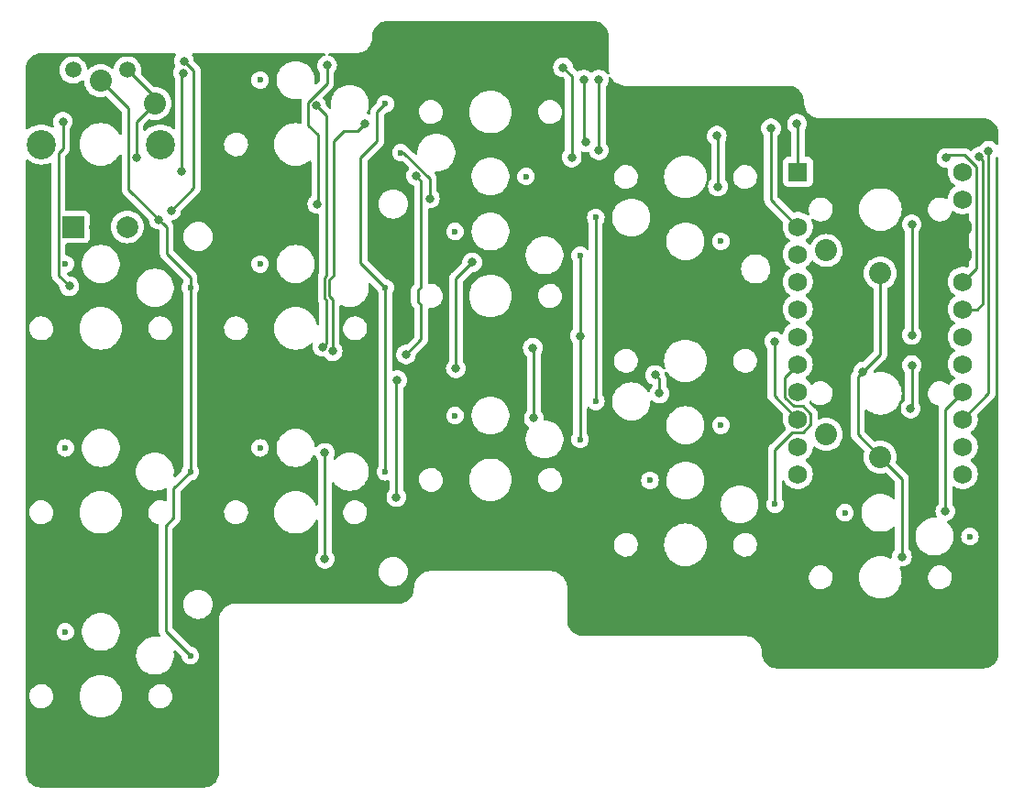
<source format=gbr>
%TF.GenerationSoftware,KiCad,Pcbnew,7.0.6-0*%
%TF.CreationDate,2023-08-01T13:28:46+08:00*%
%TF.ProjectId,left,6c656674-2e6b-4696-9361-645f70636258,v1.0.0*%
%TF.SameCoordinates,Original*%
%TF.FileFunction,Copper,L1,Top*%
%TF.FilePolarity,Positive*%
%FSLAX46Y46*%
G04 Gerber Fmt 4.6, Leading zero omitted, Abs format (unit mm)*
G04 Created by KiCad (PCBNEW 7.0.6-0) date 2023-08-01 13:28:46*
%MOMM*%
%LPD*%
G01*
G04 APERTURE LIST*
%TA.AperFunction,ComponentPad*%
%ADD10C,2.032000*%
%TD*%
%TA.AperFunction,ComponentPad*%
%ADD11R,2.000000X2.000000*%
%TD*%
%TA.AperFunction,ComponentPad*%
%ADD12C,2.000000*%
%TD*%
%TA.AperFunction,ComponentPad*%
%ADD13C,1.500000*%
%TD*%
%TA.AperFunction,ComponentPad*%
%ADD14C,2.701800*%
%TD*%
%TA.AperFunction,ComponentPad*%
%ADD15R,1.752600X1.752600*%
%TD*%
%TA.AperFunction,ComponentPad*%
%ADD16C,1.752600*%
%TD*%
%TA.AperFunction,ComponentPad*%
%ADD17C,0.600000*%
%TD*%
%TA.AperFunction,ViaPad*%
%ADD18C,0.800000*%
%TD*%
%TA.AperFunction,Conductor*%
%ADD19C,0.250000*%
%TD*%
G04 APERTURE END LIST*
D10*
%TO.P,S1,1*%
%TO.N,C4_R0D*%
X67000000Y41200000D03*
%TO.P,S1,2*%
%TO.N,C4*%
X72000000Y39100000D03*
%TD*%
%TO.P,S2,1*%
%TO.N,C4_R1D*%
X67000000Y24200000D03*
%TO.P,S2,2*%
%TO.N,C4*%
X72000000Y22100000D03*
%TD*%
D11*
%TO.P,ROT1,A*%
%TO.N,P2*%
X-2540000Y43380000D03*
D12*
%TO.P,ROT1,C*%
%TO.N,GND*%
X-40000Y43380000D03*
%TO.P,ROT1,B*%
%TO.N,P3*%
X2460000Y43380000D03*
D13*
%TO.P,ROT1,1*%
%TO.N,C0*%
X-2540000Y57880000D03*
%TO.P,ROT1,2*%
%TO.N,C0_R3D*%
X2460000Y57880000D03*
D14*
%TO.P,ROT1,*%
%TO.N,*%
X5500000Y51000000D03*
X-5500000Y51000000D03*
D10*
%TO.P,ROT1,1*%
%TO.N,C0_R3D*%
X5000000Y54800000D03*
%TO.P,ROT1,2*%
%TO.N,C0*%
X0Y56900000D03*
%TD*%
D15*
%TO.P,MCU1,1*%
%TO.N,RAW*%
X64380000Y48470000D03*
D16*
%TO.P,MCU1,2*%
%TO.N,GND*%
X64380000Y45930000D03*
%TO.P,MCU1,3*%
%TO.N,RST*%
X64380000Y43390000D03*
%TO.P,MCU1,4*%
%TO.N,VCC*%
X64380000Y40850000D03*
%TO.P,MCU1,5*%
%TO.N,C0*%
X64380000Y38310000D03*
%TO.P,MCU1,6*%
%TO.N,C1*%
X64380000Y35770000D03*
%TO.P,MCU1,7*%
%TO.N,C2*%
X64380000Y33230000D03*
%TO.P,MCU1,8*%
%TO.N,C3*%
X64380000Y30690000D03*
%TO.P,MCU1,9*%
%TO.N,C4*%
X64380000Y28150000D03*
%TO.P,MCU1,10*%
%TO.N,C5*%
X64380000Y25610000D03*
%TO.P,MCU1,11*%
%TO.N,C6*%
X64380000Y23070000D03*
%TO.P,MCU1,12*%
%TO.N,P10*%
X64380000Y20530000D03*
%TO.P,MCU1,13*%
%TO.N,P1*%
X79620000Y48470000D03*
%TO.P,MCU1,14*%
%TO.N,P0*%
X79620000Y45930000D03*
%TO.P,MCU1,15*%
%TO.N,GND*%
X79620000Y43390000D03*
%TO.P,MCU1,16*%
X79620000Y40850000D03*
%TO.P,MCU1,17*%
%TO.N,P2*%
X79620000Y38310000D03*
%TO.P,MCU1,18*%
%TO.N,P3*%
X79620000Y35770000D03*
%TO.P,MCU1,19*%
%TO.N,R0*%
X79620000Y33230000D03*
%TO.P,MCU1,20*%
%TO.N,R1*%
X79620000Y30690000D03*
%TO.P,MCU1,21*%
%TO.N,R2*%
X79620000Y28150000D03*
%TO.P,MCU1,22*%
%TO.N,R3*%
X79620000Y25610000D03*
%TO.P,MCU1,23*%
%TO.N,P8*%
X79620000Y23070000D03*
%TO.P,MCU1,24*%
%TO.N,P9*%
X79620000Y20530000D03*
%TD*%
D17*
%TO.P,S3,3*%
%TO.N,C0_R0D*%
X-3275000Y39950000D03*
%TO.P,S3,4*%
%TO.N,C0*%
X8275000Y37750000D03*
%TD*%
%TO.P,S4,3*%
%TO.N,C0_R1D*%
X-3275000Y22950000D03*
%TO.P,S4,4*%
%TO.N,C0*%
X8275000Y20750000D03*
%TD*%
%TO.P,S5,3*%
%TO.N,C0_R2D*%
X-3275000Y5950000D03*
%TO.P,S5,4*%
%TO.N,C0*%
X8275000Y3750000D03*
%TD*%
%TO.P,S6,3*%
%TO.N,C1_R0D*%
X14725000Y56950000D03*
%TO.P,S6,4*%
%TO.N,C1*%
X26275000Y54750000D03*
%TD*%
%TO.P,S7,3*%
%TO.N,C1_R1D*%
X14725000Y39950000D03*
%TO.P,S7,4*%
%TO.N,C1*%
X26275000Y37750000D03*
%TD*%
%TO.P,S8,3*%
%TO.N,C1_R2D*%
X14725000Y22950000D03*
%TO.P,S8,4*%
%TO.N,C1*%
X26275000Y20750000D03*
%TD*%
%TO.P,S9,3*%
%TO.N,C2_R0D*%
X39275000Y48050000D03*
%TO.P,S9,4*%
%TO.N,C2*%
X27725000Y50250000D03*
%TD*%
%TO.P,S10,3*%
%TO.N,C2_R1D*%
X32725000Y42950000D03*
%TO.P,S10,4*%
%TO.N,C2*%
X44275000Y40750000D03*
%TD*%
%TO.P,S11,3*%
%TO.N,C2_R2D*%
X32725000Y25950000D03*
%TO.P,S11,4*%
%TO.N,C2*%
X44275000Y23750000D03*
%TD*%
%TO.P,S12,3*%
%TO.N,C3_R0D*%
X57275000Y42050000D03*
%TO.P,S12,4*%
%TO.N,C3*%
X45725000Y44250000D03*
%TD*%
%TO.P,S13,3*%
%TO.N,C3_R1D*%
X57275000Y25050000D03*
%TO.P,S13,4*%
%TO.N,C3*%
X45725000Y27250000D03*
%TD*%
%TO.P,S14,3*%
%TO.N,C3_R2D*%
X50725000Y19950000D03*
%TO.P,S14,4*%
%TO.N,C3*%
X62275000Y17750000D03*
%TD*%
%TO.P,S15,3*%
%TO.N,C4_R2D*%
X68725000Y16950000D03*
%TO.P,S15,4*%
%TO.N,C4*%
X80275000Y14750000D03*
%TD*%
D18*
%TO.N,C4*%
X70400000Y30000000D03*
X74000000Y12900000D03*
%TO.N,R0*%
X74900000Y33400000D03*
X74900000Y43600000D03*
X28200000Y31600000D03*
X-2900000Y37900000D03*
X-3500000Y53100000D03*
X29100000Y48100000D03*
X57000000Y47100000D03*
X56900000Y51800000D03*
%TO.N,R1*%
X74900000Y30600000D03*
X51200000Y29700000D03*
X51600000Y28000000D03*
X32800000Y30300000D03*
X34300000Y40100000D03*
X74800000Y26600000D03*
%TO.N,C0*%
X5357018Y44057018D03*
%TO.N,C0_R3D*%
X3300000Y49800000D03*
%TO.N,P2*%
X43500000Y49800000D03*
X78100000Y49751000D03*
X20000000Y45500000D03*
X42700000Y58124500D03*
X20900000Y58300000D03*
%TO.N,P3*%
X46000000Y50475500D03*
X81152424Y49870265D03*
X46000000Y57000000D03*
X6500000Y44900500D03*
X7687701Y58712299D03*
%TO.N,GND*%
X54900000Y45400000D03*
X60200000Y45400000D03*
X11300000Y26100000D03*
X9800000Y13700000D03*
X3200000Y27000000D03*
%TO.N,R3*%
X7500000Y48500000D03*
X82000000Y50400000D03*
X44600000Y57000000D03*
X7600000Y57600000D03*
X44800000Y51200000D03*
%TO.N,RAW*%
X19900000Y54600000D03*
X64300000Y52900000D03*
X20500000Y32300000D03*
%TO.N,BSLI*%
X20700000Y12700000D03*
X20700000Y22500000D03*
%TO.N,RST*%
X21413357Y31894063D03*
X24400000Y52950400D03*
X61900000Y52500000D03*
%TO.N,C2*%
X44275000Y33300000D03*
X30400000Y46000000D03*
%TO.N,C5*%
X62200000Y32800000D03*
%TO.N,C6*%
X40000000Y25700000D03*
X39900000Y32200000D03*
%TO.N,R2*%
X27300000Y18400000D03*
X78000000Y17100000D03*
X27400000Y29200000D03*
%TD*%
D19*
%TO.N,C1*%
X26275000Y37750000D02*
X24000000Y40025000D01*
X24000000Y40025000D02*
X24000000Y49766316D01*
X24000000Y49766316D02*
X25525000Y51291316D01*
X25525000Y51291316D02*
X25525000Y54000000D01*
X25525000Y54000000D02*
X26275000Y54750000D01*
%TO.N,C4*%
X70400000Y30000000D02*
X69910500Y29510500D01*
X69910500Y29510500D02*
X69910500Y24189500D01*
X70400000Y30000000D02*
X72000000Y31600000D01*
X74000000Y12900000D02*
X74000000Y20100000D01*
X74000000Y20100000D02*
X72000000Y22100000D01*
X72000000Y31600000D02*
X72000000Y39100000D01*
X69910500Y24189500D02*
X72000000Y22100000D01*
%TO.N,R0*%
X-3900000Y50229919D02*
X-3900000Y38900000D01*
X28200000Y31600000D02*
X29600000Y33000000D01*
X29600000Y47600000D02*
X29100000Y48100000D01*
X29600000Y37833684D02*
X29600000Y47600000D01*
X29274100Y37507784D02*
X29600000Y37833684D01*
X-3900000Y38900000D02*
X-2900000Y37900000D01*
X29600000Y33000000D02*
X29600000Y36166316D01*
X29274100Y36492216D02*
X29274100Y37507784D01*
X74900000Y33400000D02*
X74900000Y43600000D01*
X-3500000Y53100000D02*
X-3500000Y50629919D01*
X29600000Y36166316D02*
X29274100Y36492216D01*
X57000000Y47100000D02*
X57000000Y51700000D01*
X57000000Y51700000D02*
X56900000Y51800000D01*
X-3500000Y50629919D02*
X-3900000Y50229919D01*
%TO.N,R1*%
X51600000Y29300000D02*
X51200000Y29700000D01*
X32800000Y38600000D02*
X34300000Y40100000D01*
X51600000Y28000000D02*
X51600000Y29300000D01*
X32800000Y30300000D02*
X32800000Y38600000D01*
X74900000Y26700000D02*
X74800000Y26600000D01*
X74900000Y30600000D02*
X74900000Y26700000D01*
%TO.N,C0*%
X6100000Y43314035D02*
X2575000Y46839035D01*
X6100000Y40900000D02*
X6100000Y43314035D01*
X8275000Y37750000D02*
X8275000Y20750000D01*
X6725900Y16492216D02*
X6725900Y19200900D01*
X2575000Y46839035D02*
X2575000Y54325000D01*
X8275000Y37750000D02*
X8275000Y38725000D01*
X8275000Y3750000D02*
X6000000Y6025000D01*
X6725900Y19200900D02*
X8275000Y20750000D01*
X8275000Y38725000D02*
X6100000Y40900000D01*
X2575000Y54325000D02*
X0Y56900000D01*
X6000000Y15766316D02*
X6725900Y16492216D01*
X6000000Y6025000D02*
X6000000Y15766316D01*
%TO.N,C0_R3D*%
X2460000Y57880000D02*
X5000000Y55340000D01*
X3300000Y53100000D02*
X5000000Y54800000D01*
X5000000Y55340000D02*
X5000000Y54800000D01*
X3300000Y49800000D02*
X3300000Y53100000D01*
%TO.N,P2*%
X78349000Y50000000D02*
X78100000Y49751000D01*
X20900000Y58300000D02*
X20900000Y56625305D01*
X19175000Y54900305D02*
X19175000Y52779999D01*
X19175000Y52779999D02*
X20089500Y51865499D01*
X20089500Y51865499D02*
X20089500Y45589500D01*
X79700000Y50000000D02*
X78349000Y50000000D01*
X20089500Y45589500D02*
X20000000Y45500000D01*
X43500000Y57324500D02*
X42700000Y58124500D01*
X79788895Y50000000D02*
X79700000Y50000000D01*
X43500000Y49800000D02*
X43500000Y57324500D01*
X20900000Y56625305D02*
X19175000Y54900305D01*
X79620000Y38310000D02*
X80852119Y39542119D01*
X80852119Y48936776D02*
X79788895Y50000000D01*
X80852119Y39542119D02*
X80852119Y48936776D01*
%TO.N,P3*%
X81500000Y49522689D02*
X81500000Y36300000D01*
X81152424Y49870265D02*
X81500000Y49522689D01*
X81500000Y36300000D02*
X80970000Y35770000D01*
X8600000Y47000500D02*
X8600000Y57800000D01*
X80970000Y35770000D02*
X79620000Y35770000D01*
X6500000Y44900500D02*
X8600000Y47000500D01*
X8600000Y57800000D02*
X7687701Y58712299D01*
X46000000Y57000000D02*
X46000000Y50475500D01*
%TO.N,GND*%
X73676816Y47089500D02*
X77376316Y43390000D01*
X3125000Y40215000D02*
X-40000Y43380000D01*
X3200000Y27000000D02*
X3200000Y31150500D01*
X65539500Y47089500D02*
X73676816Y47089500D01*
X9800000Y24600000D02*
X9800000Y13700000D01*
X11300000Y26100000D02*
X9800000Y24600000D01*
X3125000Y31225500D02*
X3125000Y40215000D01*
X54900000Y45400000D02*
X60200000Y45400000D01*
X3200000Y31150500D02*
X3125000Y31225500D01*
X79620000Y40850000D02*
X79620000Y43390000D01*
X64380000Y45930000D02*
X65539500Y47089500D01*
X77376316Y43390000D02*
X79620000Y43390000D01*
%TO.N,R3*%
X44600000Y57000000D02*
X44600000Y51400000D01*
X7500000Y57500000D02*
X7600000Y57600000D01*
X44600000Y51400000D02*
X44800000Y51200000D01*
X7500000Y48500000D02*
X7500000Y57500000D01*
X82000000Y27990000D02*
X79620000Y25610000D01*
X82000000Y50400000D02*
X82000000Y27990000D01*
%TO.N,RAW*%
X20800000Y38838046D02*
X20675000Y38713046D01*
X20675000Y38713046D02*
X20675000Y36786954D01*
X20800000Y32600000D02*
X20500000Y32300000D01*
X19900000Y54600000D02*
X20800000Y53700000D01*
X64380000Y52820000D02*
X64300000Y52900000D01*
X64380000Y48470000D02*
X64380000Y52820000D01*
X20800000Y36661954D02*
X20800000Y32600000D01*
X20675000Y36786954D02*
X20800000Y36661954D01*
X20800000Y53700000D02*
X20800000Y38838046D01*
%TO.N,BSLI*%
X20700000Y22500000D02*
X20700000Y12700000D01*
%TO.N,RST*%
X61900000Y45870000D02*
X64380000Y43390000D01*
X21500000Y51300000D02*
X21500000Y38901650D01*
X22425900Y52225900D02*
X21500000Y51300000D01*
X21500000Y38901650D02*
X21125000Y38526650D01*
X21413357Y36684993D02*
X21413357Y31894063D01*
X61900000Y52500000D02*
X61900000Y45870000D01*
X21125000Y36973350D02*
X21413357Y36684993D01*
X23675500Y52225900D02*
X22425900Y52225900D01*
X24400000Y52950400D02*
X23675500Y52225900D01*
X21125000Y38526650D02*
X21125000Y36973350D01*
%TO.N,C1*%
X26275000Y37750000D02*
X26275000Y20750000D01*
%TO.N,C2*%
X30400000Y47825305D02*
X30400000Y46000000D01*
X44275000Y40750000D02*
X44275000Y23750000D01*
X27725000Y50250000D02*
X27975305Y50250000D01*
X27975305Y50250000D02*
X30400000Y47825305D01*
X44275000Y33300000D02*
X44275000Y40750000D01*
%TO.N,C3*%
X62275000Y22801295D02*
X63882405Y24408700D01*
X63178700Y29488700D02*
X64380000Y30690000D01*
X45725000Y44250000D02*
X45725000Y27250000D01*
X64877595Y26811300D02*
X63988700Y26811300D01*
X65581300Y26107595D02*
X64877595Y26811300D01*
X63178700Y27621300D02*
X63178700Y29488700D01*
X64877595Y24408700D02*
X65581300Y25112405D01*
X65581300Y25112405D02*
X65581300Y26107595D01*
X63988700Y26811300D02*
X63178700Y27621300D01*
X63882405Y24408700D02*
X64877595Y24408700D01*
X62275000Y17750000D02*
X62275000Y22801295D01*
%TO.N,C5*%
X62200000Y32800000D02*
X62200000Y27790000D01*
X62200000Y27790000D02*
X64380000Y25610000D01*
%TO.N,C6*%
X40000000Y32100000D02*
X39900000Y32200000D01*
X40000000Y25700000D02*
X40000000Y32100000D01*
%TO.N,R2*%
X27300000Y18400000D02*
X27300000Y29100000D01*
X27300000Y29100000D02*
X27400000Y29200000D01*
X78000000Y17100000D02*
X78000000Y26530000D01*
X78000000Y26530000D02*
X79620000Y28150000D01*
%TD*%
%TA.AperFunction,Conductor*%
%TO.N,GND*%
G36*
X45512427Y62424309D02*
G01*
X45721549Y62407850D01*
X45740767Y62404806D01*
X45937618Y62357546D01*
X45956123Y62351533D01*
X46143152Y62274064D01*
X46160490Y62265230D01*
X46333099Y62159455D01*
X46348841Y62148018D01*
X46502782Y62016540D01*
X46516540Y62002782D01*
X46648018Y61848841D01*
X46659455Y61833099D01*
X46765230Y61660490D01*
X46774064Y61643152D01*
X46851533Y61456123D01*
X46857546Y61437618D01*
X46904806Y61240767D01*
X46907850Y61221549D01*
X46924309Y61012426D01*
X46924500Y61007559D01*
X46924500Y57878034D01*
X46956368Y57656382D01*
X46960760Y57641423D01*
X46960757Y57571553D01*
X46922980Y57512776D01*
X46859423Y57483754D01*
X46790265Y57493701D01*
X46741458Y57533615D01*
X46739044Y57536935D01*
X46739040Y57536944D01*
X46611253Y57678866D01*
X46456752Y57791118D01*
X46282288Y57868794D01*
X46095487Y57908500D01*
X45904513Y57908500D01*
X45717712Y57868794D01*
X45543248Y57791118D01*
X45388747Y57678866D01*
X45388745Y57678864D01*
X45388744Y57678863D01*
X45383917Y57674517D01*
X45382143Y57676486D01*
X45332690Y57646004D01*
X45262833Y57647318D01*
X45217705Y57676319D01*
X45216083Y57674517D01*
X45211258Y57678859D01*
X45211253Y57678866D01*
X45056752Y57791118D01*
X44882288Y57868794D01*
X44695487Y57908500D01*
X44504513Y57908500D01*
X44317712Y57868794D01*
X44143248Y57791118D01*
X44116273Y57771519D01*
X44107418Y57765086D01*
X44041611Y57741607D01*
X43973557Y57757433D01*
X43955500Y57769855D01*
X43929068Y57791721D01*
X43924776Y57795626D01*
X43646618Y58073784D01*
X43613135Y58135106D01*
X43610983Y58148481D01*
X43593542Y58314428D01*
X43534527Y58496056D01*
X43439040Y58661444D01*
X43311253Y58803366D01*
X43156752Y58915618D01*
X42982288Y58993294D01*
X42795487Y59033000D01*
X42604513Y59033000D01*
X42417712Y58993294D01*
X42243248Y58915618D01*
X42088747Y58803366D01*
X41960960Y58661444D01*
X41901516Y58558484D01*
X41865473Y58496056D01*
X41865470Y58496049D01*
X41834387Y58400385D01*
X41806458Y58314428D01*
X41786496Y58124500D01*
X41806458Y57934572D01*
X41806458Y57934569D01*
X41806459Y57934568D01*
X41865470Y57752950D01*
X41865473Y57752943D01*
X41960959Y57587557D01*
X42088745Y57445635D01*
X42243246Y57333383D01*
X42417714Y57255705D01*
X42417713Y57255705D01*
X42604513Y57216000D01*
X42661233Y57216000D01*
X42728272Y57196315D01*
X42748909Y57179685D01*
X42793231Y57135364D01*
X42830182Y57098413D01*
X42863666Y57037089D01*
X42866500Y57010732D01*
X42866500Y50501756D01*
X42846815Y50434717D01*
X42834653Y50418788D01*
X42800797Y50381187D01*
X42760959Y50336943D01*
X42665473Y50171556D01*
X42665470Y50171549D01*
X42632135Y50068953D01*
X42606458Y49989928D01*
X42586496Y49800000D01*
X42606458Y49610072D01*
X42606458Y49610069D01*
X42606459Y49610068D01*
X42665470Y49428450D01*
X42665473Y49428443D01*
X42760959Y49263057D01*
X42888745Y49121135D01*
X43043246Y49008883D01*
X43217714Y48931205D01*
X43217713Y48931205D01*
X43404513Y48891500D01*
X43595487Y48891500D01*
X43782285Y48931205D01*
X43782286Y48931205D01*
X43782288Y48931206D01*
X43956752Y49008882D01*
X44111253Y49121134D01*
X44239040Y49263056D01*
X44334527Y49428444D01*
X44393542Y49610072D01*
X44413504Y49800000D01*
X44393542Y49989928D01*
X44334527Y50171556D01*
X44334522Y50171564D01*
X44331975Y50177285D01*
X44322683Y50246534D01*
X44352304Y50309813D01*
X44411435Y50347033D01*
X44481301Y50346376D01*
X44495682Y50341014D01*
X44517714Y50331205D01*
X44517713Y50331205D01*
X44704513Y50291500D01*
X44895484Y50291500D01*
X44895487Y50291500D01*
X44969072Y50307141D01*
X44981817Y50309850D01*
X45051484Y50304533D01*
X45107217Y50262395D01*
X45125528Y50226878D01*
X45165471Y50103947D01*
X45165473Y50103943D01*
X45260959Y49938557D01*
X45388745Y49796635D01*
X45543246Y49684383D01*
X45717714Y49606705D01*
X45717713Y49606705D01*
X45904513Y49567000D01*
X46095487Y49567000D01*
X46282285Y49606705D01*
X46282286Y49606705D01*
X46282288Y49606706D01*
X46456752Y49684382D01*
X46611253Y49796634D01*
X46739040Y49938556D01*
X46834527Y50103944D01*
X46893542Y50285572D01*
X46913504Y50475500D01*
X46893542Y50665428D01*
X46834527Y50847056D01*
X46739040Y51012444D01*
X46665350Y51094284D01*
X46635120Y51157275D01*
X46633500Y51177256D01*
X46633500Y51800000D01*
X55986496Y51800000D01*
X56006458Y51610072D01*
X56006458Y51610069D01*
X56006459Y51610068D01*
X56065470Y51428450D01*
X56065473Y51428443D01*
X56160959Y51263057D01*
X56288746Y51121134D01*
X56288754Y51121127D01*
X56315386Y51101778D01*
X56358052Y51046448D01*
X56366500Y51001461D01*
X56366500Y47801756D01*
X56346815Y47734717D01*
X56334653Y47718788D01*
X56281166Y47659385D01*
X56260959Y47636943D01*
X56165473Y47471556D01*
X56165470Y47471549D01*
X56125163Y47347496D01*
X56106458Y47289928D01*
X56094095Y47172302D01*
X56086496Y47099999D01*
X56089560Y47070843D01*
X56106458Y46910072D01*
X56106458Y46910069D01*
X56106459Y46910068D01*
X56165470Y46728450D01*
X56165473Y46728443D01*
X56260959Y46563057D01*
X56388745Y46421135D01*
X56543246Y46308883D01*
X56543247Y46308882D01*
X56543248Y46308882D01*
X56583616Y46290909D01*
X56717714Y46231205D01*
X56717713Y46231205D01*
X56904513Y46191500D01*
X57095487Y46191500D01*
X57282285Y46231205D01*
X57282286Y46231205D01*
X57282288Y46231206D01*
X57456752Y46308882D01*
X57611253Y46421134D01*
X57739040Y46563056D01*
X57834527Y46728444D01*
X57893542Y46910072D01*
X57913504Y47100000D01*
X57893542Y47289928D01*
X57834527Y47471556D01*
X57739040Y47636944D01*
X57665350Y47718784D01*
X57635120Y47781775D01*
X57633500Y47801756D01*
X57633500Y48052642D01*
X58394843Y48052642D01*
X58395887Y48030726D01*
X58404852Y47842541D01*
X58454442Y47638129D01*
X58475737Y47591500D01*
X58541820Y47446795D01*
X58541824Y47446789D01*
X58663826Y47275460D01*
X58663832Y47275454D01*
X58816060Y47130305D01*
X58816061Y47130304D01*
X58816063Y47130303D01*
X58873671Y47093281D01*
X58993015Y47016583D01*
X59188278Y46938410D01*
X59188291Y46938406D01*
X59394828Y46898600D01*
X59394829Y46898600D01*
X59552461Y46898600D01*
X59552468Y46898600D01*
X59709389Y46913584D01*
X59852214Y46955521D01*
X59911208Y46972843D01*
X59911211Y46972844D01*
X60098170Y47069229D01*
X60239817Y47180621D01*
X60263509Y47199252D01*
X60263510Y47199253D01*
X60280948Y47219378D01*
X60401255Y47358219D01*
X60401257Y47358222D01*
X60401259Y47358225D01*
X60506425Y47540379D01*
X60532326Y47615213D01*
X60575222Y47739154D01*
X60605157Y47947355D01*
X60595148Y48157459D01*
X60545558Y48361871D01*
X60458179Y48553205D01*
X60359826Y48691323D01*
X60336173Y48724539D01*
X60336171Y48724540D01*
X60336169Y48724544D01*
X60183937Y48869697D01*
X60006986Y48983416D01*
X59811712Y49061593D01*
X59646479Y49093438D01*
X59605172Y49101400D01*
X59605171Y49101400D01*
X59447532Y49101400D01*
X59290611Y49086416D01*
X59088789Y49027156D01*
X58901830Y48930771D01*
X58736490Y48800747D01*
X58598745Y48641781D01*
X58598743Y48641777D01*
X58598740Y48641774D01*
X58493574Y48459620D01*
X58424779Y48260851D01*
X58424778Y48260847D01*
X58424778Y48260846D01*
X58402353Y48104872D01*
X58394843Y48052642D01*
X57633500Y48052642D01*
X57633500Y51220234D01*
X57650113Y51282234D01*
X57734526Y51428443D01*
X57734527Y51428444D01*
X57793542Y51610072D01*
X57813504Y51800000D01*
X57793542Y51989928D01*
X57734527Y52171556D01*
X57639040Y52336944D01*
X57511253Y52478866D01*
X57482165Y52500000D01*
X60986496Y52500000D01*
X61006458Y52310072D01*
X61006458Y52310069D01*
X61006459Y52310068D01*
X61065470Y52128450D01*
X61065473Y52128443D01*
X61160957Y51963059D01*
X61160961Y51963054D01*
X61234650Y51881213D01*
X61264879Y51818221D01*
X61266499Y51798242D01*
X61266499Y45953631D01*
X61264761Y45937881D01*
X61265032Y45937856D01*
X61264298Y45930094D01*
X61264298Y45930091D01*
X61266197Y45869695D01*
X61266500Y45860043D01*
X61266500Y45830137D01*
X61267384Y45823143D01*
X61267842Y45817320D01*
X61269326Y45770112D01*
X61269327Y45770109D01*
X61275022Y45750506D01*
X61278966Y45731458D01*
X61279840Y45724544D01*
X61281526Y45711204D01*
X61298913Y45667285D01*
X61300805Y45661759D01*
X61313981Y45616407D01*
X61324374Y45598833D01*
X61332928Y45581372D01*
X61340446Y45562386D01*
X61340447Y45562384D01*
X61368208Y45524172D01*
X61371415Y45519290D01*
X61395457Y45478637D01*
X61409894Y45464201D01*
X61422523Y45449415D01*
X61434528Y45432893D01*
X61434529Y45432891D01*
X61434530Y45432891D01*
X61434532Y45432888D01*
X61470925Y45402780D01*
X61475246Y45398849D01*
X63009287Y43864807D01*
X63042772Y43803484D01*
X63041812Y43746687D01*
X63009405Y43618710D01*
X62990454Y43390005D01*
X62990454Y43389994D01*
X63009405Y43161291D01*
X63065743Y42938814D01*
X63157930Y42728649D01*
X63283450Y42536525D01*
X63438887Y42367677D01*
X63619993Y42226716D01*
X63624291Y42223909D01*
X63622941Y42221843D01*
X63665267Y42179830D01*
X63680372Y42111613D01*
X63656198Y42046058D01*
X63623323Y42017571D01*
X63624291Y42016091D01*
X63619993Y42013283D01*
X63619991Y42013281D01*
X63619990Y42013281D01*
X63438886Y41872322D01*
X63342013Y41767090D01*
X63283450Y41703474D01*
X63157930Y41511350D01*
X63065743Y41301185D01*
X63009405Y41078708D01*
X62990454Y40850005D01*
X62990454Y40849994D01*
X63009405Y40621291D01*
X63065743Y40398814D01*
X63157930Y40188649D01*
X63283450Y39996525D01*
X63438887Y39827677D01*
X63619993Y39686716D01*
X63624291Y39683909D01*
X63622941Y39681843D01*
X63665267Y39639830D01*
X63680372Y39571613D01*
X63656198Y39506058D01*
X63623323Y39477571D01*
X63624291Y39476091D01*
X63619993Y39473283D01*
X63619992Y39473282D01*
X63619990Y39473281D01*
X63438886Y39332322D01*
X63376531Y39264586D01*
X63283450Y39163474D01*
X63157930Y38971350D01*
X63065743Y38761185D01*
X63009405Y38538708D01*
X62990454Y38310005D01*
X62990454Y38309994D01*
X63009405Y38081291D01*
X63065743Y37858814D01*
X63157930Y37648649D01*
X63283450Y37456525D01*
X63438887Y37287677D01*
X63619993Y37146716D01*
X63624291Y37143909D01*
X63622941Y37141843D01*
X63665267Y37099830D01*
X63680372Y37031613D01*
X63656198Y36966058D01*
X63623323Y36937571D01*
X63624291Y36936091D01*
X63619993Y36933283D01*
X63619991Y36933281D01*
X63619990Y36933281D01*
X63438886Y36792322D01*
X63323942Y36667460D01*
X63283450Y36623474D01*
X63157930Y36431350D01*
X63089548Y36275454D01*
X63065743Y36221185D01*
X63035272Y36100854D01*
X63009405Y35998708D01*
X62990454Y35770005D01*
X62990454Y35769994D01*
X63009405Y35541291D01*
X63065743Y35318814D01*
X63157930Y35108649D01*
X63283450Y34916525D01*
X63438887Y34747677D01*
X63619993Y34606716D01*
X63624291Y34603909D01*
X63622941Y34601843D01*
X63665267Y34559830D01*
X63680372Y34491613D01*
X63656198Y34426058D01*
X63623323Y34397571D01*
X63624291Y34396091D01*
X63619993Y34393283D01*
X63619991Y34393281D01*
X63619990Y34393281D01*
X63438886Y34252322D01*
X63313362Y34115967D01*
X63283450Y34083474D01*
X63157930Y33891350D01*
X63065742Y33681185D01*
X63026889Y33527754D01*
X62991349Y33467598D01*
X62928929Y33436206D01*
X62859446Y33443544D01*
X62814529Y33475227D01*
X62811253Y33478866D01*
X62656752Y33591118D01*
X62482288Y33668794D01*
X62295487Y33708500D01*
X62104513Y33708500D01*
X61917712Y33668794D01*
X61743248Y33591118D01*
X61588747Y33478866D01*
X61460960Y33336944D01*
X61460959Y33336942D01*
X61365473Y33171556D01*
X61365470Y33171549D01*
X61332224Y33069228D01*
X61306458Y32989928D01*
X61286496Y32800000D01*
X61306458Y32610072D01*
X61306458Y32610069D01*
X61306459Y32610068D01*
X61365470Y32428450D01*
X61365473Y32428443D01*
X61460958Y32263057D01*
X61460963Y32263050D01*
X61534650Y32181213D01*
X61564880Y32118221D01*
X61566500Y32098241D01*
X61566500Y27873631D01*
X61564761Y27857881D01*
X61565032Y27857856D01*
X61564298Y27850094D01*
X61564298Y27850091D01*
X61565500Y27811855D01*
X61566500Y27780043D01*
X61566500Y27750137D01*
X61567384Y27743143D01*
X61567842Y27737320D01*
X61569326Y27690112D01*
X61569327Y27690109D01*
X61575022Y27670506D01*
X61578966Y27651458D01*
X61581526Y27631203D01*
X61582619Y27628443D01*
X61598913Y27587285D01*
X61600805Y27581759D01*
X61613981Y27536407D01*
X61624374Y27518833D01*
X61632928Y27501372D01*
X61640446Y27482386D01*
X61640447Y27482384D01*
X61668208Y27444172D01*
X61671415Y27439290D01*
X61695457Y27398637D01*
X61709894Y27384201D01*
X61722523Y27369415D01*
X61734528Y27352893D01*
X61734529Y27352891D01*
X61734530Y27352891D01*
X61734532Y27352888D01*
X61770925Y27322780D01*
X61775246Y27318849D01*
X63009287Y26084807D01*
X63042772Y26023484D01*
X63041812Y25966687D01*
X63009405Y25838710D01*
X62990454Y25610005D01*
X62990454Y25609994D01*
X63009405Y25381291D01*
X63065743Y25158814D01*
X63157930Y24948649D01*
X63248479Y24810052D01*
X63268667Y24743162D01*
X63249486Y24675977D01*
X63232351Y24654550D01*
X62559059Y23981259D01*
X61886183Y23308383D01*
X61873823Y23298482D01*
X61873998Y23298272D01*
X61867986Y23293297D01*
X61867982Y23293295D01*
X61843245Y23266952D01*
X61820015Y23242216D01*
X61798865Y23221065D01*
X61794531Y23215478D01*
X61790744Y23211045D01*
X61758414Y23176616D01*
X61758412Y23176614D01*
X61748578Y23158726D01*
X61737897Y23142465D01*
X61725384Y23126334D01*
X61706627Y23082988D01*
X61704056Y23077740D01*
X61699798Y23069994D01*
X61681305Y23036355D01*
X61681304Y23036351D01*
X61676228Y23016582D01*
X61669926Y22998176D01*
X61661818Y22979440D01*
X61654430Y22932791D01*
X61653245Y22927068D01*
X61641500Y22881327D01*
X61641500Y22860910D01*
X61639973Y22841513D01*
X61639331Y22837459D01*
X61636780Y22821352D01*
X61641225Y22774328D01*
X61641500Y22768490D01*
X61641500Y18297160D01*
X61622493Y18231188D01*
X61541960Y18103022D01*
X61541958Y18103019D01*
X61481782Y17931046D01*
X61481781Y17931041D01*
X61461384Y17750003D01*
X61461384Y17749996D01*
X61481781Y17568958D01*
X61481782Y17568953D01*
X61541958Y17396982D01*
X61638889Y17242718D01*
X61767718Y17113889D01*
X61921982Y17016958D01*
X62093953Y16956782D01*
X62093958Y16956781D01*
X62274996Y16936384D01*
X62275000Y16936384D01*
X62275004Y16936384D01*
X62395820Y16949996D01*
X67911384Y16949996D01*
X67931781Y16768958D01*
X67931782Y16768953D01*
X67991958Y16596982D01*
X68088889Y16442718D01*
X68217718Y16313889D01*
X68371982Y16216958D01*
X68543953Y16156782D01*
X68543958Y16156781D01*
X68724996Y16136384D01*
X68725000Y16136384D01*
X68725004Y16136384D01*
X68906041Y16156781D01*
X68906046Y16156782D01*
X69059610Y16210517D01*
X69078015Y16216957D01*
X69099289Y16230324D01*
X69232281Y16313889D01*
X69361110Y16442718D01*
X69362537Y16444988D01*
X69458043Y16596985D01*
X69518217Y16768953D01*
X69523835Y16818812D01*
X69538616Y16949996D01*
X69538616Y16950003D01*
X69518218Y17131041D01*
X69518217Y17131046D01*
X69508974Y17157461D01*
X69458043Y17303015D01*
X69361111Y17457281D01*
X69232281Y17586111D01*
X69078015Y17683043D01*
X68906047Y17743217D01*
X68906044Y17743217D01*
X68906041Y17743218D01*
X68725004Y17763616D01*
X68724996Y17763616D01*
X68543958Y17743218D01*
X68543953Y17743217D01*
X68371985Y17683043D01*
X68217719Y17586111D01*
X68217718Y17586110D01*
X68088889Y17457281D01*
X68028938Y17361869D01*
X67991957Y17303015D01*
X67977201Y17260844D01*
X67931782Y17131046D01*
X67931781Y17131041D01*
X67911384Y16950003D01*
X67911384Y16949996D01*
X62395820Y16949996D01*
X62456041Y16956781D01*
X62456046Y16956782D01*
X62579549Y16999998D01*
X62628015Y17016957D01*
X62782281Y17113889D01*
X62911111Y17242719D01*
X63008043Y17396985D01*
X63068217Y17568953D01*
X63068218Y17568958D01*
X63088616Y17749996D01*
X63088616Y17750003D01*
X63068218Y17931041D01*
X63068217Y17931046D01*
X63049892Y17983416D01*
X63008043Y18103015D01*
X63008041Y18103017D01*
X63008041Y18103019D01*
X63008039Y18103022D01*
X62927507Y18231188D01*
X62908500Y18297160D01*
X62908500Y19845910D01*
X62928185Y19912949D01*
X62980989Y19958704D01*
X63050147Y19968648D01*
X63113703Y19939623D01*
X63146056Y19895721D01*
X63157931Y19868647D01*
X63283450Y19676525D01*
X63438888Y19507676D01*
X63619987Y19366720D01*
X63619992Y19366717D01*
X63821819Y19257494D01*
X63821830Y19257489D01*
X64038884Y19182974D01*
X64208660Y19154643D01*
X64265252Y19145200D01*
X64265253Y19145200D01*
X64494747Y19145200D01*
X64494748Y19145200D01*
X64570203Y19157791D01*
X64721115Y19182974D01*
X64938169Y19257489D01*
X64938171Y19257490D01*
X64938174Y19257491D01*
X64971367Y19275454D01*
X65140007Y19366717D01*
X65140012Y19366720D01*
X65263966Y19463198D01*
X65321114Y19507678D01*
X65476547Y19676523D01*
X65476549Y19676525D01*
X65602069Y19868649D01*
X65622905Y19916151D01*
X65694257Y20078815D01*
X65750594Y20301288D01*
X65766344Y20491358D01*
X65769546Y20529994D01*
X65769546Y20530005D01*
X65756864Y20683043D01*
X65750594Y20758712D01*
X65694257Y20981185D01*
X65602069Y21191351D01*
X65476547Y21383477D01*
X65321114Y21552322D01*
X65140010Y21693281D01*
X65140003Y21693284D01*
X65135718Y21696085D01*
X65137095Y21698194D01*
X65094861Y21739937D01*
X65079609Y21808121D01*
X65103642Y21873728D01*
X65136716Y21902386D01*
X65135718Y21903915D01*
X65140012Y21906720D01*
X65278096Y22014196D01*
X65321114Y22047678D01*
X65476547Y22216523D01*
X65476549Y22216525D01*
X65602069Y22408649D01*
X65625995Y22463195D01*
X65694257Y22618815D01*
X65750594Y22841288D01*
X65759602Y22949996D01*
X65763176Y22993122D01*
X65788329Y23058307D01*
X65844731Y23099545D01*
X65914475Y23103743D01*
X65967283Y23077173D01*
X66101149Y22962840D01*
X66101153Y22962837D01*
X66305751Y22837459D01*
X66305754Y22837457D01*
X66527446Y22745630D01*
X66760781Y22689612D01*
X66760780Y22689612D01*
X67000000Y22670786D01*
X67239219Y22689612D01*
X67472553Y22745630D01*
X67472554Y22745630D01*
X67694245Y22837457D01*
X67694248Y22837459D01*
X67898846Y22962837D01*
X67898851Y22962841D01*
X68024324Y23070005D01*
X68081318Y23118682D01*
X68187255Y23242719D01*
X68237158Y23301148D01*
X68237162Y23301153D01*
X68362540Y23505751D01*
X68362542Y23505754D01*
X68454369Y23727445D01*
X68454369Y23727446D01*
X68488638Y23870189D01*
X68510387Y23960778D01*
X68529214Y24200000D01*
X68510387Y24439222D01*
X68454369Y24672553D01*
X68448881Y24685802D01*
X68362542Y24894245D01*
X68362540Y24894248D01*
X68362540Y24894249D01*
X68237160Y25098849D01*
X68081318Y25281318D01*
X67898849Y25437160D01*
X67694249Y25562540D01*
X67694246Y25562541D01*
X67694245Y25562542D01*
X67472553Y25654369D01*
X67239222Y25710387D01*
X67000000Y25729214D01*
X66760778Y25710387D01*
X66527447Y25654369D01*
X66425186Y25612011D01*
X66386253Y25595885D01*
X66316783Y25588416D01*
X66254304Y25619691D01*
X66218652Y25679780D01*
X66214800Y25710446D01*
X66214800Y26023961D01*
X66216538Y26039708D01*
X66216268Y26039734D01*
X66217001Y26047500D01*
X66217002Y26047504D01*
X66214800Y26117553D01*
X66214800Y26147451D01*
X66213914Y26154457D01*
X66213456Y26160281D01*
X66211973Y26207485D01*
X66206280Y26227077D01*
X66202332Y26246138D01*
X66199774Y26266392D01*
X66182381Y26310317D01*
X66180494Y26315832D01*
X66179637Y26318783D01*
X66167318Y26361188D01*
X66156925Y26378760D01*
X66148366Y26396232D01*
X66146179Y26401756D01*
X66140852Y26415212D01*
X66113090Y26453421D01*
X66109885Y26458299D01*
X66085842Y26498957D01*
X66071400Y26513397D01*
X66058770Y26528187D01*
X66046772Y26544702D01*
X66010367Y26574817D01*
X66006076Y26578721D01*
X65470432Y27114365D01*
X65436949Y27175687D01*
X65441933Y27245379D01*
X65466887Y27286030D01*
X65470141Y27289565D01*
X65530030Y27325550D01*
X65599868Y27323446D01*
X65657481Y27283918D01*
X65662362Y27277516D01*
X65663821Y27275467D01*
X65663832Y27275454D01*
X65816060Y27130305D01*
X65816061Y27130304D01*
X65816063Y27130303D01*
X65835573Y27117765D01*
X65993015Y27016583D01*
X66188278Y26938410D01*
X66188291Y26938406D01*
X66394828Y26898600D01*
X66394829Y26898600D01*
X66552461Y26898600D01*
X66552468Y26898600D01*
X66709389Y26913584D01*
X66906801Y26971549D01*
X66911208Y26972843D01*
X66911211Y26972844D01*
X67098170Y27069229D01*
X67238729Y27179765D01*
X67263509Y27199252D01*
X67263510Y27199253D01*
X67271854Y27208883D01*
X67401255Y27358219D01*
X67401257Y27358222D01*
X67401259Y27358225D01*
X67506425Y27540379D01*
X67509442Y27549094D01*
X67575222Y27739154D01*
X67605157Y27947355D01*
X67595148Y28157459D01*
X67545558Y28361871D01*
X67458179Y28553205D01*
X67386291Y28654158D01*
X67336173Y28724539D01*
X67336171Y28724540D01*
X67336169Y28724544D01*
X67183937Y28869697D01*
X67006986Y28983416D01*
X66811712Y29061593D01*
X66646479Y29093438D01*
X66605172Y29101400D01*
X66605171Y29101400D01*
X66447532Y29101400D01*
X66290611Y29086416D01*
X66088789Y29027156D01*
X65901830Y28930771D01*
X65758680Y28818197D01*
X65693819Y28792231D01*
X65625212Y28805454D01*
X65578224Y28847847D01*
X65476547Y29003477D01*
X65321114Y29172322D01*
X65140010Y29313281D01*
X65140003Y29313284D01*
X65135718Y29316085D01*
X65137095Y29318194D01*
X65094861Y29359937D01*
X65079609Y29428121D01*
X65103642Y29493728D01*
X65136716Y29522386D01*
X65135718Y29523915D01*
X65140012Y29526720D01*
X65144942Y29530557D01*
X69272280Y29530557D01*
X69276725Y29483533D01*
X69277000Y29477695D01*
X69277000Y24273131D01*
X69275261Y24257381D01*
X69275532Y24257356D01*
X69274798Y24249594D01*
X69277000Y24179543D01*
X69277000Y24149637D01*
X69277884Y24142643D01*
X69278342Y24136820D01*
X69279826Y24089612D01*
X69279827Y24089609D01*
X69285522Y24070006D01*
X69289467Y24050958D01*
X69292026Y24030704D01*
X69309413Y23986785D01*
X69311305Y23981259D01*
X69324481Y23935907D01*
X69334874Y23918333D01*
X69343428Y23900872D01*
X69350946Y23881886D01*
X69350947Y23881884D01*
X69378708Y23843672D01*
X69381915Y23838790D01*
X69405957Y23798137D01*
X69420394Y23783701D01*
X69433023Y23768915D01*
X69445028Y23752393D01*
X69445029Y23752391D01*
X69445030Y23752391D01*
X69445032Y23752388D01*
X69481425Y23722280D01*
X69485746Y23718349D01*
X70513159Y22690935D01*
X70546644Y22629612D01*
X70546052Y22574307D01*
X70489612Y22339218D01*
X70470786Y22100000D01*
X70489612Y21860780D01*
X70545630Y21627446D01*
X70545630Y21627445D01*
X70637457Y21405754D01*
X70637459Y21405751D01*
X70762837Y21201153D01*
X70762841Y21201148D01*
X70918682Y21018682D01*
X71101148Y20862841D01*
X71101153Y20862837D01*
X71305751Y20737459D01*
X71305754Y20737457D01*
X71527446Y20645630D01*
X71760781Y20589612D01*
X71760780Y20589612D01*
X72000000Y20570786D01*
X72239219Y20589612D01*
X72474307Y20646051D01*
X72544090Y20642560D01*
X72590935Y20613158D01*
X73330181Y19873913D01*
X73363666Y19812590D01*
X73366500Y19786232D01*
X73366500Y18356713D01*
X73346815Y18289674D01*
X73294011Y18243919D01*
X73224853Y18233975D01*
X73165190Y18259764D01*
X72988857Y18400386D01*
X72761643Y18531568D01*
X72517416Y18627420D01*
X72261630Y18685802D01*
X72261622Y18685802D01*
X72261620Y18685803D01*
X72065500Y18700500D01*
X72065494Y18700500D01*
X71934506Y18700500D01*
X71934500Y18700500D01*
X71738379Y18685803D01*
X71738376Y18685802D01*
X71738370Y18685802D01*
X71491469Y18629448D01*
X71483798Y18627697D01*
X71482584Y18627420D01*
X71238357Y18531568D01*
X71011143Y18400386D01*
X70834969Y18259892D01*
X70806014Y18236801D01*
X70666478Y18086415D01*
X70627567Y18044479D01*
X70479772Y17827704D01*
X70479770Y17827700D01*
X70479768Y17827697D01*
X70479767Y17827696D01*
X70365938Y17591326D01*
X70294393Y17359382D01*
X70288604Y17340615D01*
X70276581Y17260846D01*
X70249500Y17081187D01*
X70249500Y16818812D01*
X70269588Y16685545D01*
X70288604Y16559385D01*
X70288605Y16559382D01*
X70288606Y16559376D01*
X70365938Y16308673D01*
X70479767Y16072303D01*
X70479768Y16072302D01*
X70627567Y15855520D01*
X70806014Y15663198D01*
X71011143Y15499614D01*
X71238356Y15368432D01*
X71482578Y15272582D01*
X71482597Y15272576D01*
X71738374Y15214197D01*
X71738379Y15214196D01*
X71934500Y15199500D01*
X71934506Y15199500D01*
X72065500Y15199500D01*
X72261620Y15214196D01*
X72261625Y15214197D01*
X72261629Y15214197D01*
X72261630Y15214198D01*
X72299818Y15222914D01*
X72517402Y15272576D01*
X72517411Y15272578D01*
X72517416Y15272580D01*
X72761643Y15368432D01*
X72988857Y15499614D01*
X73165188Y15640233D01*
X73229874Y15666642D01*
X73298569Y15653885D01*
X73349463Y15606015D01*
X73366500Y15543286D01*
X73366500Y13601756D01*
X73346815Y13534717D01*
X73334653Y13518788D01*
X73284599Y13463198D01*
X73260959Y13436943D01*
X73165473Y13271556D01*
X73165470Y13271549D01*
X73119577Y13130305D01*
X73106458Y13089928D01*
X73090167Y12934927D01*
X73086496Y12899999D01*
X73090157Y12865169D01*
X73077587Y12796439D01*
X73029855Y12745416D01*
X72962115Y12728298D01*
X72907409Y12743376D01*
X72851506Y12773901D01*
X72818375Y12791992D01*
X72555018Y12890219D01*
X72280363Y12949967D01*
X72070175Y12965000D01*
X71929825Y12965000D01*
X71719637Y12949967D01*
X71444982Y12890219D01*
X71181625Y12791992D01*
X71181623Y12791991D01*
X71181619Y12791989D01*
X70934932Y12657288D01*
X70934924Y12657283D01*
X70709919Y12488847D01*
X70709901Y12488831D01*
X70511168Y12290098D01*
X70511152Y12290080D01*
X70342716Y12065075D01*
X70342711Y12065067D01*
X70208010Y11818380D01*
X70208008Y11818376D01*
X70197984Y11791500D01*
X70109781Y11555018D01*
X70109780Y11555014D01*
X70109779Y11555011D01*
X70050034Y11280371D01*
X70050033Y11280364D01*
X70029981Y11000001D01*
X70029981Y10999998D01*
X70050033Y10719635D01*
X70050034Y10719628D01*
X70109779Y10444988D01*
X70208008Y10181623D01*
X70208010Y10181619D01*
X70342711Y9934932D01*
X70342716Y9934924D01*
X70511152Y9709919D01*
X70511168Y9709901D01*
X70709901Y9511168D01*
X70709919Y9511152D01*
X70934924Y9342716D01*
X70934932Y9342711D01*
X71181619Y9208010D01*
X71181623Y9208008D01*
X71381309Y9133529D01*
X71444982Y9109781D01*
X71444983Y9109780D01*
X71444988Y9109779D01*
X71719628Y9050034D01*
X71719635Y9050033D01*
X71929825Y9035000D01*
X72070175Y9035000D01*
X72280364Y9050033D01*
X72280371Y9050034D01*
X72555011Y9109779D01*
X72555014Y9109780D01*
X72555018Y9109781D01*
X72737475Y9177834D01*
X72818376Y9208008D01*
X72818380Y9208010D01*
X73065067Y9342711D01*
X73065075Y9342716D01*
X73290080Y9511152D01*
X73290098Y9511168D01*
X73488831Y9709901D01*
X73488847Y9709919D01*
X73657283Y9934924D01*
X73657288Y9934932D01*
X73791989Y10181619D01*
X73791991Y10181623D01*
X73791992Y10181625D01*
X73890219Y10444982D01*
X73949967Y10719637D01*
X73970019Y11000000D01*
X73966254Y11052642D01*
X76394843Y11052642D01*
X76395620Y11036337D01*
X76404852Y10842541D01*
X76454442Y10638129D01*
X76458795Y10628597D01*
X76541820Y10446795D01*
X76541824Y10446789D01*
X76663826Y10275460D01*
X76663832Y10275454D01*
X76816060Y10130305D01*
X76816061Y10130304D01*
X76816063Y10130303D01*
X76829039Y10121964D01*
X76993015Y10016583D01*
X77188278Y9938410D01*
X77188291Y9938406D01*
X77394828Y9898600D01*
X77394829Y9898600D01*
X77552461Y9898600D01*
X77552468Y9898600D01*
X77709389Y9913584D01*
X77911211Y9972844D01*
X78098170Y10069229D01*
X78219875Y10164938D01*
X78263509Y10199252D01*
X78263510Y10199253D01*
X78291259Y10231277D01*
X78401255Y10358219D01*
X78401257Y10358222D01*
X78401259Y10358225D01*
X78506425Y10540379D01*
X78512692Y10558484D01*
X78575222Y10739154D01*
X78605157Y10947355D01*
X78595148Y11157459D01*
X78545558Y11361871D01*
X78458179Y11553205D01*
X78336169Y11724544D01*
X78183937Y11869697D01*
X78006986Y11983416D01*
X77811712Y12061593D01*
X77646479Y12093438D01*
X77605172Y12101400D01*
X77605171Y12101400D01*
X77447532Y12101400D01*
X77290611Y12086416D01*
X77088789Y12027156D01*
X76901830Y11930771D01*
X76736490Y11800747D01*
X76598745Y11641781D01*
X76598743Y11641777D01*
X76598740Y11641774D01*
X76493574Y11459620D01*
X76424779Y11260851D01*
X76424778Y11260847D01*
X76424778Y11260846D01*
X76409914Y11157461D01*
X76394843Y11052642D01*
X73966254Y11052642D01*
X73949967Y11280363D01*
X73890219Y11555018D01*
X73791992Y11818375D01*
X73791991Y11818376D01*
X73790444Y11822525D01*
X73792057Y11823126D01*
X73783137Y11885139D01*
X73812158Y11948697D01*
X73870934Y11986475D01*
X73905876Y11991500D01*
X74095487Y11991500D01*
X74282285Y12031205D01*
X74282286Y12031205D01*
X74282288Y12031206D01*
X74456752Y12108882D01*
X74611253Y12221134D01*
X74739040Y12363056D01*
X74834527Y12528444D01*
X74893542Y12710072D01*
X74913504Y12900000D01*
X74893542Y13089928D01*
X74834527Y13271556D01*
X74739040Y13436944D01*
X74665350Y13518784D01*
X74635120Y13581775D01*
X74633500Y13601756D01*
X74633500Y20016366D01*
X74635238Y20032113D01*
X74634968Y20032139D01*
X74635701Y20039905D01*
X74635702Y20039909D01*
X74633500Y20109958D01*
X74633500Y20139856D01*
X74632614Y20146862D01*
X74632156Y20152686D01*
X74632006Y20157461D01*
X74630673Y20199890D01*
X74624980Y20219482D01*
X74621032Y20238543D01*
X74620505Y20242718D01*
X74618474Y20258797D01*
X74601081Y20302722D01*
X74599194Y20308237D01*
X74586018Y20353593D01*
X74575625Y20371165D01*
X74567066Y20388637D01*
X74559552Y20407617D01*
X74531790Y20445826D01*
X74528585Y20450704D01*
X74504542Y20491362D01*
X74490100Y20505802D01*
X74477470Y20520592D01*
X74465472Y20537107D01*
X74429067Y20567222D01*
X74424776Y20571126D01*
X73486838Y21509065D01*
X73453355Y21570386D01*
X73453947Y21625691D01*
X73454368Y21627445D01*
X73454369Y21627447D01*
X73510387Y21860778D01*
X73529214Y22100000D01*
X73510387Y22339222D01*
X73454369Y22572553D01*
X73453642Y22574307D01*
X73362542Y22794245D01*
X73362540Y22794248D01*
X73362540Y22794249D01*
X73240670Y22993122D01*
X73237162Y22998846D01*
X73237158Y22998851D01*
X73081318Y23181318D01*
X72898849Y23337160D01*
X72694249Y23462540D01*
X72694246Y23462541D01*
X72694245Y23462542D01*
X72472553Y23554369D01*
X72459770Y23557438D01*
X72239222Y23610387D01*
X72000000Y23629214D01*
X71760778Y23610387D01*
X71527447Y23554369D01*
X71527444Y23554367D01*
X71525691Y23553947D01*
X71455909Y23557438D01*
X71409065Y23586838D01*
X70580317Y24415587D01*
X70546834Y24476908D01*
X70544000Y24503266D01*
X70544000Y26387638D01*
X70563685Y26454677D01*
X70616489Y26500432D01*
X70685647Y26510376D01*
X70742310Y26486905D01*
X70934924Y26342716D01*
X70934932Y26342711D01*
X71181619Y26208010D01*
X71181623Y26208008D01*
X71351953Y26144479D01*
X71444982Y26109781D01*
X71444983Y26109780D01*
X71444988Y26109779D01*
X71719628Y26050034D01*
X71719635Y26050033D01*
X71929825Y26035000D01*
X72070175Y26035000D01*
X72280364Y26050033D01*
X72280371Y26050034D01*
X72555011Y26109779D01*
X72555014Y26109780D01*
X72555018Y26109781D01*
X72718532Y26170768D01*
X72818376Y26208008D01*
X72818380Y26208010D01*
X73065067Y26342711D01*
X73065075Y26342716D01*
X73290080Y26511152D01*
X73290098Y26511168D01*
X73378930Y26600000D01*
X73886496Y26600000D01*
X73906458Y26410072D01*
X73906458Y26410069D01*
X73906459Y26410068D01*
X73965470Y26228450D01*
X73965473Y26228443D01*
X74060959Y26063057D01*
X74188745Y25921135D01*
X74343246Y25808883D01*
X74343247Y25808882D01*
X74343248Y25808882D01*
X74401284Y25783043D01*
X74517714Y25731205D01*
X74517713Y25731205D01*
X74704513Y25691500D01*
X74895487Y25691500D01*
X75082285Y25731205D01*
X75082286Y25731205D01*
X75082288Y25731206D01*
X75256752Y25808882D01*
X75411253Y25921134D01*
X75539040Y26063056D01*
X75634527Y26228444D01*
X75693542Y26410072D01*
X75713504Y26600000D01*
X75693542Y26789928D01*
X75634527Y26971556D01*
X75550112Y27117765D01*
X75533500Y27179765D01*
X75533500Y29898241D01*
X75553185Y29965280D01*
X75565350Y29981213D01*
X75639036Y30063050D01*
X75639041Y30063057D01*
X75686783Y30145750D01*
X75734527Y30228444D01*
X75793542Y30410072D01*
X75813504Y30600000D01*
X75793542Y30789928D01*
X75734527Y30971556D01*
X75639040Y31136944D01*
X75511253Y31278866D01*
X75356752Y31391118D01*
X75182288Y31468794D01*
X74995487Y31508500D01*
X74804513Y31508500D01*
X74617712Y31468794D01*
X74443248Y31391118D01*
X74288747Y31278866D01*
X74160960Y31136944D01*
X74141331Y31102946D01*
X74065473Y30971556D01*
X74065470Y30971549D01*
X74021734Y30836943D01*
X74006458Y30789928D01*
X73986496Y30600000D01*
X74006458Y30410072D01*
X74006458Y30410069D01*
X74006459Y30410068D01*
X74065470Y30228450D01*
X74065473Y30228443D01*
X74160958Y30063057D01*
X74160963Y30063050D01*
X74234650Y29981213D01*
X74264880Y29918221D01*
X74266500Y29898241D01*
X74266500Y27398537D01*
X74246815Y27331498D01*
X74215386Y27298221D01*
X74188747Y27278866D01*
X74188745Y27278864D01*
X74188741Y27278861D01*
X74125734Y27208883D01*
X74060960Y27136944D01*
X74034723Y27091500D01*
X73965473Y26971556D01*
X73965470Y26971549D01*
X73918732Y26827704D01*
X73906458Y26789928D01*
X73886496Y26600000D01*
X73378930Y26600000D01*
X73488831Y26709901D01*
X73488847Y26709919D01*
X73657283Y26934924D01*
X73657288Y26934932D01*
X73791989Y27181619D01*
X73791991Y27181623D01*
X73791992Y27181625D01*
X73890219Y27444982D01*
X73949967Y27719637D01*
X73970019Y28000000D01*
X73949967Y28280363D01*
X73890219Y28555018D01*
X73791992Y28818375D01*
X73657285Y29065073D01*
X73488841Y29290088D01*
X73290088Y29488841D01*
X73065073Y29657285D01*
X72818375Y29791992D01*
X72555018Y29890219D01*
X72280363Y29949967D01*
X72070175Y29965000D01*
X71929825Y29965000D01*
X71719637Y29949967D01*
X71719632Y29949966D01*
X71719631Y29949966D01*
X71526811Y29908020D01*
X71457119Y29913004D01*
X71401185Y29954875D01*
X71376768Y30020339D01*
X71391620Y30088612D01*
X71412771Y30116867D01*
X72388814Y31092910D01*
X72401178Y31102816D01*
X72401005Y31103026D01*
X72407019Y31108001D01*
X72455000Y31159095D01*
X72476129Y31180224D01*
X72476132Y31180228D01*
X72476135Y31180231D01*
X72480458Y31185805D01*
X72484252Y31190247D01*
X72516585Y31224678D01*
X72516587Y31224681D01*
X72526417Y31242563D01*
X72537105Y31258834D01*
X72538665Y31260844D01*
X72549614Y31274959D01*
X72568371Y31318307D01*
X72570931Y31323533D01*
X72593695Y31364940D01*
X72598772Y31384716D01*
X72605075Y31403124D01*
X72613179Y31421850D01*
X72613180Y31421852D01*
X72613180Y31421853D01*
X72613181Y31421855D01*
X72620569Y31468503D01*
X72621751Y31474212D01*
X72633500Y31519970D01*
X72633500Y31540384D01*
X72635027Y31559783D01*
X72635119Y31560366D01*
X72638220Y31579943D01*
X72633775Y31626966D01*
X72633500Y31632804D01*
X72633500Y33400000D01*
X73986496Y33400000D01*
X74006458Y33210072D01*
X74006458Y33210069D01*
X74006459Y33210068D01*
X74065470Y33028450D01*
X74065473Y33028443D01*
X74160959Y32863057D01*
X74288745Y32721135D01*
X74443246Y32608883D01*
X74617714Y32531205D01*
X74617713Y32531205D01*
X74804513Y32491500D01*
X74995487Y32491500D01*
X75182285Y32531205D01*
X75182286Y32531205D01*
X75182288Y32531206D01*
X75356752Y32608882D01*
X75511253Y32721134D01*
X75639040Y32863056D01*
X75734527Y33028444D01*
X75793542Y33210072D01*
X75813504Y33400000D01*
X75793542Y33589928D01*
X75734527Y33771556D01*
X75639040Y33936944D01*
X75565350Y34018784D01*
X75535120Y34081775D01*
X75533500Y34101756D01*
X75533500Y42898241D01*
X75553185Y42965280D01*
X75565350Y42981213D01*
X75639036Y43063050D01*
X75639041Y43063057D01*
X75734526Y43228443D01*
X75734527Y43228444D01*
X75793542Y43410072D01*
X75813504Y43600000D01*
X75793542Y43789928D01*
X75734527Y43971556D01*
X75639040Y44136944D01*
X75511253Y44278866D01*
X75356752Y44391118D01*
X75182288Y44468794D01*
X74995487Y44508500D01*
X74804513Y44508500D01*
X74617712Y44468794D01*
X74443248Y44391118D01*
X74288747Y44278866D01*
X74288745Y44278864D01*
X74285675Y44275454D01*
X74160960Y44136944D01*
X74077276Y43992000D01*
X74065473Y43971556D01*
X74065470Y43971549D01*
X74021123Y43835063D01*
X74006458Y43789928D01*
X73986496Y43600000D01*
X74006458Y43410072D01*
X74006458Y43410069D01*
X74006459Y43410068D01*
X74065470Y43228450D01*
X74065473Y43228443D01*
X74160958Y43063057D01*
X74160963Y43063050D01*
X74234650Y42981213D01*
X74264880Y42918221D01*
X74266500Y42898241D01*
X74266500Y34101756D01*
X74246815Y34034717D01*
X74234653Y34018788D01*
X74176460Y33954158D01*
X74160959Y33936943D01*
X74065473Y33771556D01*
X74065470Y33771549D01*
X74021416Y33635963D01*
X74006458Y33589928D01*
X73986496Y33400000D01*
X72633500Y33400000D01*
X72633500Y37630789D01*
X72653185Y37697828D01*
X72692710Y37736516D01*
X72898846Y37862837D01*
X72898851Y37862841D01*
X73040026Y37983416D01*
X73081318Y38018682D01*
X73185458Y38140615D01*
X73237158Y38201148D01*
X73237162Y38201153D01*
X73362540Y38405751D01*
X73362542Y38405754D01*
X73454369Y38627445D01*
X73454369Y38627446D01*
X73486889Y38762903D01*
X73510387Y38860778D01*
X73529214Y39100000D01*
X73510387Y39339222D01*
X73454369Y39572553D01*
X73451284Y39580000D01*
X73362542Y39794245D01*
X73362540Y39794248D01*
X73362540Y39794249D01*
X73245563Y39985137D01*
X73237162Y39998846D01*
X73237158Y39998851D01*
X73223329Y40015043D01*
X73081318Y40181318D01*
X72898849Y40337160D01*
X72896228Y40338766D01*
X72842973Y40371401D01*
X72694249Y40462540D01*
X72694246Y40462541D01*
X72694245Y40462542D01*
X72472553Y40554369D01*
X72472552Y40554369D01*
X72239222Y40610387D01*
X72000000Y40629214D01*
X71760778Y40610387D01*
X71605224Y40573041D01*
X71527446Y40554369D01*
X71527445Y40554369D01*
X71305754Y40462542D01*
X71305751Y40462540D01*
X71101153Y40337162D01*
X71101148Y40337158D01*
X71045849Y40289928D01*
X70918682Y40181318D01*
X70849230Y40099999D01*
X70762841Y39998851D01*
X70762837Y39998846D01*
X70637459Y39794248D01*
X70637457Y39794245D01*
X70545630Y39572554D01*
X70545630Y39572553D01*
X70489612Y39339219D01*
X70470786Y39100000D01*
X70489612Y38860780D01*
X70545630Y38627446D01*
X70545630Y38627445D01*
X70637457Y38405754D01*
X70637459Y38405751D01*
X70762837Y38201153D01*
X70762841Y38201148D01*
X70918682Y38018682D01*
X71101148Y37862841D01*
X71101153Y37862837D01*
X71307290Y37736516D01*
X71354165Y37684704D01*
X71366500Y37630789D01*
X71366500Y31913766D01*
X71346815Y31846727D01*
X71330181Y31826085D01*
X70448914Y30944819D01*
X70387591Y30911334D01*
X70361233Y30908500D01*
X70304513Y30908500D01*
X70117712Y30868794D01*
X69943248Y30791118D01*
X69788747Y30678866D01*
X69660960Y30536944D01*
X69660959Y30536942D01*
X69565473Y30371556D01*
X69565470Y30371549D01*
X69513702Y30212222D01*
X69506458Y30189928D01*
X69489805Y30031481D01*
X69489019Y30024004D01*
X69462434Y29959390D01*
X69453381Y29949287D01*
X69442505Y29938410D01*
X69434365Y29930270D01*
X69430031Y29924683D01*
X69426244Y29920250D01*
X69393914Y29885821D01*
X69393912Y29885819D01*
X69384078Y29867931D01*
X69373397Y29851670D01*
X69360884Y29835539D01*
X69342127Y29792193D01*
X69339556Y29786945D01*
X69326424Y29763057D01*
X69316805Y29745560D01*
X69316804Y29745556D01*
X69311728Y29725787D01*
X69305426Y29707381D01*
X69297318Y29688645D01*
X69289930Y29641996D01*
X69288745Y29636273D01*
X69277000Y29590532D01*
X69277000Y29570115D01*
X69275473Y29550714D01*
X69272280Y29530557D01*
X65144942Y29530557D01*
X65296072Y29648187D01*
X65321114Y29667678D01*
X65476547Y29836523D01*
X65476549Y29836525D01*
X65602069Y30028649D01*
X65637783Y30110068D01*
X65694257Y30238815D01*
X65750594Y30461288D01*
X65765248Y30638130D01*
X65769546Y30689994D01*
X65769546Y30690005D01*
X65750594Y30918708D01*
X65750594Y30918712D01*
X65694257Y31141185D01*
X65602069Y31351351D01*
X65476547Y31543477D01*
X65321114Y31712322D01*
X65140010Y31853281D01*
X65140003Y31853284D01*
X65135718Y31856085D01*
X65137095Y31858194D01*
X65094861Y31899937D01*
X65079609Y31968121D01*
X65103642Y32033728D01*
X65136716Y32062386D01*
X65135718Y32063915D01*
X65140012Y32066720D01*
X65321111Y32207676D01*
X65321114Y32207678D01*
X65476547Y32376523D01*
X65476549Y32376525D01*
X65602069Y32568649D01*
X65626646Y32624679D01*
X65694257Y32778815D01*
X65750594Y33001288D01*
X65758038Y33091118D01*
X65769546Y33229994D01*
X65769546Y33230005D01*
X65751851Y33443544D01*
X65750594Y33458712D01*
X65694257Y33681185D01*
X65602069Y33891351D01*
X65476547Y34083477D01*
X65321114Y34252322D01*
X65140010Y34393281D01*
X65140003Y34393284D01*
X65135718Y34396085D01*
X65137095Y34398194D01*
X65094861Y34439937D01*
X65079609Y34508121D01*
X65103642Y34573728D01*
X65136716Y34602386D01*
X65135718Y34603915D01*
X65140012Y34606720D01*
X65291391Y34724544D01*
X65321114Y34747678D01*
X65476547Y34916523D01*
X65476549Y34916525D01*
X65602069Y35108649D01*
X65620877Y35151526D01*
X65694257Y35318815D01*
X65750594Y35541288D01*
X65764567Y35709912D01*
X65769546Y35769994D01*
X65769546Y35770005D01*
X65758587Y35902250D01*
X65750594Y35998712D01*
X65694257Y36221185D01*
X65602069Y36431351D01*
X65476547Y36623477D01*
X65321114Y36792322D01*
X65140010Y36933281D01*
X65140003Y36933284D01*
X65135718Y36936085D01*
X65137095Y36938194D01*
X65094861Y36979937D01*
X65079609Y37048121D01*
X65103642Y37113728D01*
X65136716Y37142386D01*
X65135718Y37143915D01*
X65140012Y37146720D01*
X65263351Y37242719D01*
X65321114Y37287678D01*
X65476547Y37456523D01*
X65476549Y37456525D01*
X65602069Y37648649D01*
X65634714Y37723071D01*
X65694257Y37858815D01*
X65750594Y38081288D01*
X65757525Y38164936D01*
X65769546Y38309994D01*
X65769546Y38310005D01*
X65754727Y38488831D01*
X65750594Y38538712D01*
X65694257Y38761185D01*
X65602069Y38971351D01*
X65476547Y39163477D01*
X65321114Y39332322D01*
X65140010Y39473281D01*
X65140003Y39473284D01*
X65135718Y39476085D01*
X65137095Y39478194D01*
X65094861Y39519937D01*
X65079609Y39588121D01*
X65103642Y39653728D01*
X65136716Y39682386D01*
X65135718Y39683915D01*
X65140012Y39686720D01*
X65309729Y39818817D01*
X65321114Y39827678D01*
X65459627Y39978143D01*
X65476549Y39996525D01*
X65602069Y40188649D01*
X65609796Y40206264D01*
X65654752Y40259750D01*
X65721488Y40280440D01*
X65788816Y40261765D01*
X65817643Y40236985D01*
X65918682Y40118681D01*
X66101148Y39962841D01*
X66101153Y39962837D01*
X66305751Y39837459D01*
X66305754Y39837457D01*
X66527446Y39745630D01*
X66760781Y39689612D01*
X66760780Y39689612D01*
X67000000Y39670786D01*
X67239219Y39689612D01*
X67472553Y39745630D01*
X67472554Y39745630D01*
X67694245Y39837457D01*
X67694248Y39837459D01*
X67898846Y39962837D01*
X67898851Y39962841D01*
X68011894Y40059389D01*
X68081318Y40118682D01*
X68181073Y40235481D01*
X68237158Y40301148D01*
X68237162Y40301153D01*
X68362540Y40505751D01*
X68362542Y40505754D01*
X68454369Y40727445D01*
X68454369Y40727446D01*
X68483849Y40850240D01*
X68510387Y40960778D01*
X68529214Y41200000D01*
X68510387Y41439222D01*
X68454369Y41672553D01*
X68448881Y41685802D01*
X68362542Y41894245D01*
X68362540Y41894248D01*
X68362540Y41894249D01*
X68263323Y42056154D01*
X68237162Y42098846D01*
X68237158Y42098851D01*
X68081318Y42281318D01*
X67898849Y42437160D01*
X67694249Y42562540D01*
X67694246Y42562541D01*
X67694245Y42562542D01*
X67472553Y42654369D01*
X67472552Y42654369D01*
X67239222Y42710387D01*
X67000000Y42729214D01*
X66760778Y42710387D01*
X66605223Y42673041D01*
X66527446Y42654369D01*
X66527445Y42654369D01*
X66305754Y42562542D01*
X66305751Y42562540D01*
X66101153Y42437162D01*
X66101148Y42437158D01*
X66089743Y42427417D01*
X65918682Y42281318D01*
X65868350Y42222386D01*
X65762841Y42098851D01*
X65762837Y42098846D01*
X65637459Y41894249D01*
X65607323Y41821493D01*
X65563482Y41767090D01*
X65497188Y41745025D01*
X65429488Y41762304D01*
X65401535Y41784961D01*
X65321114Y41872322D01*
X65140010Y42013281D01*
X65140003Y42013284D01*
X65135718Y42016085D01*
X65137095Y42018194D01*
X65094861Y42059937D01*
X65079609Y42128121D01*
X65103642Y42193728D01*
X65136716Y42222386D01*
X65135718Y42223915D01*
X65140012Y42226720D01*
X65274455Y42331362D01*
X65321114Y42367678D01*
X65476547Y42536523D01*
X65476549Y42536525D01*
X65602069Y42728649D01*
X65625928Y42783041D01*
X65694257Y42938815D01*
X65750594Y43161288D01*
X65762338Y43303017D01*
X65769546Y43389994D01*
X65769546Y43390005D01*
X65754827Y43567628D01*
X65750594Y43618712D01*
X65694257Y43841185D01*
X65691445Y43847595D01*
X65653135Y43934932D01*
X65634876Y43976557D01*
X65625973Y44045856D01*
X65655949Y44108968D01*
X65715288Y44145855D01*
X65785150Y44144806D01*
X65815471Y44130683D01*
X65993015Y44016583D01*
X66188278Y43938410D01*
X66188291Y43938406D01*
X66394828Y43898600D01*
X66394829Y43898600D01*
X66552461Y43898600D01*
X66552468Y43898600D01*
X66709389Y43913584D01*
X66810299Y43943213D01*
X66911208Y43972843D01*
X66911211Y43972844D01*
X67098170Y44069229D01*
X67219875Y44164938D01*
X67263509Y44199252D01*
X67263510Y44199253D01*
X67286771Y44226098D01*
X67401255Y44358219D01*
X67401257Y44358222D01*
X67401259Y44358225D01*
X67506425Y44540379D01*
X67510891Y44553281D01*
X67574485Y44737025D01*
X67575220Y44739148D01*
X67575222Y44739154D01*
X67605157Y44947355D01*
X67602649Y44999998D01*
X70029981Y44999998D01*
X70050033Y44719635D01*
X70050034Y44719628D01*
X70109779Y44444988D01*
X70109780Y44444983D01*
X70109781Y44444982D01*
X70126415Y44400385D01*
X70208008Y44181623D01*
X70208010Y44181619D01*
X70342711Y43934932D01*
X70342716Y43934924D01*
X70511152Y43709919D01*
X70511168Y43709901D01*
X70709901Y43511168D01*
X70709919Y43511152D01*
X70934924Y43342716D01*
X70934932Y43342711D01*
X71181619Y43208010D01*
X71181623Y43208008D01*
X71341124Y43148518D01*
X71444982Y43109781D01*
X71444983Y43109780D01*
X71444988Y43109779D01*
X71719628Y43050034D01*
X71719635Y43050033D01*
X71929825Y43035000D01*
X72070175Y43035000D01*
X72280364Y43050033D01*
X72280371Y43050034D01*
X72555011Y43109779D01*
X72555014Y43109780D01*
X72555018Y43109781D01*
X72737475Y43177834D01*
X72818376Y43208008D01*
X72818380Y43208010D01*
X73065067Y43342711D01*
X73065075Y43342716D01*
X73290080Y43511152D01*
X73290098Y43511168D01*
X73488831Y43709901D01*
X73488847Y43709919D01*
X73657283Y43934924D01*
X73657288Y43934932D01*
X73791989Y44181619D01*
X73791991Y44181623D01*
X73791992Y44181625D01*
X73890219Y44444982D01*
X73949967Y44719637D01*
X73970019Y45000000D01*
X73949967Y45280363D01*
X73890219Y45555018D01*
X73791992Y45818375D01*
X73657285Y46065073D01*
X73488841Y46290088D01*
X73290088Y46488841D01*
X73065073Y46657285D01*
X72818375Y46791992D01*
X72555018Y46890219D01*
X72280363Y46949967D01*
X72070175Y46965000D01*
X71929825Y46965000D01*
X71719637Y46949967D01*
X71444982Y46890219D01*
X71181625Y46791992D01*
X71181623Y46791991D01*
X71181619Y46791989D01*
X70934932Y46657288D01*
X70934924Y46657283D01*
X70709919Y46488847D01*
X70709901Y46488831D01*
X70511168Y46290098D01*
X70511152Y46290080D01*
X70342716Y46065075D01*
X70342711Y46065067D01*
X70208010Y45818380D01*
X70208008Y45818376D01*
X70190007Y45770112D01*
X70109781Y45555018D01*
X70109780Y45555014D01*
X70109779Y45555011D01*
X70050034Y45280371D01*
X70050033Y45280364D01*
X70029981Y45000001D01*
X70029981Y44999998D01*
X67602649Y44999998D01*
X67595148Y45157459D01*
X67545558Y45361871D01*
X67458179Y45553205D01*
X67345669Y45711203D01*
X67336173Y45724539D01*
X67336171Y45724540D01*
X67336169Y45724544D01*
X67183937Y45869697D01*
X67006986Y45983416D01*
X66811712Y46061593D01*
X66646479Y46093438D01*
X66605172Y46101400D01*
X66605171Y46101400D01*
X66447532Y46101400D01*
X66290611Y46086416D01*
X66088789Y46027156D01*
X65901830Y45930771D01*
X65736490Y45800747D01*
X65598745Y45641781D01*
X65598743Y45641777D01*
X65598740Y45641774D01*
X65493574Y45459620D01*
X65424779Y45260851D01*
X65424778Y45260847D01*
X65424778Y45260846D01*
X65396421Y45063616D01*
X65394843Y45052642D01*
X65396273Y45022614D01*
X65404852Y44842541D01*
X65404853Y44842538D01*
X65454442Y44638127D01*
X65454444Y44638123D01*
X65477926Y44586703D01*
X65487869Y44517545D01*
X65458842Y44453989D01*
X65400064Y44416216D01*
X65330194Y44416218D01*
X65288972Y44437338D01*
X65140010Y44553281D01*
X64938174Y44662509D01*
X64721113Y44737026D01*
X64494748Y44774800D01*
X64265252Y44774800D01*
X64038887Y44737026D01*
X64030200Y44734043D01*
X63960404Y44730894D01*
X63902260Y44763642D01*
X62569817Y46096086D01*
X62536334Y46157407D01*
X62533500Y46183765D01*
X62533500Y47545045D01*
X62995200Y47545045D01*
X63001711Y47484497D01*
X63001711Y47484495D01*
X63052811Y47347495D01*
X63140439Y47230439D01*
X63257495Y47142811D01*
X63394496Y47091711D01*
X63455045Y47085200D01*
X63455062Y47085200D01*
X65304954Y47085200D01*
X65365502Y47091711D01*
X65365504Y47091711D01*
X65502504Y47142811D01*
X65541899Y47172302D01*
X65619561Y47230439D01*
X65707189Y47347496D01*
X65744555Y47447677D01*
X65758288Y47484495D01*
X65758288Y47484497D01*
X65758289Y47484499D01*
X65764297Y47540381D01*
X65764799Y47545045D01*
X65764800Y47545062D01*
X65764800Y49394937D01*
X65764799Y49394954D01*
X65761198Y49428444D01*
X65758289Y49455501D01*
X65707189Y49592504D01*
X65619561Y49709561D01*
X65502504Y49797189D01*
X65365501Y49848289D01*
X65333923Y49851683D01*
X65304954Y49854799D01*
X65304938Y49854800D01*
X65137500Y49854800D01*
X65070461Y49874485D01*
X65024706Y49927289D01*
X65013500Y49978800D01*
X65013500Y52287613D01*
X65033185Y52354652D01*
X65037182Y52360499D01*
X65039042Y52363059D01*
X65105903Y52478866D01*
X65134527Y52528444D01*
X65193542Y52710072D01*
X65213504Y52900000D01*
X65193542Y53089928D01*
X65134527Y53271556D01*
X65039040Y53436944D01*
X64911253Y53578866D01*
X64756752Y53691118D01*
X64582288Y53768794D01*
X64395487Y53808500D01*
X64204513Y53808500D01*
X64017712Y53768794D01*
X63843248Y53691118D01*
X63688747Y53578866D01*
X63560960Y53436944D01*
X63513805Y53355269D01*
X63465473Y53271556D01*
X63465470Y53271549D01*
X63429049Y53159455D01*
X63406458Y53089928D01*
X63386496Y52900000D01*
X63406458Y52710072D01*
X63406458Y52710069D01*
X63406459Y52710068D01*
X63465470Y52528450D01*
X63465473Y52528443D01*
X63560959Y52363057D01*
X63688746Y52221134D01*
X63688747Y52221133D01*
X63695390Y52216307D01*
X63738053Y52160974D01*
X63746499Y52115993D01*
X63746499Y51037596D01*
X63746500Y49978800D01*
X63726815Y49911761D01*
X63674012Y49866006D01*
X63622500Y49854800D01*
X63455062Y49854800D01*
X63455045Y49854799D01*
X63423970Y49851457D01*
X63394499Y49848289D01*
X63394496Y49848288D01*
X63394495Y49848288D01*
X63342703Y49828970D01*
X63257496Y49797189D01*
X63140439Y49709561D01*
X63072591Y49618927D01*
X63052811Y49592504D01*
X63001711Y49455504D01*
X63001711Y49455502D01*
X62995200Y49394954D01*
X62995200Y47545045D01*
X62533500Y47545045D01*
X62533500Y51798241D01*
X62553185Y51865280D01*
X62565350Y51881213D01*
X62639036Y51963050D01*
X62639041Y51963057D01*
X62710262Y52086416D01*
X62734527Y52128444D01*
X62793542Y52310072D01*
X62813504Y52500000D01*
X62793542Y52689928D01*
X62734527Y52871556D01*
X62639040Y53036944D01*
X62511253Y53178866D01*
X62356752Y53291118D01*
X62182288Y53368794D01*
X61995487Y53408500D01*
X61804513Y53408500D01*
X61617712Y53368794D01*
X61443248Y53291118D01*
X61288747Y53178866D01*
X61160960Y53036944D01*
X61123952Y52972844D01*
X61065473Y52871556D01*
X61065470Y52871549D01*
X61012951Y52709912D01*
X61006458Y52689928D01*
X60986496Y52500000D01*
X57482165Y52500000D01*
X57356752Y52591118D01*
X57182288Y52668794D01*
X56995487Y52708500D01*
X56804513Y52708500D01*
X56617712Y52668794D01*
X56443248Y52591118D01*
X56288747Y52478866D01*
X56160960Y52336944D01*
X56133908Y52290088D01*
X56065473Y52171556D01*
X56065470Y52171549D01*
X56029742Y52061589D01*
X56006458Y51989928D01*
X55986496Y51800000D01*
X46633500Y51800000D01*
X46633500Y56298241D01*
X46653185Y56365280D01*
X46665350Y56381213D01*
X46739036Y56463050D01*
X46739041Y56463057D01*
X46798299Y56565695D01*
X46834527Y56628444D01*
X46893542Y56810072D01*
X46913504Y57000000D01*
X46899276Y57135370D01*
X46911844Y57204094D01*
X46959576Y57255119D01*
X47027316Y57272237D01*
X47093557Y57250015D01*
X47126911Y57215367D01*
X47233550Y57049434D01*
X47380196Y56880196D01*
X47549434Y56733550D01*
X47549440Y56733546D01*
X47737807Y56612490D01*
X47737825Y56612480D01*
X47941513Y56519459D01*
X48156380Y56456368D01*
X48346164Y56429081D01*
X48378033Y56424500D01*
X48462520Y56424500D01*
X63485469Y56424500D01*
X63507560Y56424500D01*
X63512427Y56424309D01*
X63721549Y56407850D01*
X63740767Y56404806D01*
X63937618Y56357546D01*
X63956123Y56351533D01*
X64143152Y56274064D01*
X64160490Y56265230D01*
X64333099Y56159455D01*
X64348841Y56148018D01*
X64502782Y56016540D01*
X64516540Y56002782D01*
X64648018Y55848841D01*
X64659455Y55833099D01*
X64765230Y55660490D01*
X64774064Y55643152D01*
X64851533Y55456123D01*
X64857546Y55437618D01*
X64904806Y55240767D01*
X64907850Y55221549D01*
X64924309Y55012426D01*
X64924500Y55007559D01*
X64924500Y54990000D01*
X64924500Y54878033D01*
X64929081Y54846165D01*
X64956368Y54656380D01*
X65000204Y54507088D01*
X65018584Y54444491D01*
X65019459Y54441513D01*
X65112480Y54237825D01*
X65112490Y54237807D01*
X65233546Y54049440D01*
X65233550Y54049434D01*
X65380196Y53880196D01*
X65549434Y53733550D01*
X65549440Y53733546D01*
X65737807Y53612490D01*
X65737825Y53612480D01*
X65941513Y53519459D01*
X66156380Y53456368D01*
X66346164Y53429081D01*
X66378033Y53424500D01*
X66462520Y53424500D01*
X81485469Y53424500D01*
X81507560Y53424500D01*
X81512427Y53424309D01*
X81721549Y53407850D01*
X81740767Y53404806D01*
X81937618Y53357546D01*
X81956123Y53351533D01*
X82143152Y53274064D01*
X82160490Y53265230D01*
X82333099Y53159455D01*
X82348841Y53148018D01*
X82502782Y53016540D01*
X82516540Y53002782D01*
X82648018Y52848841D01*
X82659455Y52833099D01*
X82765230Y52660490D01*
X82774064Y52643152D01*
X82851533Y52456123D01*
X82857546Y52437618D01*
X82904806Y52240767D01*
X82907850Y52221549D01*
X82924309Y52012426D01*
X82924500Y52007559D01*
X82924500Y51054000D01*
X82904815Y50986961D01*
X82852011Y50941206D01*
X82782853Y50931262D01*
X82719297Y50960287D01*
X82708355Y50971022D01*
X82611253Y51078866D01*
X82456752Y51191118D01*
X82282288Y51268794D01*
X82095487Y51308500D01*
X81904513Y51308500D01*
X81717712Y51268794D01*
X81543248Y51191118D01*
X81388747Y51078866D01*
X81260960Y50936944D01*
X81206455Y50842538D01*
X81205431Y50840765D01*
X81154864Y50792550D01*
X81098044Y50778765D01*
X81056937Y50778765D01*
X80870136Y50739059D01*
X80695672Y50661383D01*
X80541171Y50549131D01*
X80541169Y50549129D01*
X80437318Y50433791D01*
X80377831Y50397142D01*
X80307974Y50398473D01*
X80260288Y50426368D01*
X80229815Y50454984D01*
X80208665Y50476135D01*
X80203087Y50480461D01*
X80198650Y50484250D01*
X80164216Y50516586D01*
X80146327Y50526419D01*
X80130064Y50537102D01*
X80113936Y50549614D01*
X80070586Y50568371D01*
X80065342Y50570941D01*
X80023959Y50593693D01*
X80023958Y50593693D01*
X80023955Y50593695D01*
X80004168Y50598774D01*
X79985780Y50605070D01*
X79967040Y50613181D01*
X79927907Y50619378D01*
X79920392Y50620569D01*
X79914681Y50621751D01*
X79868925Y50633500D01*
X79868923Y50633500D01*
X79848511Y50633500D01*
X79829112Y50635027D01*
X79828635Y50635102D01*
X79808952Y50638220D01*
X79762688Y50633846D01*
X79761929Y50633775D01*
X79756091Y50633500D01*
X78432634Y50633500D01*
X78416886Y50635238D01*
X78416861Y50634968D01*
X78409096Y50635700D01*
X78409091Y50635702D01*
X78339042Y50633500D01*
X78330838Y50633500D01*
X78305057Y50636210D01*
X78296024Y50638130D01*
X78195487Y50659500D01*
X78004513Y50659500D01*
X77817712Y50619794D01*
X77643248Y50542118D01*
X77488747Y50429866D01*
X77360960Y50287944D01*
X77309754Y50199253D01*
X77265473Y50122556D01*
X77265470Y50122549D01*
X77209395Y49949967D01*
X77206458Y49940928D01*
X77186496Y49751000D01*
X77206458Y49561072D01*
X77206458Y49561069D01*
X77206459Y49561068D01*
X77265470Y49379450D01*
X77265473Y49379443D01*
X77360959Y49214057D01*
X77488745Y49072135D01*
X77643246Y48959883D01*
X77817714Y48882205D01*
X77817713Y48882205D01*
X78004513Y48842500D01*
X78126993Y48842500D01*
X78194032Y48822815D01*
X78239787Y48770011D01*
X78249297Y48703867D01*
X78249829Y48703823D01*
X78249637Y48701506D01*
X78249731Y48700853D01*
X78249413Y48698804D01*
X78230454Y48470005D01*
X78230454Y48469994D01*
X78249405Y48241291D01*
X78305743Y48018814D01*
X78397930Y47808649D01*
X78523450Y47616525D01*
X78678887Y47447677D01*
X78859993Y47306716D01*
X78864291Y47303909D01*
X78862941Y47301843D01*
X78905267Y47259830D01*
X78920372Y47191613D01*
X78896198Y47126058D01*
X78863323Y47097571D01*
X78864291Y47096091D01*
X78859993Y47093283D01*
X78859991Y47093281D01*
X78859990Y47093281D01*
X78678886Y46952322D01*
X78565432Y46829078D01*
X78523450Y46783474D01*
X78397930Y46591350D01*
X78305743Y46381185D01*
X78249405Y46158708D01*
X78240396Y46049988D01*
X78215243Y45984803D01*
X78158841Y45943565D01*
X78089097Y45939367D01*
X78049786Y45955909D01*
X78006986Y45983416D01*
X77811712Y46061593D01*
X77646479Y46093438D01*
X77605172Y46101400D01*
X77605171Y46101400D01*
X77447532Y46101400D01*
X77290611Y46086416D01*
X77088789Y46027156D01*
X76901830Y45930771D01*
X76736490Y45800747D01*
X76598745Y45641781D01*
X76598743Y45641777D01*
X76598740Y45641774D01*
X76493574Y45459620D01*
X76424779Y45260851D01*
X76424778Y45260847D01*
X76424778Y45260846D01*
X76396421Y45063616D01*
X76394843Y45052642D01*
X76396273Y45022614D01*
X76404852Y44842541D01*
X76454442Y44638129D01*
X76479630Y44582974D01*
X76541820Y44446795D01*
X76541824Y44446789D01*
X76663826Y44275460D01*
X76663832Y44275454D01*
X76816060Y44130305D01*
X76816061Y44130304D01*
X76816063Y44130303D01*
X76848617Y44109382D01*
X76993015Y44016583D01*
X77188278Y43938410D01*
X77188291Y43938406D01*
X77394828Y43898600D01*
X77394829Y43898600D01*
X77552461Y43898600D01*
X77552468Y43898600D01*
X77709389Y43913584D01*
X77810299Y43943214D01*
X77911208Y43972843D01*
X77911211Y43972844D01*
X78098170Y44069229D01*
X78219875Y44164938D01*
X78263509Y44199252D01*
X78263510Y44199253D01*
X78286771Y44226098D01*
X78401255Y44358219D01*
X78401257Y44358222D01*
X78401259Y44358225D01*
X78506425Y44540379D01*
X78510891Y44553281D01*
X78574485Y44737025D01*
X78575220Y44739148D01*
X78575222Y44739154D01*
X78577056Y44751916D01*
X78606077Y44815469D01*
X78664854Y44853247D01*
X78734723Y44853250D01*
X78775956Y44832125D01*
X78859989Y44766719D01*
X78859992Y44766717D01*
X79061819Y44657494D01*
X79061830Y44657489D01*
X79278884Y44582974D01*
X79448660Y44554643D01*
X79505252Y44545200D01*
X79505253Y44545200D01*
X79734747Y44545200D01*
X79734748Y44545200D01*
X79772520Y44551503D01*
X79961112Y44582973D01*
X80054357Y44614984D01*
X80124156Y44618133D01*
X80184577Y44583046D01*
X80216437Y44520863D01*
X80218619Y44497702D01*
X80218619Y39855886D01*
X80198934Y39788847D01*
X80182300Y39768205D01*
X80097739Y39683644D01*
X80036416Y39650159D01*
X79969787Y39654047D01*
X79961113Y39657026D01*
X79734748Y39694800D01*
X79505252Y39694800D01*
X79278887Y39657026D01*
X79061826Y39582509D01*
X78859994Y39473283D01*
X78859992Y39473282D01*
X78859987Y39473279D01*
X78801064Y39427417D01*
X78678886Y39332322D01*
X78616531Y39264586D01*
X78523450Y39163474D01*
X78397930Y38971350D01*
X78305743Y38761185D01*
X78249405Y38538708D01*
X78230454Y38310005D01*
X78230454Y38309994D01*
X78249405Y38081291D01*
X78305743Y37858814D01*
X78397930Y37648649D01*
X78523450Y37456525D01*
X78678887Y37287677D01*
X78859993Y37146716D01*
X78864291Y37143909D01*
X78862941Y37141843D01*
X78905267Y37099830D01*
X78920372Y37031613D01*
X78896198Y36966058D01*
X78863323Y36937571D01*
X78864291Y36936091D01*
X78859993Y36933283D01*
X78859991Y36933281D01*
X78859990Y36933281D01*
X78678886Y36792322D01*
X78563942Y36667460D01*
X78523450Y36623474D01*
X78397930Y36431350D01*
X78329548Y36275454D01*
X78305743Y36221185D01*
X78275272Y36100854D01*
X78249405Y35998708D01*
X78230454Y35770005D01*
X78230454Y35769994D01*
X78249405Y35541291D01*
X78305743Y35318814D01*
X78397930Y35108649D01*
X78523450Y34916525D01*
X78678887Y34747677D01*
X78859993Y34606716D01*
X78864291Y34603909D01*
X78862941Y34601843D01*
X78905267Y34559830D01*
X78920372Y34491613D01*
X78896198Y34426058D01*
X78863323Y34397571D01*
X78864291Y34396091D01*
X78859993Y34393283D01*
X78859991Y34393281D01*
X78859990Y34393281D01*
X78678886Y34252322D01*
X78553362Y34115967D01*
X78523450Y34083474D01*
X78397930Y33891350D01*
X78305743Y33681185D01*
X78249405Y33458708D01*
X78230454Y33230005D01*
X78230454Y33229994D01*
X78249405Y33001291D01*
X78305743Y32778814D01*
X78397930Y32568649D01*
X78523450Y32376525D01*
X78678887Y32207677D01*
X78859993Y32066716D01*
X78864291Y32063909D01*
X78862941Y32061843D01*
X78905267Y32019830D01*
X78920372Y31951613D01*
X78896198Y31886058D01*
X78863323Y31857571D01*
X78864291Y31856091D01*
X78859993Y31853283D01*
X78859991Y31853281D01*
X78859990Y31853281D01*
X78678886Y31712322D01*
X78594113Y31620234D01*
X78523450Y31543474D01*
X78397930Y31351350D01*
X78305743Y31141185D01*
X78249405Y30918708D01*
X78230454Y30690005D01*
X78230454Y30689994D01*
X78249405Y30461291D01*
X78305743Y30238814D01*
X78397930Y30028649D01*
X78523450Y29836525D01*
X78678887Y29667677D01*
X78859993Y29526716D01*
X78864291Y29523909D01*
X78862941Y29521843D01*
X78905267Y29479830D01*
X78920372Y29411613D01*
X78896198Y29346058D01*
X78863323Y29317571D01*
X78864291Y29316091D01*
X78859993Y29313283D01*
X78859991Y29313281D01*
X78859990Y29313281D01*
X78678886Y29172322D01*
X78613598Y29101400D01*
X78523450Y29003474D01*
X78420795Y28846347D01*
X78367649Y28800990D01*
X78298417Y28791566D01*
X78235081Y28821068D01*
X78231416Y28824426D01*
X78208426Y28846347D01*
X78183937Y28869697D01*
X78006986Y28983416D01*
X77811712Y29061593D01*
X77646479Y29093438D01*
X77605172Y29101400D01*
X77605171Y29101400D01*
X77447532Y29101400D01*
X77290611Y29086416D01*
X77088789Y29027156D01*
X76901830Y28930771D01*
X76736490Y28800747D01*
X76598745Y28641781D01*
X76598743Y28641777D01*
X76598740Y28641774D01*
X76493574Y28459620D01*
X76424779Y28260851D01*
X76424778Y28260847D01*
X76424778Y28260846D01*
X76394843Y28052645D01*
X76404852Y27842541D01*
X76454442Y27638129D01*
X76459333Y27627420D01*
X76541820Y27446795D01*
X76541824Y27446789D01*
X76663826Y27275460D01*
X76663832Y27275454D01*
X76816060Y27130305D01*
X76816061Y27130304D01*
X76816063Y27130303D01*
X76835573Y27117765D01*
X76993015Y27016583D01*
X77188278Y26938410D01*
X77188290Y26938406D01*
X77309022Y26915137D01*
X77371124Y26883121D01*
X77406059Y26822611D01*
X77405658Y26762540D01*
X77401228Y26745286D01*
X77394926Y26726881D01*
X77386818Y26708145D01*
X77379430Y26661496D01*
X77378245Y26655773D01*
X77366500Y26610032D01*
X77366500Y26589615D01*
X77364973Y26570214D01*
X77361780Y26550057D01*
X77366225Y26503033D01*
X77366500Y26497195D01*
X77366500Y17801756D01*
X77346815Y17734717D01*
X77334653Y17718788D01*
X77302468Y17683043D01*
X77260959Y17636943D01*
X77165473Y17471556D01*
X77165470Y17471549D01*
X77141243Y17396985D01*
X77106458Y17289928D01*
X77086496Y17100000D01*
X77106458Y16910072D01*
X77106458Y16910069D01*
X77106459Y16910068D01*
X77165470Y16728450D01*
X77165474Y16728441D01*
X77190240Y16685545D01*
X77206711Y16617645D01*
X77183858Y16551619D01*
X77128937Y16508429D01*
X77073582Y16499894D01*
X77065498Y16500500D01*
X77065494Y16500500D01*
X76934506Y16500500D01*
X76934500Y16500500D01*
X76738379Y16485803D01*
X76738376Y16485802D01*
X76738370Y16485802D01*
X76482584Y16427420D01*
X76238357Y16331568D01*
X76011143Y16200386D01*
X75846676Y16069228D01*
X75806014Y16036801D01*
X75631879Y15849126D01*
X75627567Y15844479D01*
X75479772Y15627704D01*
X75479770Y15627700D01*
X75479768Y15627697D01*
X75479767Y15627696D01*
X75365938Y15391326D01*
X75306768Y15199500D01*
X75288604Y15140615D01*
X75269794Y15015823D01*
X75249500Y14881187D01*
X75249500Y14618812D01*
X75273496Y14459620D01*
X75288604Y14359385D01*
X75288605Y14359382D01*
X75288606Y14359376D01*
X75365938Y14108673D01*
X75479767Y13872303D01*
X75479768Y13872302D01*
X75627567Y13655520D01*
X75806014Y13463198D01*
X76011143Y13299614D01*
X76238356Y13168432D01*
X76482578Y13072582D01*
X76482597Y13072576D01*
X76738374Y13014197D01*
X76738379Y13014196D01*
X76934500Y12999500D01*
X76934506Y12999500D01*
X77065500Y12999500D01*
X77261620Y13014196D01*
X77261625Y13014197D01*
X77261629Y13014197D01*
X77261630Y13014198D01*
X77299818Y13022914D01*
X77517402Y13072576D01*
X77517411Y13072578D01*
X77517416Y13072580D01*
X77761643Y13168432D01*
X77988857Y13299614D01*
X78193981Y13463195D01*
X78193985Y13463198D01*
X78372432Y13655520D01*
X78372433Y13655521D01*
X78520228Y13872296D01*
X78520231Y13872302D01*
X78520232Y13872303D01*
X78634061Y14108673D01*
X78634063Y14108677D01*
X78711396Y14359385D01*
X78750500Y14618818D01*
X78750500Y14749996D01*
X79461384Y14749996D01*
X79481781Y14568958D01*
X79481782Y14568953D01*
X79541958Y14396982D01*
X79638889Y14242718D01*
X79767718Y14113889D01*
X79921982Y14016958D01*
X80093953Y13956782D01*
X80093958Y13956781D01*
X80274996Y13936384D01*
X80275000Y13936384D01*
X80275004Y13936384D01*
X80456041Y13956781D01*
X80456046Y13956782D01*
X80579549Y13999998D01*
X80628015Y14016957D01*
X80782281Y14113889D01*
X80911111Y14242719D01*
X81008043Y14396985D01*
X81068217Y14568953D01*
X81073835Y14618812D01*
X81088616Y14749996D01*
X81088616Y14750003D01*
X81068218Y14931041D01*
X81068217Y14931046D01*
X81049892Y14983416D01*
X81008043Y15103015D01*
X80911111Y15257281D01*
X80782281Y15386111D01*
X80628015Y15483043D01*
X80456047Y15543217D01*
X80456044Y15543217D01*
X80456041Y15543218D01*
X80275004Y15563616D01*
X80274996Y15563616D01*
X80093958Y15543218D01*
X80093953Y15543217D01*
X79921985Y15483043D01*
X79767719Y15386111D01*
X79638889Y15257281D01*
X79541957Y15103015D01*
X79523418Y15050034D01*
X79481782Y14931046D01*
X79481781Y14931041D01*
X79461384Y14750003D01*
X79461384Y14749996D01*
X78750500Y14749996D01*
X78750500Y14881182D01*
X78711396Y15140615D01*
X78634063Y15391323D01*
X78520228Y15627704D01*
X78372433Y15844479D01*
X78206504Y16023307D01*
X78175336Y16085839D01*
X78182923Y16155295D01*
X78226856Y16209624D01*
X78271618Y16228937D01*
X78282282Y16231204D01*
X78282285Y16231205D01*
X78282286Y16231205D01*
X78282288Y16231206D01*
X78456752Y16308882D01*
X78611253Y16421134D01*
X78739040Y16563056D01*
X78834527Y16728444D01*
X78893542Y16910072D01*
X78913504Y17100000D01*
X78893542Y17289928D01*
X78834527Y17471556D01*
X78739040Y17636944D01*
X78665350Y17718784D01*
X78635120Y17781775D01*
X78633500Y17801756D01*
X78633500Y19289356D01*
X78653185Y19356395D01*
X78705989Y19402150D01*
X78775147Y19412094D01*
X78833661Y19387211D01*
X78859990Y19366719D01*
X78859992Y19366717D01*
X79061819Y19257494D01*
X79061830Y19257489D01*
X79278884Y19182974D01*
X79448660Y19154643D01*
X79505252Y19145200D01*
X79505253Y19145200D01*
X79734747Y19145200D01*
X79734748Y19145200D01*
X79810203Y19157791D01*
X79961115Y19182974D01*
X80178169Y19257489D01*
X80178171Y19257490D01*
X80178174Y19257491D01*
X80211367Y19275454D01*
X80380007Y19366717D01*
X80380012Y19366720D01*
X80503966Y19463198D01*
X80561114Y19507678D01*
X80716547Y19676523D01*
X80716549Y19676525D01*
X80842069Y19868649D01*
X80862905Y19916151D01*
X80934257Y20078815D01*
X80990594Y20301288D01*
X81006344Y20491358D01*
X81009546Y20529994D01*
X81009546Y20530005D01*
X80996864Y20683043D01*
X80990594Y20758712D01*
X80934257Y20981185D01*
X80842069Y21191351D01*
X80716547Y21383477D01*
X80561114Y21552322D01*
X80380010Y21693281D01*
X80380003Y21693284D01*
X80375718Y21696085D01*
X80377095Y21698194D01*
X80334861Y21739937D01*
X80319609Y21808121D01*
X80343642Y21873728D01*
X80376716Y21902386D01*
X80375718Y21903915D01*
X80380012Y21906720D01*
X80518096Y22014196D01*
X80561114Y22047678D01*
X80716547Y22216523D01*
X80716549Y22216525D01*
X80842069Y22408649D01*
X80865995Y22463195D01*
X80934257Y22618815D01*
X80990594Y22841288D01*
X81000164Y22956782D01*
X81009546Y23069994D01*
X81009546Y23070005D01*
X80997028Y23221065D01*
X80990594Y23298712D01*
X80934257Y23521185D01*
X80842069Y23731351D01*
X80716547Y23923477D01*
X80561114Y24092322D01*
X80380010Y24233281D01*
X80380003Y24233284D01*
X80375718Y24236085D01*
X80377095Y24238194D01*
X80334861Y24279937D01*
X80319609Y24348121D01*
X80343642Y24413728D01*
X80376716Y24442386D01*
X80375718Y24443915D01*
X80380012Y24446720D01*
X80561111Y24587676D01*
X80561114Y24587678D01*
X80716547Y24756523D01*
X80716549Y24756525D01*
X80842069Y24948649D01*
X80873864Y25021134D01*
X80934257Y25158815D01*
X80990594Y25381288D01*
X80996911Y25457525D01*
X81009546Y25609994D01*
X81009546Y25610005D01*
X81000931Y25713960D01*
X80990594Y25838712D01*
X80958186Y25966689D01*
X80960811Y26036506D01*
X80990711Y26084807D01*
X82388814Y27482910D01*
X82401178Y27492816D01*
X82401005Y27493026D01*
X82407019Y27498001D01*
X82454999Y27549094D01*
X82476129Y27570225D01*
X82476134Y27570230D01*
X82480459Y27575805D01*
X82484249Y27580242D01*
X82516586Y27614678D01*
X82526420Y27632567D01*
X82537104Y27648833D01*
X82549613Y27664959D01*
X82568367Y27708298D01*
X82570938Y27713546D01*
X82574282Y27719628D01*
X82593695Y27754940D01*
X82598773Y27774718D01*
X82605074Y27793121D01*
X82606822Y27797160D01*
X82613181Y27811855D01*
X82620229Y27856362D01*
X82620569Y27858503D01*
X82621751Y27864212D01*
X82633500Y27909970D01*
X82633500Y27930384D01*
X82635027Y27949783D01*
X82635119Y27950366D01*
X82638220Y27969943D01*
X82633775Y28016966D01*
X82633500Y28022804D01*
X82633500Y49698241D01*
X82653185Y49765280D01*
X82665349Y49781213D01*
X82708349Y49828970D01*
X82767836Y49865618D01*
X82837693Y49864289D01*
X82895741Y49825402D01*
X82923551Y49761306D01*
X82924500Y49745998D01*
X82924500Y3992440D01*
X82924309Y3987573D01*
X82907850Y3778450D01*
X82904806Y3759232D01*
X82857546Y3562381D01*
X82851533Y3543876D01*
X82775112Y3359376D01*
X82774064Y3356847D01*
X82765230Y3339509D01*
X82659455Y3166900D01*
X82648018Y3151158D01*
X82516540Y2997217D01*
X82502782Y2983459D01*
X82372627Y2872296D01*
X82348841Y2851981D01*
X82333104Y2840548D01*
X82160485Y2734766D01*
X82143158Y2725938D01*
X81956119Y2648464D01*
X81937622Y2642454D01*
X81740762Y2595192D01*
X81721553Y2592149D01*
X81543982Y2578174D01*
X81512426Y2575691D01*
X81507560Y2575500D01*
X62492440Y2575500D01*
X62487574Y2575691D01*
X62460690Y2577806D01*
X62278444Y2592149D01*
X62259239Y2595191D01*
X62062373Y2642455D01*
X62043884Y2648463D01*
X61856835Y2725940D01*
X61839519Y2734763D01*
X61666888Y2840552D01*
X61651167Y2851973D01*
X61497211Y2983464D01*
X61483464Y2997211D01*
X61351973Y3151167D01*
X61340552Y3166888D01*
X61234763Y3339519D01*
X61225940Y3356835D01*
X61148463Y3543884D01*
X61142455Y3562373D01*
X61095191Y3759239D01*
X61092149Y3778450D01*
X61075691Y3987574D01*
X61075500Y3992440D01*
X61075500Y4121964D01*
X61075500Y4121967D01*
X61043631Y4343621D01*
X60980542Y4558484D01*
X60887516Y4762181D01*
X60766449Y4950566D01*
X60619803Y5119803D01*
X60450566Y5266449D01*
X60262181Y5387516D01*
X60058484Y5480542D01*
X59843621Y5543631D01*
X59621967Y5575500D01*
X59621964Y5575500D01*
X44492440Y5575500D01*
X44487574Y5575691D01*
X44460690Y5577806D01*
X44278444Y5592149D01*
X44259239Y5595191D01*
X44062373Y5642455D01*
X44043884Y5648463D01*
X43856835Y5725940D01*
X43839519Y5734763D01*
X43666888Y5840552D01*
X43651167Y5851973D01*
X43497211Y5983464D01*
X43483464Y5997211D01*
X43351973Y6151167D01*
X43340552Y6166888D01*
X43234763Y6339519D01*
X43225940Y6356835D01*
X43148463Y6543884D01*
X43142455Y6562373D01*
X43095191Y6759239D01*
X43092149Y6778450D01*
X43088273Y6827696D01*
X43075691Y6987574D01*
X43075500Y6992440D01*
X43075500Y10121964D01*
X43075500Y10121967D01*
X43043631Y10343621D01*
X42980542Y10558484D01*
X42887516Y10762181D01*
X42766449Y10950566D01*
X42677999Y11052642D01*
X65394843Y11052642D01*
X65395620Y11036337D01*
X65404852Y10842541D01*
X65454442Y10638129D01*
X65458795Y10628597D01*
X65541820Y10446795D01*
X65541824Y10446789D01*
X65663826Y10275460D01*
X65663832Y10275454D01*
X65816060Y10130305D01*
X65816061Y10130304D01*
X65816063Y10130303D01*
X65829039Y10121964D01*
X65993015Y10016583D01*
X66188278Y9938410D01*
X66188291Y9938406D01*
X66394828Y9898600D01*
X66394829Y9898600D01*
X66552461Y9898600D01*
X66552468Y9898600D01*
X66709389Y9913584D01*
X66911211Y9972844D01*
X67098170Y10069229D01*
X67219875Y10164938D01*
X67263509Y10199252D01*
X67263510Y10199253D01*
X67291259Y10231277D01*
X67401255Y10358219D01*
X67401257Y10358222D01*
X67401259Y10358225D01*
X67506425Y10540379D01*
X67512692Y10558484D01*
X67575222Y10739154D01*
X67605157Y10947355D01*
X67595148Y11157459D01*
X67545558Y11361871D01*
X67458179Y11553205D01*
X67336169Y11724544D01*
X67183937Y11869697D01*
X67006986Y11983416D01*
X66811712Y12061593D01*
X66646479Y12093438D01*
X66605172Y12101400D01*
X66605171Y12101400D01*
X66447532Y12101400D01*
X66290611Y12086416D01*
X66088789Y12027156D01*
X65901830Y11930771D01*
X65736490Y11800747D01*
X65598745Y11641781D01*
X65598743Y11641777D01*
X65598740Y11641774D01*
X65493574Y11459620D01*
X65424779Y11260851D01*
X65424778Y11260847D01*
X65424778Y11260846D01*
X65409914Y11157461D01*
X65394843Y11052642D01*
X42677999Y11052642D01*
X42619803Y11119803D01*
X42450566Y11266449D01*
X42262181Y11387516D01*
X42058484Y11480542D01*
X41843621Y11543631D01*
X41621967Y11575500D01*
X41537480Y11575500D01*
X30514531Y11575500D01*
X30490000Y11575500D01*
X30378033Y11575500D01*
X30156379Y11543631D01*
X29941516Y11480542D01*
X29818802Y11424500D01*
X29737825Y11387519D01*
X29737822Y11387517D01*
X29737819Y11387516D01*
X29737815Y11387513D01*
X29737807Y11387509D01*
X29549440Y11266453D01*
X29549434Y11266449D01*
X29380196Y11119803D01*
X29233550Y10950565D01*
X29233546Y10950559D01*
X29112490Y10762192D01*
X29112480Y10762174D01*
X29019459Y10558486D01*
X28956368Y10343619D01*
X28924500Y10121965D01*
X28924500Y9992440D01*
X28924309Y9987573D01*
X28907850Y9778450D01*
X28904806Y9759232D01*
X28857546Y9562381D01*
X28851533Y9543876D01*
X28774064Y9356847D01*
X28765230Y9339510D01*
X28666152Y9177828D01*
X28659455Y9166900D01*
X28648018Y9151158D01*
X28516540Y8997217D01*
X28502782Y8983459D01*
X28470266Y8955688D01*
X28381878Y8880197D01*
X28348841Y8851981D01*
X28333104Y8840548D01*
X28160485Y8734766D01*
X28143158Y8725938D01*
X27956119Y8648464D01*
X27937622Y8642454D01*
X27740762Y8595192D01*
X27721553Y8592149D01*
X27543982Y8578174D01*
X27512426Y8575691D01*
X27507560Y8575500D01*
X12514531Y8575500D01*
X12490000Y8575500D01*
X12378033Y8575500D01*
X12156379Y8543631D01*
X11941516Y8480542D01*
X11818802Y8424500D01*
X11737825Y8387519D01*
X11737822Y8387517D01*
X11737819Y8387516D01*
X11737815Y8387513D01*
X11737807Y8387509D01*
X11549440Y8266453D01*
X11549434Y8266449D01*
X11380196Y8119803D01*
X11233550Y7950565D01*
X11233546Y7950559D01*
X11112490Y7762192D01*
X11112480Y7762174D01*
X11019459Y7558486D01*
X10956368Y7343619D01*
X10924500Y7121965D01*
X10924500Y-7007559D01*
X10924309Y-7012426D01*
X10907850Y-7221549D01*
X10904806Y-7240767D01*
X10857546Y-7437618D01*
X10851533Y-7456123D01*
X10774064Y-7643152D01*
X10765230Y-7660490D01*
X10659455Y-7833099D01*
X10648018Y-7848841D01*
X10516540Y-8002782D01*
X10502782Y-8016540D01*
X10348841Y-8148018D01*
X10333099Y-8159455D01*
X10160490Y-8265230D01*
X10143152Y-8274064D01*
X9956123Y-8351533D01*
X9937618Y-8357546D01*
X9740767Y-8404806D01*
X9721549Y-8407850D01*
X9512427Y-8424309D01*
X9507560Y-8424500D01*
X-5507560Y-8424500D01*
X-5512427Y-8424309D01*
X-5721549Y-8407850D01*
X-5740767Y-8404806D01*
X-5937618Y-8357546D01*
X-5956123Y-8351533D01*
X-6143152Y-8274064D01*
X-6160490Y-8265230D01*
X-6333099Y-8159455D01*
X-6348841Y-8148018D01*
X-6502782Y-8016540D01*
X-6516540Y-8002782D01*
X-6648018Y-7848841D01*
X-6659455Y-7833099D01*
X-6765230Y-7660490D01*
X-6774064Y-7643152D01*
X-6851533Y-7456123D01*
X-6857546Y-7437618D01*
X-6904806Y-7240767D01*
X-6907850Y-7221549D01*
X-6924309Y-7012426D01*
X-6924500Y-7007559D01*
X-6924500Y52645D01*
X-6605157Y52645D01*
X-6595148Y-157459D01*
X-6545558Y-361871D01*
X-6458179Y-553205D01*
X-6336169Y-724544D01*
X-6183937Y-869697D01*
X-6006986Y-983416D01*
X-5811712Y-1061593D01*
X-5646479Y-1093438D01*
X-5605172Y-1101400D01*
X-5605171Y-1101400D01*
X-5447539Y-1101400D01*
X-5447532Y-1101400D01*
X-5290611Y-1086416D01*
X-5088789Y-1027156D01*
X-4901830Y-930771D01*
X-4736490Y-800747D01*
X-4598745Y-641781D01*
X-4598743Y-641777D01*
X-4598740Y-641774D01*
X-4493574Y-459620D01*
X-4424779Y-260851D01*
X-4424778Y-260844D01*
X-4394843Y-52645D01*
X-4397351Y0D01*
X-1970019Y0D01*
X-1949967Y-280363D01*
X-1890219Y-555018D01*
X-1791992Y-818375D01*
X-1657285Y-1065073D01*
X-1488841Y-1290088D01*
X-1290088Y-1488841D01*
X-1065073Y-1657285D01*
X-818375Y-1791992D01*
X-555018Y-1890219D01*
X-280363Y-1949967D01*
X-70175Y-1965000D01*
X70175Y-1965000D01*
X280363Y-1949967D01*
X555018Y-1890219D01*
X818375Y-1791992D01*
X1065073Y-1657285D01*
X1290088Y-1488841D01*
X1488841Y-1290088D01*
X1657285Y-1065073D01*
X1791992Y-818375D01*
X1890219Y-555018D01*
X1949967Y-280363D01*
X1970019Y0D01*
X1966254Y52645D01*
X4394843Y52645D01*
X4404852Y-157459D01*
X4454442Y-361871D01*
X4499082Y-459619D01*
X4541820Y-553204D01*
X4541824Y-553210D01*
X4663826Y-724539D01*
X4663831Y-724544D01*
X4816063Y-869697D01*
X4993014Y-983416D01*
X5188288Y-1061593D01*
X5317084Y-1086416D01*
X5394828Y-1101400D01*
X5394829Y-1101400D01*
X5552461Y-1101400D01*
X5552468Y-1101400D01*
X5709389Y-1086416D01*
X5911211Y-1027156D01*
X6098170Y-930771D01*
X6263510Y-800747D01*
X6401255Y-641781D01*
X6506426Y-459619D01*
X6575222Y-260846D01*
X6605157Y-52645D01*
X6595148Y157459D01*
X6545558Y361871D01*
X6458179Y553205D01*
X6336169Y724544D01*
X6183937Y869697D01*
X6006986Y983416D01*
X5811712Y1061593D01*
X5646479Y1093438D01*
X5605172Y1101400D01*
X5605171Y1101400D01*
X5447532Y1101400D01*
X5290611Y1086416D01*
X5088789Y1027156D01*
X4901830Y930771D01*
X4736490Y800747D01*
X4598745Y641781D01*
X4598743Y641777D01*
X4598740Y641774D01*
X4493574Y459620D01*
X4424779Y260851D01*
X4424778Y260847D01*
X4424778Y260846D01*
X4394843Y52645D01*
X1966254Y52645D01*
X1949967Y280363D01*
X1890219Y555018D01*
X1791992Y818375D01*
X1657285Y1065073D01*
X1488841Y1290088D01*
X1290088Y1488841D01*
X1065073Y1657285D01*
X818375Y1791992D01*
X555018Y1890219D01*
X280363Y1949967D01*
X70175Y1965000D01*
X-70175Y1965000D01*
X-280363Y1949967D01*
X-555018Y1890219D01*
X-818375Y1791992D01*
X-1065073Y1657285D01*
X-1290088Y1488841D01*
X-1488841Y1290088D01*
X-1657285Y1065073D01*
X-1791992Y818375D01*
X-1890219Y555018D01*
X-1949967Y280363D01*
X-1970019Y0D01*
X-4397351Y0D01*
X-4404852Y157459D01*
X-4454442Y361871D01*
X-4509229Y481839D01*
X-4541820Y553204D01*
X-4541824Y553210D01*
X-4663826Y724539D01*
X-4663832Y724545D01*
X-4816060Y869694D01*
X-4816063Y869697D01*
X-4993014Y983416D01*
X-5188288Y1061593D01*
X-5343193Y1091448D01*
X-5394828Y1101400D01*
X-5394829Y1101400D01*
X-5552468Y1101400D01*
X-5709389Y1086416D01*
X-5911211Y1027156D01*
X-6098170Y930771D01*
X-6263510Y800747D01*
X-6401255Y641781D01*
X-6506426Y459619D01*
X-6575222Y260846D01*
X-6605157Y52645D01*
X-6924500Y52645D01*
X-6924500Y5949996D01*
X-4088616Y5949996D01*
X-4068218Y5768958D01*
X-4068217Y5768953D01*
X-4008043Y5596985D01*
X-3911111Y5442719D01*
X-3782281Y5313889D01*
X-3628015Y5216957D01*
X-3580658Y5200386D01*
X-3456046Y5156782D01*
X-3456041Y5156781D01*
X-3275004Y5136384D01*
X-3275000Y5136384D01*
X-3274996Y5136384D01*
X-3093958Y5156781D01*
X-3093953Y5156782D01*
X-2921982Y5216958D01*
X-2767718Y5313889D01*
X-2638889Y5442718D01*
X-2541958Y5596982D01*
X-2481782Y5768953D01*
X-2481781Y5768958D01*
X-2476163Y5818818D01*
X-1750500Y5818818D01*
X-1711396Y5559385D01*
X-1634063Y5308677D01*
X-1634061Y5308673D01*
X-1520232Y5072303D01*
X-1520231Y5072302D01*
X-1520228Y5072296D01*
X-1372433Y4855521D01*
X-1372432Y4855520D01*
X-1193985Y4663198D01*
X-1193981Y4663195D01*
X-988857Y4499614D01*
X-761643Y4368432D01*
X-517416Y4272580D01*
X-517411Y4272578D01*
X-517402Y4272576D01*
X-299818Y4222914D01*
X-261630Y4214198D01*
X-261629Y4214197D01*
X-261625Y4214197D01*
X-261620Y4214196D01*
X-65500Y4199500D01*
X-65494Y4199500D01*
X65500Y4199500D01*
X261620Y4214196D01*
X261625Y4214197D01*
X261629Y4214197D01*
X261630Y4214198D01*
X299818Y4222914D01*
X517402Y4272576D01*
X517411Y4272578D01*
X517416Y4272580D01*
X761643Y4368432D01*
X988857Y4499614D01*
X1193981Y4663195D01*
X1193985Y4663198D01*
X1372432Y4855520D01*
X1372433Y4855521D01*
X1520228Y5072296D01*
X1520231Y5072302D01*
X1520232Y5072303D01*
X1634061Y5308673D01*
X1634063Y5308677D01*
X1711396Y5559385D01*
X1750500Y5818818D01*
X1750500Y6081182D01*
X1711396Y6340615D01*
X1634063Y6591323D01*
X1520228Y6827704D01*
X1372433Y7044479D01*
X1233945Y7193733D01*
X1193985Y7236801D01*
X1193983Y7236801D01*
X1193981Y7236805D01*
X988857Y7400386D01*
X761643Y7531568D01*
X517416Y7627420D01*
X261630Y7685802D01*
X261622Y7685802D01*
X261620Y7685803D01*
X65500Y7700500D01*
X65494Y7700500D01*
X-65494Y7700500D01*
X-65500Y7700500D01*
X-261620Y7685803D01*
X-261622Y7685802D01*
X-261630Y7685802D01*
X-517416Y7627420D01*
X-761643Y7531568D01*
X-988857Y7400386D01*
X-1193981Y7236805D01*
X-1193983Y7236801D01*
X-1193985Y7236801D01*
X-1233945Y7193733D01*
X-1372433Y7044479D01*
X-1520228Y6827704D01*
X-1634063Y6591323D01*
X-1711396Y6340615D01*
X-1750500Y6081182D01*
X-1750500Y5818818D01*
X-2476163Y5818818D01*
X-2461384Y5949996D01*
X-2461384Y5950003D01*
X-2481781Y6131041D01*
X-2481782Y6131046D01*
X-2523786Y6251085D01*
X-2541957Y6303015D01*
X-2638889Y6457281D01*
X-2767719Y6586111D01*
X-2921985Y6683043D01*
X-3093953Y6743217D01*
X-3093958Y6743218D01*
X-3274996Y6763616D01*
X-3275004Y6763616D01*
X-3456041Y6743218D01*
X-3456044Y6743217D01*
X-3456047Y6743217D01*
X-3628015Y6683043D01*
X-3782281Y6586111D01*
X-3911111Y6457281D01*
X-4008043Y6303015D01*
X-4068217Y6131047D01*
X-4068217Y6131046D01*
X-4068218Y6131041D01*
X-4088616Y5950003D01*
X-4088616Y5949996D01*
X-6924500Y5949996D01*
X-6924500Y17052645D01*
X-6605157Y17052645D01*
X-6595148Y16842541D01*
X-6545558Y16638129D01*
X-6460556Y16451999D01*
X-6458179Y16446795D01*
X-6458175Y16446789D01*
X-6336173Y16275460D01*
X-6336167Y16275454D01*
X-6289761Y16231206D01*
X-6183937Y16130303D01*
X-6038444Y16036801D01*
X-6006984Y16016583D01*
X-5811721Y15938410D01*
X-5811714Y15938407D01*
X-5811712Y15938407D01*
X-5811709Y15938406D01*
X-5811708Y15938406D01*
X-5605172Y15898600D01*
X-5605171Y15898600D01*
X-5447539Y15898600D01*
X-5447532Y15898600D01*
X-5290611Y15913584D01*
X-5290607Y15913585D01*
X-5088791Y15972843D01*
X-4901831Y16069228D01*
X-4736490Y16199252D01*
X-4736489Y16199253D01*
X-4598749Y16358214D01*
X-4598740Y16358225D01*
X-4493574Y16540379D01*
X-4424779Y16739148D01*
X-4424778Y16739155D01*
X-4400204Y16910072D01*
X-4394843Y16947355D01*
X-4397351Y17000000D01*
X-1970019Y17000000D01*
X-1949967Y16719637D01*
X-1890219Y16444982D01*
X-1795675Y16191500D01*
X-1791991Y16181623D01*
X-1791989Y16181619D01*
X-1657288Y15934932D01*
X-1657283Y15934924D01*
X-1488847Y15709919D01*
X-1488831Y15709901D01*
X-1290098Y15511168D01*
X-1290080Y15511152D01*
X-1065075Y15342716D01*
X-1065067Y15342711D01*
X-818380Y15208010D01*
X-818376Y15208008D01*
X-718532Y15170768D01*
X-555018Y15109781D01*
X-555014Y15109780D01*
X-555011Y15109779D01*
X-280371Y15050034D01*
X-280364Y15050033D01*
X-70175Y15035000D01*
X70175Y15035000D01*
X280364Y15050033D01*
X280371Y15050034D01*
X555011Y15109779D01*
X555014Y15109780D01*
X555018Y15109781D01*
X718532Y15170768D01*
X818376Y15208008D01*
X818380Y15208010D01*
X1065067Y15342711D01*
X1065075Y15342716D01*
X1290080Y15511152D01*
X1290098Y15511168D01*
X1488831Y15709901D01*
X1488847Y15709919D01*
X1657283Y15934924D01*
X1657288Y15934932D01*
X1791989Y16181619D01*
X1791991Y16181623D01*
X1795675Y16191500D01*
X1890219Y16444982D01*
X1949967Y16719637D01*
X1970019Y17000000D01*
X1949967Y17280363D01*
X1890219Y17555018D01*
X1791992Y17818375D01*
X1657285Y18065073D01*
X1488841Y18290088D01*
X1290088Y18488841D01*
X1065073Y18657285D01*
X818375Y18791992D01*
X555018Y18890219D01*
X280363Y18949967D01*
X70175Y18965000D01*
X-70175Y18965000D01*
X-280363Y18949967D01*
X-555018Y18890219D01*
X-818375Y18791992D01*
X-1065073Y18657285D01*
X-1290088Y18488841D01*
X-1488841Y18290088D01*
X-1657285Y18065073D01*
X-1791992Y17818375D01*
X-1890219Y17555018D01*
X-1949967Y17280363D01*
X-1970019Y17000000D01*
X-4397351Y17000000D01*
X-4404852Y17157459D01*
X-4454442Y17361871D01*
X-4531774Y17531206D01*
X-4541820Y17553204D01*
X-4541824Y17553210D01*
X-4663826Y17724539D01*
X-4663832Y17724545D01*
X-4816060Y17869694D01*
X-4816063Y17869697D01*
X-4993014Y17983416D01*
X-5188288Y18061593D01*
X-5343193Y18091448D01*
X-5394828Y18101400D01*
X-5394829Y18101400D01*
X-5552468Y18101400D01*
X-5709389Y18086416D01*
X-5911211Y18027156D01*
X-6098170Y17930771D01*
X-6263510Y17800747D01*
X-6401255Y17641781D01*
X-6506426Y17459619D01*
X-6575222Y17260846D01*
X-6605157Y17052645D01*
X-6924500Y17052645D01*
X-6924500Y22949996D01*
X-4088616Y22949996D01*
X-4071067Y22794248D01*
X-4068217Y22768953D01*
X-4008043Y22596985D01*
X-3938183Y22485803D01*
X-3911110Y22442718D01*
X-3782281Y22313889D01*
X-3647182Y22229000D01*
X-3628015Y22216957D01*
X-3580658Y22200386D01*
X-3456046Y22156782D01*
X-3456041Y22156781D01*
X-3275004Y22136384D01*
X-3275000Y22136384D01*
X-3274996Y22136384D01*
X-3093958Y22156781D01*
X-3093953Y22156782D01*
X-2921982Y22216958D01*
X-2767718Y22313889D01*
X-2638889Y22442718D01*
X-2541958Y22596982D01*
X-2481782Y22768953D01*
X-2481781Y22768958D01*
X-2476163Y22818818D01*
X-1750500Y22818818D01*
X-1711396Y22559385D01*
X-1634063Y22308677D01*
X-1634061Y22308673D01*
X-1520232Y22072303D01*
X-1520231Y22072302D01*
X-1520228Y22072296D01*
X-1372433Y21855521D01*
X-1372432Y21855520D01*
X-1193985Y21663198D01*
X-1193981Y21663195D01*
X-988857Y21499614D01*
X-761643Y21368432D01*
X-517416Y21272580D01*
X-517411Y21272578D01*
X-517402Y21272576D01*
X-299818Y21222914D01*
X-261630Y21214198D01*
X-261629Y21214197D01*
X-261625Y21214197D01*
X-261620Y21214196D01*
X-65500Y21199500D01*
X-65494Y21199500D01*
X65500Y21199500D01*
X261620Y21214196D01*
X261625Y21214197D01*
X261629Y21214197D01*
X261630Y21214198D01*
X299818Y21222914D01*
X517402Y21272576D01*
X517411Y21272578D01*
X517416Y21272580D01*
X761643Y21368432D01*
X988857Y21499614D01*
X1193981Y21663195D01*
X1193985Y21663198D01*
X1372432Y21855520D01*
X1372433Y21855521D01*
X1520228Y22072296D01*
X1520231Y22072302D01*
X1520232Y22072303D01*
X1634061Y22308673D01*
X1634063Y22308677D01*
X1711396Y22559385D01*
X1750500Y22818818D01*
X1750500Y23081182D01*
X1711396Y23340615D01*
X1634063Y23591323D01*
X1520228Y23827704D01*
X1372433Y24044479D01*
X1193981Y24236805D01*
X988857Y24400386D01*
X761643Y24531568D01*
X517416Y24627420D01*
X261630Y24685802D01*
X261622Y24685802D01*
X261620Y24685803D01*
X65500Y24700500D01*
X65494Y24700500D01*
X-65494Y24700500D01*
X-65500Y24700500D01*
X-261620Y24685803D01*
X-261622Y24685802D01*
X-261630Y24685802D01*
X-517416Y24627420D01*
X-761643Y24531568D01*
X-988857Y24400386D01*
X-1193981Y24236805D01*
X-1372433Y24044479D01*
X-1520228Y23827704D01*
X-1634063Y23591323D01*
X-1711396Y23340615D01*
X-1750500Y23081182D01*
X-1750500Y22818818D01*
X-2476163Y22818818D01*
X-2461384Y22949996D01*
X-2461384Y22950003D01*
X-2481781Y23131041D01*
X-2481782Y23131046D01*
X-2522949Y23248693D01*
X-2541957Y23303015D01*
X-2548983Y23314196D01*
X-2638889Y23457281D01*
X-2767718Y23586110D01*
X-2767719Y23586111D01*
X-2921985Y23683043D01*
X-3093953Y23743217D01*
X-3093958Y23743218D01*
X-3274996Y23763616D01*
X-3275004Y23763616D01*
X-3456041Y23743218D01*
X-3456044Y23743217D01*
X-3456047Y23743217D01*
X-3628015Y23683043D01*
X-3782281Y23586111D01*
X-3911111Y23457281D01*
X-4008043Y23303015D01*
X-4068217Y23131047D01*
X-4068217Y23131046D01*
X-4068218Y23131041D01*
X-4088616Y22950003D01*
X-4088616Y22949996D01*
X-6924500Y22949996D01*
X-6924500Y34052645D01*
X-6605157Y34052645D01*
X-6595148Y33842541D01*
X-6545558Y33638129D01*
X-6477878Y33489931D01*
X-6458179Y33446795D01*
X-6458175Y33446789D01*
X-6336173Y33275460D01*
X-6336167Y33275454D01*
X-6306039Y33246727D01*
X-6183937Y33130303D01*
X-6006986Y33016584D01*
X-6006984Y33016583D01*
X-5811721Y32938410D01*
X-5811714Y32938407D01*
X-5811712Y32938407D01*
X-5811709Y32938406D01*
X-5811708Y32938406D01*
X-5605172Y32898600D01*
X-5605171Y32898600D01*
X-5447539Y32898600D01*
X-5447532Y32898600D01*
X-5290611Y32913584D01*
X-5290607Y32913585D01*
X-5088791Y32972843D01*
X-4901831Y33069228D01*
X-4736490Y33199252D01*
X-4736489Y33199253D01*
X-4598749Y33358214D01*
X-4598740Y33358225D01*
X-4493574Y33540379D01*
X-4424779Y33739148D01*
X-4424778Y33739155D01*
X-4409913Y33842541D01*
X-4394843Y33947355D01*
X-4397351Y34000000D01*
X-1970019Y34000000D01*
X-1949967Y33719637D01*
X-1890219Y33444982D01*
X-1796065Y33192546D01*
X-1791991Y33181623D01*
X-1791989Y33181619D01*
X-1657288Y32934932D01*
X-1657283Y32934924D01*
X-1488847Y32709919D01*
X-1488831Y32709901D01*
X-1290098Y32511168D01*
X-1290080Y32511152D01*
X-1065075Y32342716D01*
X-1065067Y32342711D01*
X-818380Y32208010D01*
X-818376Y32208008D01*
X-796905Y32200000D01*
X-555018Y32109781D01*
X-555014Y32109780D01*
X-555011Y32109779D01*
X-280371Y32050034D01*
X-280364Y32050033D01*
X-70175Y32035000D01*
X70175Y32035000D01*
X280364Y32050033D01*
X280371Y32050034D01*
X555011Y32109779D01*
X555014Y32109780D01*
X555018Y32109781D01*
X796905Y32200000D01*
X818376Y32208008D01*
X818380Y32208010D01*
X1065067Y32342711D01*
X1065075Y32342716D01*
X1290080Y32511152D01*
X1290098Y32511168D01*
X1488831Y32709901D01*
X1488847Y32709919D01*
X1657283Y32934924D01*
X1657288Y32934932D01*
X1791989Y33181619D01*
X1791991Y33181623D01*
X1796065Y33192546D01*
X1890219Y33444982D01*
X1949967Y33719637D01*
X1970019Y34000000D01*
X1966254Y34052645D01*
X4394843Y34052645D01*
X4404852Y33842541D01*
X4454442Y33638129D01*
X4475911Y33591118D01*
X4541820Y33446795D01*
X4541824Y33446789D01*
X4663826Y33275460D01*
X4663832Y33275454D01*
X4816060Y33130305D01*
X4816061Y33130304D01*
X4816063Y33130303D01*
X4876683Y33091345D01*
X4993015Y33016583D01*
X5188278Y32938410D01*
X5188291Y32938406D01*
X5394828Y32898600D01*
X5394829Y32898600D01*
X5552461Y32898600D01*
X5552468Y32898600D01*
X5709389Y32913584D01*
X5911211Y32972844D01*
X6098170Y33069229D01*
X6228290Y33171556D01*
X6263509Y33199252D01*
X6263510Y33199253D01*
X6303710Y33245646D01*
X6401255Y33358219D01*
X6401257Y33358222D01*
X6401259Y33358225D01*
X6506425Y33540379D01*
X6523986Y33591116D01*
X6575222Y33739154D01*
X6605157Y33947355D01*
X6595148Y34157459D01*
X6545558Y34361871D01*
X6458179Y34553205D01*
X6336169Y34724544D01*
X6183937Y34869697D01*
X6006986Y34983416D01*
X5811712Y35061593D01*
X5646479Y35093438D01*
X5605172Y35101400D01*
X5605171Y35101400D01*
X5447532Y35101400D01*
X5290611Y35086416D01*
X5088789Y35027156D01*
X4901830Y34930771D01*
X4736490Y34800747D01*
X4598745Y34641781D01*
X4598743Y34641777D01*
X4598740Y34641774D01*
X4493574Y34459620D01*
X4424779Y34260851D01*
X4424778Y34260847D01*
X4424778Y34260846D01*
X4394843Y34052645D01*
X1966254Y34052645D01*
X1949967Y34280363D01*
X1890219Y34555018D01*
X1791992Y34818375D01*
X1657285Y35065073D01*
X1488841Y35290088D01*
X1290088Y35488841D01*
X1065073Y35657285D01*
X818375Y35791992D01*
X555018Y35890219D01*
X280363Y35949967D01*
X70175Y35965000D01*
X-70175Y35965000D01*
X-280363Y35949967D01*
X-555018Y35890219D01*
X-818375Y35791992D01*
X-1065073Y35657285D01*
X-1290088Y35488841D01*
X-1488841Y35290088D01*
X-1657285Y35065073D01*
X-1791992Y34818375D01*
X-1890219Y34555018D01*
X-1949967Y34280363D01*
X-1970019Y34000000D01*
X-4397351Y34000000D01*
X-4404852Y34157459D01*
X-4454442Y34361871D01*
X-4521232Y34508121D01*
X-4541820Y34553204D01*
X-4541824Y34553210D01*
X-4663826Y34724539D01*
X-4663832Y34724545D01*
X-4816060Y34869694D01*
X-4816063Y34869697D01*
X-4993014Y34983416D01*
X-5188288Y35061593D01*
X-5343193Y35091448D01*
X-5394828Y35101400D01*
X-5394829Y35101400D01*
X-5552468Y35101400D01*
X-5709389Y35086416D01*
X-5911211Y35027156D01*
X-6098170Y34930771D01*
X-6263510Y34800747D01*
X-6401255Y34641781D01*
X-6506426Y34459619D01*
X-6575222Y34260846D01*
X-6605157Y34052645D01*
X-6924500Y34052645D01*
X-6924500Y49496189D01*
X-6904815Y49563228D01*
X-6852011Y49608983D01*
X-6782853Y49618927D01*
X-6725214Y49592608D01*
X-6724305Y49593823D01*
X-6507838Y49431778D01*
X-6507830Y49431773D01*
X-6274402Y49304312D01*
X-6174714Y49267130D01*
X-6025192Y49211361D01*
X-6025189Y49211360D01*
X-6025183Y49211358D01*
X-5765301Y49154824D01*
X-5500001Y49135850D01*
X-5500000Y49135850D01*
X-5499999Y49135850D01*
X-5234698Y49154824D01*
X-4974816Y49211358D01*
X-4725604Y49304310D01*
X-4725596Y49304313D01*
X-4716920Y49309051D01*
X-4648646Y49323899D01*
X-4583183Y49299478D01*
X-4541316Y49243541D01*
X-4533500Y49200215D01*
X-4533500Y38983631D01*
X-4535238Y38967881D01*
X-4534968Y38967856D01*
X-4535700Y38960096D01*
X-4535702Y38960091D01*
X-4533500Y38890042D01*
X-4533500Y38860144D01*
X-4532706Y38853862D01*
X-4532615Y38853147D01*
X-4532156Y38847315D01*
X-4530673Y38800111D01*
X-4528314Y38791991D01*
X-4524979Y38780515D01*
X-4521032Y38761459D01*
X-4518474Y38741203D01*
X-4501084Y38697283D01*
X-4499195Y38691763D01*
X-4497019Y38684276D01*
X-4486018Y38646407D01*
X-4475622Y38628829D01*
X-4467067Y38611365D01*
X-4459552Y38592383D01*
X-4431796Y38554181D01*
X-4428587Y38549296D01*
X-4424991Y38543216D01*
X-4404542Y38508638D01*
X-4404540Y38508636D01*
X-4390108Y38494204D01*
X-4377471Y38479409D01*
X-4368420Y38466951D01*
X-4365470Y38462890D01*
X-4329073Y38432781D01*
X-4324751Y38428847D01*
X-3846620Y37950716D01*
X-3813135Y37889393D01*
X-3810983Y37876015D01*
X-3793542Y37710072D01*
X-3734527Y37528444D01*
X-3639040Y37363056D01*
X-3511253Y37221134D01*
X-3356752Y37108882D01*
X-3182288Y37031206D01*
X-3182286Y37031205D01*
X-2995487Y36991500D01*
X-2804513Y36991500D01*
X-2617714Y37031205D01*
X-2463579Y37099830D01*
X-2443248Y37108882D01*
X-2443247Y37108882D01*
X-2443246Y37108883D01*
X-2288745Y37221135D01*
X-2160959Y37363057D01*
X-2065473Y37528443D01*
X-2065470Y37528450D01*
X-2036110Y37618812D01*
X3249500Y37618812D01*
X3270301Y37480817D01*
X3288604Y37359385D01*
X3288605Y37359382D01*
X3288606Y37359376D01*
X3365938Y37108673D01*
X3479767Y36872303D01*
X3479768Y36872302D01*
X3627567Y36655520D01*
X3806014Y36463198D01*
X4011143Y36299614D01*
X4238356Y36168432D01*
X4482578Y36072582D01*
X4482597Y36072576D01*
X4738374Y36014197D01*
X4738379Y36014196D01*
X4934500Y35999500D01*
X4934506Y35999500D01*
X5065500Y35999500D01*
X5261620Y36014196D01*
X5261625Y36014197D01*
X5261629Y36014197D01*
X5261630Y36014198D01*
X5308965Y36025002D01*
X5517402Y36072576D01*
X5517411Y36072578D01*
X5517416Y36072580D01*
X5761643Y36168432D01*
X5988857Y36299614D01*
X6180388Y36452355D01*
X6193985Y36463198D01*
X6372432Y36655520D01*
X6410482Y36711329D01*
X6520228Y36872296D01*
X6520231Y36872302D01*
X6520232Y36872303D01*
X6622121Y37083880D01*
X6634063Y37108677D01*
X6711396Y37359385D01*
X6750500Y37618818D01*
X6750500Y37881182D01*
X6711396Y38140615D01*
X6634063Y38391323D01*
X6520228Y38627704D01*
X6372433Y38844479D01*
X6194417Y39036335D01*
X6193985Y39036801D01*
X6193983Y39036801D01*
X6193981Y39036805D01*
X5988857Y39200386D01*
X5761643Y39331568D01*
X5517416Y39427420D01*
X5261630Y39485802D01*
X5261622Y39485802D01*
X5261620Y39485803D01*
X5065500Y39500500D01*
X5065494Y39500500D01*
X4934506Y39500500D01*
X4934500Y39500500D01*
X4738379Y39485803D01*
X4738376Y39485802D01*
X4738370Y39485802D01*
X4482584Y39427420D01*
X4238357Y39331568D01*
X4011143Y39200386D01*
X3837522Y39061928D01*
X3806014Y39036801D01*
X3636273Y38853862D01*
X3627567Y38844479D01*
X3479772Y38627704D01*
X3479770Y38627700D01*
X3479768Y38627697D01*
X3479767Y38627696D01*
X3365938Y38391326D01*
X3290713Y38147451D01*
X3288604Y38140615D01*
X3270225Y38018682D01*
X3249500Y37881187D01*
X3249500Y37618812D01*
X-2036110Y37618812D01*
X-2006459Y37710068D01*
X-2006458Y37710069D01*
X-2006458Y37710072D01*
X-1986496Y37900000D01*
X-2006458Y38089928D01*
X-2008460Y38096089D01*
X-2065470Y38271549D01*
X-2065473Y38271556D01*
X-2103601Y38337596D01*
X-2160960Y38436944D01*
X-2288747Y38578866D01*
X-2443248Y38691118D01*
X-2617712Y38768794D01*
X-2804513Y38808500D01*
X-2861234Y38808500D01*
X-2928273Y38828185D01*
X-2948910Y38844814D01*
X-3078066Y38973971D01*
X-3111550Y39035293D01*
X-3106566Y39104985D01*
X-3064694Y39160918D01*
X-3031338Y39178693D01*
X-2921983Y39216957D01*
X-2767718Y39313889D01*
X-2638889Y39442718D01*
X-2541958Y39596982D01*
X-2481782Y39768953D01*
X-2481781Y39768958D01*
X-2476163Y39818818D01*
X-1750500Y39818818D01*
X-1711396Y39559385D01*
X-1634063Y39308677D01*
X-1634061Y39308673D01*
X-1520232Y39072303D01*
X-1520231Y39072302D01*
X-1520228Y39072296D01*
X-1376017Y38860778D01*
X-1372432Y38855520D01*
X-1193985Y38663198D01*
X-1183783Y38655062D01*
X-988857Y38499614D01*
X-761643Y38368432D01*
X-517416Y38272580D01*
X-517411Y38272578D01*
X-517402Y38272576D01*
X-299818Y38222914D01*
X-261630Y38214198D01*
X-261629Y38214197D01*
X-261625Y38214197D01*
X-261620Y38214196D01*
X-65500Y38199500D01*
X-65494Y38199500D01*
X65500Y38199500D01*
X261620Y38214196D01*
X261625Y38214197D01*
X261629Y38214197D01*
X261630Y38214198D01*
X299818Y38222914D01*
X517402Y38272576D01*
X517411Y38272578D01*
X517416Y38272580D01*
X761643Y38368432D01*
X988857Y38499614D01*
X1183783Y38655062D01*
X1193985Y38663198D01*
X1372432Y38855520D01*
X1376017Y38860778D01*
X1520228Y39072296D01*
X1520231Y39072302D01*
X1520232Y39072303D01*
X1634061Y39308673D01*
X1634063Y39308677D01*
X1711396Y39559385D01*
X1750500Y39818818D01*
X1750500Y40081182D01*
X1711396Y40340615D01*
X1634063Y40591323D01*
X1520228Y40827704D01*
X1372433Y41044479D01*
X1214957Y41214198D01*
X1193985Y41236801D01*
X1193983Y41236801D01*
X1193981Y41236805D01*
X988857Y41400386D01*
X761643Y41531568D01*
X517416Y41627420D01*
X261630Y41685802D01*
X261622Y41685802D01*
X261620Y41685803D01*
X65500Y41700500D01*
X65494Y41700500D01*
X-65494Y41700500D01*
X-65500Y41700500D01*
X-261620Y41685803D01*
X-261622Y41685802D01*
X-261630Y41685802D01*
X-517416Y41627420D01*
X-761643Y41531568D01*
X-988857Y41400386D01*
X-1193981Y41236805D01*
X-1193983Y41236801D01*
X-1193985Y41236801D01*
X-1214957Y41214198D01*
X-1372433Y41044479D01*
X-1520228Y40827704D01*
X-1634063Y40591323D01*
X-1711396Y40340615D01*
X-1750500Y40081182D01*
X-1750500Y39818818D01*
X-2476163Y39818818D01*
X-2461384Y39949996D01*
X-2461384Y39950003D01*
X-2481781Y40131041D01*
X-2481782Y40131046D01*
X-2534058Y40280440D01*
X-2541957Y40303015D01*
X-2548983Y40314196D01*
X-2638889Y40457281D01*
X-2767718Y40586110D01*
X-2767719Y40586111D01*
X-2921985Y40683043D01*
X-3093953Y40743217D01*
X-3093958Y40743218D01*
X-3156382Y40750251D01*
X-3220796Y40777317D01*
X-3260352Y40834911D01*
X-3266500Y40873471D01*
X-3266500Y41747500D01*
X-3246815Y41814539D01*
X-3194011Y41860294D01*
X-3142500Y41871500D01*
X-1491345Y41871500D01*
X-1430797Y41878011D01*
X-1430795Y41878011D01*
X-1293795Y41929111D01*
X-1176739Y42016739D01*
X-1089111Y42133795D01*
X-1038011Y42270795D01*
X-1038011Y42270797D01*
X-1031500Y42331345D01*
X-1031500Y43380000D01*
X946835Y43380000D01*
X965465Y43143285D01*
X1020895Y42912404D01*
X1020895Y42912402D01*
X1111757Y42693040D01*
X1111759Y42693037D01*
X1235820Y42490589D01*
X1235821Y42490586D01*
X1390031Y42310031D01*
X1570586Y42155821D01*
X1570589Y42155820D01*
X1773037Y42031759D01*
X1773040Y42031757D01*
X1992403Y41940895D01*
X2223285Y41885465D01*
X2459999Y41866835D01*
X2460000Y41866835D01*
X2529717Y41872322D01*
X2696714Y41885465D01*
X2927595Y41940895D01*
X2927597Y41940895D01*
X3146959Y42031757D01*
X3146962Y42031759D01*
X3349410Y42155820D01*
X3349413Y42155821D01*
X3432424Y42226720D01*
X3529969Y42310031D01*
X3684176Y42490584D01*
X3684178Y42490586D01*
X3684179Y42490589D01*
X3689946Y42499999D01*
X3808240Y42693037D01*
X3808242Y42693040D01*
X3899104Y42912402D01*
X3899104Y42912404D01*
X3899105Y42912406D01*
X3954535Y43143289D01*
X3973165Y43380000D01*
X3954535Y43616711D01*
X3899105Y43847594D01*
X3899104Y43847597D01*
X3808242Y44066959D01*
X3808240Y44066962D01*
X3808240Y44066963D01*
X3684176Y44269416D01*
X3529969Y44449969D01*
X3349416Y44604176D01*
X3146963Y44728240D01*
X3146960Y44728241D01*
X3146959Y44728242D01*
X2927596Y44819104D01*
X2927594Y44819105D01*
X2696711Y44874535D01*
X2460000Y44893165D01*
X2223289Y44874535D01*
X1992406Y44819105D01*
X1992404Y44819104D01*
X1992402Y44819104D01*
X1773040Y44728242D01*
X1773037Y44728240D01*
X1608520Y44627423D01*
X1570589Y44604179D01*
X1570586Y44604178D01*
X1532694Y44571815D01*
X1390031Y44449969D01*
X1316228Y44363557D01*
X1235821Y44269413D01*
X1235820Y44269410D01*
X1111759Y44066962D01*
X1111757Y44066959D01*
X1020895Y43847597D01*
X1020895Y43847595D01*
X965465Y43616714D01*
X946835Y43380000D01*
X-1031500Y43380000D01*
X-1031500Y44428654D01*
X-1038011Y44489202D01*
X-1038011Y44489204D01*
X-1089111Y44626204D01*
X-1092855Y44631206D01*
X-1176739Y44743261D01*
X-1293796Y44830889D01*
X-1430799Y44881989D01*
X-1458050Y44884918D01*
X-1491345Y44888499D01*
X-1491362Y44888500D01*
X-3142500Y44888500D01*
X-3209539Y44908185D01*
X-3255294Y44960989D01*
X-3266500Y45012500D01*
X-3266499Y49916151D01*
X-3246814Y49983190D01*
X-3230180Y50003832D01*
X-3111179Y50122833D01*
X-3098815Y50132740D01*
X-3098989Y50132950D01*
X-3092978Y50137922D01*
X-3061401Y50171549D01*
X-3045000Y50189014D01*
X-3034434Y50199580D01*
X-3023870Y50210144D01*
X-3023860Y50210155D01*
X-3019539Y50215725D01*
X-3015751Y50220160D01*
X-2983416Y50254595D01*
X-2983410Y50254603D01*
X-2973578Y50272488D01*
X-2962901Y50288744D01*
X-2950387Y50304878D01*
X-2950383Y50304885D01*
X-2931630Y50348218D01*
X-2929061Y50353464D01*
X-2906305Y50394858D01*
X-2906305Y50394859D01*
X-2901226Y50414637D01*
X-2894927Y50433033D01*
X-2886819Y50451771D01*
X-2886818Y50451772D01*
X-2879432Y50498408D01*
X-2878247Y50504129D01*
X-2866500Y50549883D01*
X-2866500Y50570309D01*
X-2864973Y50589708D01*
X-2861781Y50609860D01*
X-2864224Y50635701D01*
X-2866225Y50656877D01*
X-2866500Y50662714D01*
X-2866500Y52398241D01*
X-2846815Y52465280D01*
X-2834650Y52481213D01*
X-2760963Y52563050D01*
X-2760958Y52563057D01*
X-2665473Y52728443D01*
X-2665470Y52728450D01*
X-2606459Y52910068D01*
X-2606458Y52910069D01*
X-2606458Y52910072D01*
X-2586496Y53100000D01*
X-2606458Y53289928D01*
X-2627689Y53355269D01*
X-2665470Y53471549D01*
X-2665473Y53471556D01*
X-2725485Y53575500D01*
X-2760960Y53636944D01*
X-2888747Y53778866D01*
X-3043248Y53891118D01*
X-3217712Y53968794D01*
X-3404513Y54008500D01*
X-3595487Y54008500D01*
X-3782288Y53968794D01*
X-3956752Y53891118D01*
X-4111253Y53778866D01*
X-4239040Y53636944D01*
X-4334527Y53471556D01*
X-4393542Y53289928D01*
X-4413504Y53100000D01*
X-4393542Y52910072D01*
X-4358272Y52801524D01*
X-4333618Y52725645D01*
X-4331623Y52655804D01*
X-4367703Y52595971D01*
X-4430404Y52565143D01*
X-4499818Y52573108D01*
X-4510976Y52578495D01*
X-4725598Y52695687D01*
X-4725597Y52695687D01*
X-4725601Y52695688D01*
X-4725604Y52695690D01*
X-4974808Y52788639D01*
X-4974814Y52788640D01*
X-4974816Y52788641D01*
X-5234698Y52845175D01*
X-5234700Y52845175D01*
X-5234704Y52845176D01*
X-5470462Y52862037D01*
X-5499999Y52864150D01*
X-5500001Y52864150D01*
X-5526578Y52862249D01*
X-5765296Y52845176D01*
X-5765300Y52845175D01*
X-5765301Y52845175D01*
X-6025183Y52788641D01*
X-6025192Y52788639D01*
X-6274396Y52695690D01*
X-6274400Y52695687D01*
X-6274402Y52695687D01*
X-6356859Y52650662D01*
X-6507836Y52568223D01*
X-6584074Y52511152D01*
X-6724305Y52406177D01*
X-6725219Y52407398D01*
X-6782829Y52381076D01*
X-6851990Y52391006D01*
X-6904802Y52436750D01*
X-6924500Y52503786D01*
X-6924500Y58007559D01*
X-6924309Y58012426D01*
X-6907850Y58221549D01*
X-6904806Y58240767D01*
X-6857546Y58437618D01*
X-6851533Y58456123D01*
X-6774064Y58643152D01*
X-6765230Y58660490D01*
X-6659455Y58833099D01*
X-6648018Y58848841D01*
X-6516540Y59002782D01*
X-6502782Y59016540D01*
X-6348841Y59148018D01*
X-6333099Y59159455D01*
X-6160490Y59265230D01*
X-6143152Y59274064D01*
X-5956123Y59351533D01*
X-5937618Y59357546D01*
X-5740767Y59404806D01*
X-5721549Y59407850D01*
X-5515896Y59424035D01*
X-5512426Y59424309D01*
X-5507560Y59424500D01*
X-5485469Y59424500D01*
X6835071Y59424500D01*
X6902110Y59404815D01*
X6947865Y59352011D01*
X6957809Y59282853D01*
X6942458Y59238500D01*
X6853174Y59083855D01*
X6853171Y59083848D01*
X6817497Y58974053D01*
X6794159Y58902227D01*
X6774197Y58712299D01*
X6794159Y58522371D01*
X6794159Y58522368D01*
X6794160Y58522367D01*
X6853173Y58340742D01*
X6882863Y58289318D01*
X6899334Y58221417D01*
X6876481Y58155391D01*
X6867627Y58144349D01*
X6861155Y58137160D01*
X6860961Y58136945D01*
X6860957Y58136940D01*
X6765473Y57971556D01*
X6765470Y57971549D01*
X6722681Y57839856D01*
X6706458Y57789928D01*
X6686496Y57600000D01*
X6706458Y57410072D01*
X6706458Y57410069D01*
X6706459Y57410068D01*
X6765470Y57228450D01*
X6765473Y57228443D01*
X6849887Y57082234D01*
X6866500Y57020234D01*
X6866500Y52547451D01*
X6846815Y52480412D01*
X6794011Y52434657D01*
X6724853Y52424713D01*
X6668190Y52448184D01*
X6560976Y52528443D01*
X6507836Y52568223D01*
X6356859Y52650662D01*
X6274402Y52695687D01*
X6274400Y52695687D01*
X6274396Y52695690D01*
X6025192Y52788639D01*
X6025183Y52788641D01*
X5765301Y52845175D01*
X5765300Y52845175D01*
X5765296Y52845176D01*
X5526578Y52862249D01*
X5500001Y52864150D01*
X5499999Y52864150D01*
X5470462Y52862037D01*
X5234704Y52845176D01*
X5234700Y52845175D01*
X5234698Y52845175D01*
X4974816Y52788641D01*
X4974814Y52788640D01*
X4974808Y52788639D01*
X4725604Y52695690D01*
X4725601Y52695688D01*
X4725597Y52695687D01*
X4492169Y52568226D01*
X4492161Y52568221D01*
X4279248Y52408837D01*
X4279230Y52408821D01*
X4145181Y52274772D01*
X4083858Y52241287D01*
X4014166Y52246271D01*
X3958233Y52288143D01*
X3933816Y52353607D01*
X3933500Y52362453D01*
X3933500Y52786233D01*
X3953185Y52853272D01*
X3969819Y52873914D01*
X4409064Y53313159D01*
X4470387Y53346644D01*
X4525692Y53346052D01*
X4760781Y53289612D01*
X4760780Y53289612D01*
X5000000Y53270786D01*
X5239219Y53289612D01*
X5472553Y53345630D01*
X5472554Y53345630D01*
X5694245Y53437457D01*
X5694248Y53437459D01*
X5898846Y53562837D01*
X5898851Y53562841D01*
X5989086Y53639909D01*
X6081318Y53718682D01*
X6189754Y53845645D01*
X6237158Y53901148D01*
X6237162Y53901153D01*
X6362540Y54105751D01*
X6362542Y54105754D01*
X6454369Y54327445D01*
X6454369Y54327446D01*
X6482469Y54444491D01*
X6510387Y54560778D01*
X6529214Y54800000D01*
X6510387Y55039222D01*
X6454369Y55272553D01*
X6454359Y55272576D01*
X6362542Y55494245D01*
X6362540Y55494248D01*
X6362540Y55494249D01*
X6237160Y55698849D01*
X6081318Y55881318D01*
X5898849Y56037160D01*
X5694249Y56162540D01*
X5694246Y56162541D01*
X5694245Y56162542D01*
X5472553Y56254369D01*
X5472552Y56254369D01*
X5239222Y56310387D01*
X5000000Y56329214D01*
X4999998Y56329213D01*
X4999997Y56329214D01*
X4999995Y56329214D01*
X4985070Y56328039D01*
X4970487Y56326891D01*
X4902112Y56341253D01*
X4873079Y56362824D01*
X3727508Y57508395D01*
X3694025Y57569716D01*
X3695416Y57628168D01*
X3704115Y57660629D01*
X3723307Y57880000D01*
X3704115Y58099371D01*
X3647120Y58312076D01*
X3554056Y58511653D01*
X3427749Y58692038D01*
X3272038Y58847749D01*
X3091654Y58974056D01*
X2892076Y59067120D01*
X2679371Y59124115D01*
X2514842Y59138509D01*
X2460002Y59143307D01*
X2459998Y59143307D01*
X2397322Y59137823D01*
X2240629Y59124115D01*
X2027924Y59067120D01*
X1828347Y58974056D01*
X1828346Y58974055D01*
X1828342Y58974053D01*
X1744889Y58915618D01*
X1647962Y58847749D01*
X1492251Y58692038D01*
X1470829Y58661444D01*
X1365946Y58511657D01*
X1365944Y58511653D01*
X1272881Y58312079D01*
X1215948Y58099606D01*
X1179582Y58039945D01*
X1116735Y58009417D01*
X1047360Y58017712D01*
X1015645Y58037407D01*
X898849Y58137160D01*
X880851Y58148189D01*
X786859Y58205788D01*
X694249Y58262540D01*
X694246Y58262541D01*
X694245Y58262542D01*
X472553Y58354369D01*
X472552Y58354369D01*
X239222Y58410387D01*
X0Y58429214D01*
X-239222Y58410387D01*
X-472553Y58354369D01*
X-472554Y58354369D01*
X-694245Y58262542D01*
X-694246Y58262541D01*
X-694249Y58262540D01*
X-786859Y58205788D01*
X-880851Y58148189D01*
X-898849Y58137160D01*
X-1081318Y57981318D01*
X-1081319Y57981316D01*
X-1085022Y57978154D01*
X-1085748Y57979004D01*
X-1142397Y57948061D01*
X-1212090Y57953035D01*
X-1268030Y57994897D01*
X-1292302Y58058416D01*
X-1295884Y58099365D01*
X-1295885Y58099372D01*
X-1352881Y58312079D01*
X-1445944Y58511653D01*
X-1445946Y58511657D01*
X-1550829Y58661444D01*
X-1572251Y58692038D01*
X-1727962Y58847749D01*
X-1908346Y58974056D01*
X-2107924Y59067120D01*
X-2320629Y59124115D01*
X-2477322Y59137823D01*
X-2539998Y59143307D01*
X-2540002Y59143307D01*
X-2594842Y59138509D01*
X-2759371Y59124115D01*
X-2972076Y59067120D01*
X-3171653Y58974056D01*
X-3352038Y58847749D01*
X-3507749Y58692038D01*
X-3634056Y58511653D01*
X-3727120Y58312076D01*
X-3784115Y58099371D01*
X-3791934Y58010000D01*
X-3803307Y57880002D01*
X-3803307Y57879997D01*
X-3799795Y57839856D01*
X-3784115Y57660629D01*
X-3727120Y57447924D01*
X-3634056Y57248346D01*
X-3507749Y57067962D01*
X-3352038Y56912251D01*
X-3171654Y56785944D01*
X-3171652Y56785943D01*
X-3171650Y56785942D01*
X-2972081Y56692882D01*
X-2972079Y56692881D01*
X-2972076Y56692880D01*
X-2842277Y56658100D01*
X-2759372Y56635885D01*
X-2759365Y56635884D01*
X-2540002Y56616693D01*
X-2540000Y56616693D01*
X-2539998Y56616693D01*
X-2320634Y56635884D01*
X-2320627Y56635885D01*
X-2197815Y56668793D01*
X-2107924Y56692880D01*
X-2107922Y56692880D01*
X-2107918Y56692882D01*
X-1908349Y56785942D01*
X-1908347Y56785943D01*
X-1727949Y56912260D01*
X-1726852Y56913181D01*
X-1726272Y56913434D01*
X-1723527Y56915357D01*
X-1723140Y56914804D01*
X-1662841Y56941186D01*
X-1593850Y56930138D01*
X-1541784Y56883545D01*
X-1523540Y56827911D01*
X-1510387Y56660778D01*
X-1471674Y56499527D01*
X-1454369Y56427446D01*
X-1454369Y56427445D01*
X-1362542Y56205754D01*
X-1362540Y56205751D01*
X-1237162Y56001153D01*
X-1237158Y56001148D01*
X-1181073Y55935481D01*
X-1081318Y55818682D01*
X-981561Y55733482D01*
X-898851Y55662841D01*
X-898846Y55662837D01*
X-694248Y55537459D01*
X-694245Y55537457D01*
X-472553Y55445630D01*
X-239218Y55389612D01*
X-239219Y55389612D01*
X0Y55370786D01*
X239219Y55389612D01*
X474307Y55446051D01*
X544090Y55442560D01*
X590935Y55413158D01*
X1905180Y54098913D01*
X1938665Y54037590D01*
X1941499Y54011232D01*
X1941500Y52030399D01*
X1921815Y51963360D01*
X1869012Y51917605D01*
X1799853Y51907661D01*
X1736297Y51936686D01*
X1708668Y51970973D01*
X1657291Y52065062D01*
X1657288Y52065067D01*
X1657285Y52065073D01*
X1488841Y52290088D01*
X1290088Y52488841D01*
X1065073Y52657285D01*
X818375Y52791992D01*
X555018Y52890219D01*
X280363Y52949967D01*
X70175Y52965000D01*
X-70175Y52965000D01*
X-280363Y52949967D01*
X-555018Y52890219D01*
X-818375Y52791992D01*
X-1065073Y52657285D01*
X-1290088Y52488841D01*
X-1488841Y52290088D01*
X-1657285Y52065073D01*
X-1791992Y51818375D01*
X-1890219Y51555018D01*
X-1949967Y51280363D01*
X-1966157Y51054000D01*
X-1970019Y51000001D01*
X-1970019Y50999998D01*
X-1968806Y50983043D01*
X-1949967Y50719637D01*
X-1890219Y50444982D01*
X-1794748Y50189014D01*
X-1791991Y50181623D01*
X-1791989Y50181619D01*
X-1657288Y49934932D01*
X-1657283Y49934924D01*
X-1488847Y49709919D01*
X-1488831Y49709901D01*
X-1290098Y49511168D01*
X-1290080Y49511152D01*
X-1065075Y49342716D01*
X-1065067Y49342711D01*
X-818380Y49208010D01*
X-818376Y49208008D01*
X-718532Y49170768D01*
X-555018Y49109781D01*
X-555014Y49109780D01*
X-555011Y49109779D01*
X-280371Y49050034D01*
X-280364Y49050033D01*
X-70175Y49035000D01*
X70175Y49035000D01*
X280364Y49050033D01*
X280371Y49050034D01*
X555011Y49109779D01*
X555014Y49109780D01*
X555018Y49109781D01*
X718532Y49170768D01*
X818376Y49208008D01*
X818380Y49208010D01*
X1065067Y49342711D01*
X1065075Y49342716D01*
X1290080Y49511152D01*
X1290098Y49511168D01*
X1488831Y49709901D01*
X1488847Y49709919D01*
X1657283Y49934924D01*
X1657288Y49934932D01*
X1708668Y50029027D01*
X1758073Y50078432D01*
X1826346Y50093284D01*
X1891810Y50068867D01*
X1933682Y50012934D01*
X1941500Y49969600D01*
X1941500Y46922666D01*
X1939761Y46906916D01*
X1940032Y46906891D01*
X1939298Y46899129D01*
X1941500Y46829078D01*
X1941500Y46799172D01*
X1942384Y46792178D01*
X1942842Y46786355D01*
X1944326Y46739147D01*
X1944327Y46739144D01*
X1950022Y46719541D01*
X1953967Y46700493D01*
X1956526Y46680239D01*
X1973913Y46636320D01*
X1975805Y46630794D01*
X1988981Y46585442D01*
X1999374Y46567868D01*
X2007928Y46550407D01*
X2015446Y46531421D01*
X2015447Y46531419D01*
X2043208Y46493207D01*
X2046415Y46488325D01*
X2070457Y46447672D01*
X2084894Y46433236D01*
X2097523Y46418450D01*
X2109528Y46401928D01*
X2109529Y46401926D01*
X2109530Y46401926D01*
X2109532Y46401923D01*
X2145925Y46371815D01*
X2150246Y46367884D01*
X4410397Y44107731D01*
X4443882Y44046408D01*
X4446037Y44033012D01*
X4463476Y43867090D01*
X4463476Y43867087D01*
X4463477Y43867086D01*
X4522488Y43685468D01*
X4522491Y43685461D01*
X4617977Y43520075D01*
X4745763Y43378153D01*
X4900264Y43265901D01*
X4900265Y43265900D01*
X4900266Y43265900D01*
X4949248Y43244092D01*
X5074732Y43188223D01*
X5074731Y43188223D01*
X5261531Y43148518D01*
X5318250Y43148518D01*
X5385289Y43128833D01*
X5405931Y43112199D01*
X5430181Y43087949D01*
X5463666Y43026626D01*
X5466500Y43000268D01*
X5466500Y40983631D01*
X5464761Y40967881D01*
X5465032Y40967856D01*
X5464298Y40960094D01*
X5466500Y40890043D01*
X5466500Y40860137D01*
X5467384Y40853143D01*
X5467842Y40847320D01*
X5469326Y40800112D01*
X5469327Y40800109D01*
X5475022Y40780506D01*
X5478966Y40761458D01*
X5481271Y40743218D01*
X5481526Y40741204D01*
X5498913Y40697285D01*
X5500805Y40691759D01*
X5513981Y40646407D01*
X5524374Y40628833D01*
X5532928Y40611372D01*
X5540446Y40592386D01*
X5540447Y40592384D01*
X5568208Y40554172D01*
X5571415Y40549290D01*
X5595457Y40508637D01*
X5609894Y40494201D01*
X5622523Y40479415D01*
X5634528Y40462893D01*
X5634529Y40462891D01*
X5634530Y40462891D01*
X5634532Y40462888D01*
X5670925Y40432780D01*
X5675246Y40428849D01*
X7605180Y38498914D01*
X7638665Y38437591D01*
X7641499Y38411234D01*
X7641500Y38297161D01*
X7622493Y38231188D01*
X7541960Y38103022D01*
X7541958Y38103019D01*
X7481782Y37931046D01*
X7481781Y37931041D01*
X7461384Y37750003D01*
X7461384Y37749996D01*
X7481781Y37568958D01*
X7481782Y37568953D01*
X7541958Y37396982D01*
X7622494Y37268811D01*
X7641500Y37202839D01*
X7641500Y21297160D01*
X7622493Y21231188D01*
X7541960Y21103022D01*
X7541958Y21103019D01*
X7481782Y20931046D01*
X7481781Y20931042D01*
X7476690Y20885853D01*
X7449623Y20821439D01*
X7441151Y20812056D01*
X6928679Y20299584D01*
X6867356Y20266099D01*
X6797664Y20271083D01*
X6741731Y20312955D01*
X6717314Y20378419D01*
X6718382Y20405737D01*
X6750500Y20618818D01*
X6750500Y20881182D01*
X6711396Y21140615D01*
X6634063Y21391323D01*
X6544110Y21578111D01*
X6520232Y21627696D01*
X6520231Y21627697D01*
X6520228Y21627704D01*
X6372433Y21844479D01*
X6193981Y22036805D01*
X5988857Y22200386D01*
X5761643Y22331568D01*
X5517416Y22427420D01*
X5261630Y22485802D01*
X5261622Y22485802D01*
X5261620Y22485803D01*
X5065500Y22500500D01*
X5065494Y22500500D01*
X4934506Y22500500D01*
X4934500Y22500500D01*
X4738379Y22485803D01*
X4738376Y22485802D01*
X4738370Y22485802D01*
X4482584Y22427420D01*
X4238357Y22331568D01*
X4011143Y22200386D01*
X3840613Y22064393D01*
X3806014Y22036801D01*
X3628831Y21845841D01*
X3627567Y21844479D01*
X3479772Y21627704D01*
X3479770Y21627700D01*
X3479768Y21627697D01*
X3479767Y21627696D01*
X3365938Y21391326D01*
X3304254Y21191350D01*
X3288604Y21140615D01*
X3270225Y21018682D01*
X3249500Y20881187D01*
X3249500Y20618812D01*
X3265495Y20512697D01*
X3288604Y20359385D01*
X3288605Y20359382D01*
X3288606Y20359376D01*
X3365938Y20108673D01*
X3479767Y19872303D01*
X3479768Y19872302D01*
X3479771Y19872296D01*
X3479772Y19872296D01*
X3482260Y19868647D01*
X3627567Y19655520D01*
X3806014Y19463198D01*
X4011143Y19299614D01*
X4238356Y19168432D01*
X4482578Y19072582D01*
X4482597Y19072576D01*
X4738374Y19014197D01*
X4738379Y19014196D01*
X4934500Y18999500D01*
X4934506Y18999500D01*
X5065500Y18999500D01*
X5261620Y19014196D01*
X5261625Y19014197D01*
X5261629Y19014197D01*
X5261630Y19014198D01*
X5299818Y19022914D01*
X5517402Y19072576D01*
X5517411Y19072578D01*
X5517416Y19072580D01*
X5761643Y19168432D01*
X5906400Y19252007D01*
X5974300Y19268480D01*
X6040327Y19245627D01*
X6083518Y19190706D01*
X6092400Y19144620D01*
X6092400Y18132431D01*
X6072715Y18065392D01*
X6019911Y18019637D01*
X5950753Y18009693D01*
X5922316Y18017313D01*
X5811712Y18061593D01*
X5646479Y18093438D01*
X5605172Y18101400D01*
X5605171Y18101400D01*
X5447532Y18101400D01*
X5290611Y18086416D01*
X5088789Y18027156D01*
X4901830Y17930771D01*
X4736490Y17800747D01*
X4598745Y17641781D01*
X4598743Y17641777D01*
X4598740Y17641774D01*
X4493574Y17459620D01*
X4424779Y17260851D01*
X4424778Y17260847D01*
X4424778Y17260846D01*
X4394843Y17052645D01*
X4404852Y16842541D01*
X4442939Y16685545D01*
X4454442Y16638130D01*
X4541820Y16446795D01*
X4541824Y16446789D01*
X4663826Y16275460D01*
X4663832Y16275454D01*
X4816060Y16130305D01*
X4816061Y16130304D01*
X4816063Y16130303D01*
X4885251Y16085839D01*
X4993015Y16016583D01*
X5188278Y15938410D01*
X5188290Y15938406D01*
X5247453Y15927003D01*
X5262240Y15924153D01*
X5324342Y15892138D01*
X5359277Y15831629D01*
X5360792Y15794206D01*
X5362025Y15794168D01*
X5361780Y15786373D01*
X5366225Y15739349D01*
X5366500Y15733511D01*
X5366500Y6108631D01*
X5364761Y6092881D01*
X5365032Y6092856D01*
X5364298Y6085094D01*
X5366500Y6015043D01*
X5366500Y5985137D01*
X5367384Y5978143D01*
X5367842Y5972320D01*
X5369326Y5925112D01*
X5369327Y5925109D01*
X5375022Y5905506D01*
X5378967Y5886458D01*
X5381526Y5866204D01*
X5398913Y5822285D01*
X5400805Y5816759D01*
X5413981Y5771407D01*
X5424374Y5753833D01*
X5432928Y5736372D01*
X5440446Y5717386D01*
X5440447Y5717385D01*
X5468209Y5679171D01*
X5471417Y5674287D01*
X5486252Y5649202D01*
X5503433Y5581477D01*
X5481273Y5515215D01*
X5426806Y5471453D01*
X5357326Y5464084D01*
X5351992Y5465177D01*
X5261630Y5485802D01*
X5261618Y5485802D01*
X5261618Y5485803D01*
X5261620Y5485803D01*
X5065500Y5500500D01*
X5065494Y5500500D01*
X4934506Y5500500D01*
X4934500Y5500500D01*
X4738379Y5485803D01*
X4738376Y5485802D01*
X4738370Y5485802D01*
X4482584Y5427420D01*
X4238357Y5331568D01*
X4011143Y5200386D01*
X3806019Y5036805D01*
X3806014Y5036801D01*
X3627567Y4844479D01*
X3479772Y4627704D01*
X3479770Y4627700D01*
X3479768Y4627697D01*
X3479767Y4627696D01*
X3365938Y4391326D01*
X3306768Y4199500D01*
X3288604Y4140615D01*
X3270923Y4023312D01*
X3249500Y3881187D01*
X3249500Y3618812D01*
X3273853Y3457247D01*
X3288604Y3359385D01*
X3288605Y3359382D01*
X3288606Y3359376D01*
X3365938Y3108673D01*
X3479767Y2872303D01*
X3479768Y2872302D01*
X3627567Y2655520D01*
X3806014Y2463198D01*
X4011143Y2299614D01*
X4238356Y2168432D01*
X4482578Y2072582D01*
X4482597Y2072576D01*
X4738374Y2014197D01*
X4738379Y2014196D01*
X4934500Y1999500D01*
X4934506Y1999500D01*
X5065500Y1999500D01*
X5261620Y2014196D01*
X5261625Y2014197D01*
X5261629Y2014197D01*
X5261630Y2014198D01*
X5299818Y2022914D01*
X5517402Y2072576D01*
X5517411Y2072578D01*
X5517416Y2072580D01*
X5761643Y2168432D01*
X5988857Y2299614D01*
X6154533Y2431736D01*
X6193985Y2463198D01*
X6372432Y2655520D01*
X6372433Y2655521D01*
X6520228Y2872296D01*
X6520231Y2872302D01*
X6520232Y2872303D01*
X6634061Y3108673D01*
X6634063Y3108677D01*
X6711396Y3359385D01*
X6750500Y3618818D01*
X6750500Y3881182D01*
X6718383Y4094255D01*
X6727855Y4163475D01*
X6773250Y4216589D01*
X6840153Y4236730D01*
X6907325Y4217503D01*
X6928679Y4200414D01*
X7441151Y3687942D01*
X7474636Y3626619D01*
X7476690Y3614148D01*
X7481783Y3568953D01*
X7541957Y3396983D01*
X7638889Y3242718D01*
X7767718Y3113889D01*
X7921982Y3016958D01*
X8093953Y2956782D01*
X8093958Y2956781D01*
X8274996Y2936384D01*
X8275000Y2936384D01*
X8275004Y2936384D01*
X8456041Y2956781D01*
X8456046Y2956782D01*
X8573693Y2997949D01*
X8628015Y3016957D01*
X8782281Y3113889D01*
X8911111Y3242719D01*
X9008043Y3396985D01*
X9068217Y3568953D01*
X9068218Y3568958D01*
X9088616Y3749996D01*
X9088616Y3750003D01*
X9068218Y3931041D01*
X9068217Y3931046D01*
X9068217Y3931047D01*
X9008043Y4103015D01*
X8911111Y4257281D01*
X8782281Y4386111D01*
X8628015Y4483043D01*
X8456047Y4543217D01*
X8410850Y4548309D01*
X8346440Y4575374D01*
X8337065Y4583838D01*
X6669819Y6251085D01*
X6636334Y6312408D01*
X6633500Y6338766D01*
X6633500Y8499999D01*
X7644341Y8499999D01*
X7664936Y8264596D01*
X7664938Y8264586D01*
X7726094Y8036344D01*
X7726098Y8036335D01*
X7825964Y7822171D01*
X7825965Y7822169D01*
X7961505Y7628597D01*
X8128597Y7461505D01*
X8322169Y7325965D01*
X8322171Y7325964D01*
X8536335Y7226098D01*
X8536344Y7226094D01*
X8764586Y7164938D01*
X8764596Y7164936D01*
X8941034Y7149500D01*
X9058966Y7149500D01*
X9235403Y7164936D01*
X9235413Y7164938D01*
X9463655Y7226094D01*
X9463659Y7226096D01*
X9463663Y7226097D01*
X9570746Y7276031D01*
X9677828Y7325964D01*
X9677830Y7325965D01*
X9871402Y7461505D01*
X10038493Y7628597D01*
X10038495Y7628599D01*
X10132038Y7762192D01*
X10174032Y7822165D01*
X10174034Y7822169D01*
X10174035Y7822170D01*
X10273903Y8036337D01*
X10335063Y8264592D01*
X10355659Y8500000D01*
X10335063Y8735408D01*
X10273903Y8963663D01*
X10174035Y9177829D01*
X10038495Y9371401D01*
X9871401Y9538495D01*
X9677829Y9674035D01*
X9463663Y9773903D01*
X9235408Y9835063D01*
X9058966Y9850500D01*
X8941034Y9850500D01*
X8764592Y9835063D01*
X8536337Y9773903D01*
X8322171Y9674035D01*
X8322169Y9674034D01*
X8128597Y9538494D01*
X7961506Y9371402D01*
X7961501Y9371395D01*
X7825967Y9177834D01*
X7825965Y9177830D01*
X7726097Y8963663D01*
X7726096Y8963659D01*
X7726094Y8963655D01*
X7664938Y8735413D01*
X7664936Y8735403D01*
X7644341Y8500000D01*
X7644341Y8499999D01*
X6633500Y8499999D01*
X6633500Y11499999D01*
X25644341Y11499999D01*
X25664936Y11264596D01*
X25664938Y11264586D01*
X25726094Y11036344D01*
X25726098Y11036335D01*
X25825964Y10822171D01*
X25825965Y10822169D01*
X25961505Y10628597D01*
X26128597Y10461505D01*
X26322169Y10325965D01*
X26322171Y10325964D01*
X26536335Y10226098D01*
X26536344Y10226094D01*
X26764586Y10164938D01*
X26764596Y10164936D01*
X26941034Y10149500D01*
X27058966Y10149500D01*
X27235403Y10164936D01*
X27235413Y10164938D01*
X27463655Y10226094D01*
X27463659Y10226096D01*
X27463663Y10226097D01*
X27570746Y10276031D01*
X27677828Y10325964D01*
X27677830Y10325965D01*
X27871402Y10461505D01*
X28038493Y10628597D01*
X28038495Y10628599D01*
X28132038Y10762192D01*
X28174032Y10822165D01*
X28174034Y10822169D01*
X28174035Y10822170D01*
X28273903Y11036337D01*
X28335063Y11264592D01*
X28355659Y11500000D01*
X28335063Y11735408D01*
X28273903Y11963663D01*
X28174035Y12177829D01*
X28038495Y12371401D01*
X27871401Y12538495D01*
X27677829Y12674035D01*
X27463663Y12773903D01*
X27235408Y12835063D01*
X27058966Y12850500D01*
X26941034Y12850500D01*
X26764592Y12835063D01*
X26536337Y12773903D01*
X26377853Y12700000D01*
X26322171Y12674035D01*
X26322169Y12674034D01*
X26128597Y12538494D01*
X25961506Y12371402D01*
X25961505Y12371401D01*
X25955662Y12363056D01*
X25825967Y12177834D01*
X25825965Y12177830D01*
X25726097Y11963663D01*
X25726096Y11963659D01*
X25726094Y11963655D01*
X25664938Y11735413D01*
X25664936Y11735403D01*
X25644341Y11500000D01*
X25644341Y11499999D01*
X6633500Y11499999D01*
X6633500Y15452550D01*
X6653185Y15519589D01*
X6669819Y15540231D01*
X7114714Y15985126D01*
X7127078Y15995032D01*
X7126905Y15995242D01*
X7132919Y16000217D01*
X7180900Y16051311D01*
X7202029Y16072440D01*
X7202032Y16072444D01*
X7202035Y16072447D01*
X7206358Y16078021D01*
X7210152Y16082463D01*
X7242486Y16116895D01*
X7242489Y16116899D01*
X7252318Y16134779D01*
X7263001Y16151043D01*
X7275514Y16167176D01*
X7294269Y16210517D01*
X7296841Y16215766D01*
X7319594Y16257155D01*
X7319595Y16257156D01*
X7324673Y16276934D01*
X7330974Y16295337D01*
X7336745Y16308673D01*
X7339081Y16314071D01*
X7346469Y16360719D01*
X7347651Y16366428D01*
X7359400Y16412186D01*
X7359400Y16432600D01*
X7360927Y16451999D01*
X7362700Y16463195D01*
X7364120Y16472159D01*
X7359675Y16519182D01*
X7359400Y16525020D01*
X7359400Y17052645D01*
X11394843Y17052645D01*
X11404852Y16842541D01*
X11442939Y16685545D01*
X11454442Y16638130D01*
X11541820Y16446795D01*
X11541824Y16446789D01*
X11663826Y16275460D01*
X11663832Y16275454D01*
X11816060Y16130305D01*
X11816061Y16130304D01*
X11816063Y16130303D01*
X11885251Y16085839D01*
X11993015Y16016583D01*
X12188278Y15938410D01*
X12188291Y15938406D01*
X12394828Y15898600D01*
X12394829Y15898600D01*
X12552461Y15898600D01*
X12552468Y15898600D01*
X12709389Y15913584D01*
X12911211Y15972844D01*
X13098170Y16069229D01*
X13241085Y16181618D01*
X13263509Y16199252D01*
X13263510Y16199253D01*
X13264492Y16200386D01*
X13401255Y16358219D01*
X13401257Y16358222D01*
X13401259Y16358225D01*
X13506425Y16540379D01*
X13510316Y16551619D01*
X13575222Y16739154D01*
X13605157Y16947355D01*
X13602649Y16999998D01*
X16029981Y16999998D01*
X16050033Y16719635D01*
X16050034Y16719628D01*
X16109779Y16444988D01*
X16109780Y16444983D01*
X16109781Y16444982D01*
X16118676Y16421134D01*
X16208008Y16181623D01*
X16208010Y16181619D01*
X16342711Y15934932D01*
X16342716Y15934924D01*
X16511152Y15709919D01*
X16511168Y15709901D01*
X16709901Y15511168D01*
X16709919Y15511152D01*
X16934924Y15342716D01*
X16934932Y15342711D01*
X17181619Y15208010D01*
X17181623Y15208008D01*
X17362291Y15140623D01*
X17444982Y15109781D01*
X17444983Y15109780D01*
X17444988Y15109779D01*
X17719628Y15050034D01*
X17719635Y15050033D01*
X17929825Y15035000D01*
X18070175Y15035000D01*
X18280364Y15050033D01*
X18280371Y15050034D01*
X18555011Y15109779D01*
X18555014Y15109780D01*
X18555018Y15109781D01*
X18718532Y15170768D01*
X18818376Y15208008D01*
X18818380Y15208010D01*
X19065067Y15342711D01*
X19065075Y15342716D01*
X19290080Y15511152D01*
X19290098Y15511168D01*
X19488831Y15709901D01*
X19488847Y15709919D01*
X19657283Y15934924D01*
X19657288Y15934932D01*
X19791989Y16181618D01*
X19795675Y16191500D01*
X19826319Y16273659D01*
X19868190Y16329591D01*
X19933654Y16354008D01*
X20001927Y16339156D01*
X20051332Y16289751D01*
X20066500Y16230324D01*
X20066499Y13401756D01*
X20046814Y13334717D01*
X20034649Y13318784D01*
X19960960Y13236944D01*
X19899392Y13130305D01*
X19865473Y13071556D01*
X19865470Y13071549D01*
X19821081Y12934932D01*
X19806458Y12889928D01*
X19786496Y12700000D01*
X19806458Y12510072D01*
X19806458Y12510069D01*
X19806459Y12510068D01*
X19865470Y12328450D01*
X19865473Y12328443D01*
X19960959Y12163057D01*
X20088745Y12021135D01*
X20243246Y11908883D01*
X20417714Y11831205D01*
X20417713Y11831205D01*
X20604513Y11791500D01*
X20795487Y11791500D01*
X20982285Y11831205D01*
X20982286Y11831205D01*
X20982288Y11831206D01*
X21156752Y11908882D01*
X21311253Y12021134D01*
X21439040Y12163056D01*
X21534527Y12328444D01*
X21593542Y12510072D01*
X21613504Y12700000D01*
X21593542Y12889928D01*
X21534527Y13071556D01*
X21439040Y13236944D01*
X21365350Y13318784D01*
X21335120Y13381775D01*
X21333500Y13401756D01*
X21333500Y14052645D01*
X47394843Y14052645D01*
X47404852Y13842541D01*
X47450223Y13655521D01*
X47454442Y13638130D01*
X47541820Y13446795D01*
X47541824Y13446789D01*
X47663826Y13275460D01*
X47663832Y13275454D01*
X47816060Y13130305D01*
X47816061Y13130304D01*
X47816063Y13130303D01*
X47878883Y13089931D01*
X47993015Y13016583D01*
X48188278Y12938410D01*
X48188291Y12938406D01*
X48394828Y12898600D01*
X48394829Y12898600D01*
X48552461Y12898600D01*
X48552468Y12898600D01*
X48709389Y12913584D01*
X48911211Y12972844D01*
X49098170Y13069229D01*
X49224318Y13168432D01*
X49263509Y13199252D01*
X49263510Y13199253D01*
X49296168Y13236942D01*
X49401255Y13358219D01*
X49401257Y13358222D01*
X49401259Y13358225D01*
X49506425Y13540379D01*
X49520753Y13581775D01*
X49575222Y13739154D01*
X49605157Y13947355D01*
X49602649Y13999998D01*
X52029981Y13999998D01*
X52050033Y13719635D01*
X52050034Y13719628D01*
X52109779Y13444988D01*
X52109780Y13444983D01*
X52109781Y13444982D01*
X52133356Y13381775D01*
X52208008Y13181623D01*
X52208010Y13181619D01*
X52342711Y12934932D01*
X52342716Y12934924D01*
X52511152Y12709919D01*
X52511168Y12709901D01*
X52709901Y12511168D01*
X52709919Y12511152D01*
X52934924Y12342716D01*
X52934932Y12342711D01*
X53181619Y12208010D01*
X53181623Y12208008D01*
X53381309Y12133529D01*
X53444982Y12109781D01*
X53444983Y12109780D01*
X53444988Y12109779D01*
X53719628Y12050034D01*
X53719635Y12050033D01*
X53929825Y12035000D01*
X54070175Y12035000D01*
X54280364Y12050033D01*
X54280371Y12050034D01*
X54555011Y12109779D01*
X54555014Y12109780D01*
X54555018Y12109781D01*
X54737475Y12177834D01*
X54818376Y12208008D01*
X54818380Y12208010D01*
X55065067Y12342711D01*
X55065075Y12342716D01*
X55290080Y12511152D01*
X55290098Y12511168D01*
X55488831Y12709901D01*
X55488847Y12709919D01*
X55657283Y12934924D01*
X55657288Y12934932D01*
X55791989Y13181619D01*
X55791991Y13181623D01*
X55791992Y13181625D01*
X55890219Y13444982D01*
X55949967Y13719637D01*
X55970019Y14000000D01*
X55966254Y14052645D01*
X58394843Y14052645D01*
X58404852Y13842541D01*
X58450223Y13655521D01*
X58454442Y13638130D01*
X58541820Y13446795D01*
X58541824Y13446789D01*
X58663826Y13275460D01*
X58663832Y13275454D01*
X58816060Y13130305D01*
X58816061Y13130304D01*
X58816063Y13130303D01*
X58878883Y13089931D01*
X58993015Y13016583D01*
X59188278Y12938410D01*
X59188291Y12938406D01*
X59394828Y12898600D01*
X59394829Y12898600D01*
X59552461Y12898600D01*
X59552468Y12898600D01*
X59709389Y12913584D01*
X59911211Y12972844D01*
X60098170Y13069229D01*
X60224318Y13168432D01*
X60263509Y13199252D01*
X60263510Y13199253D01*
X60296168Y13236942D01*
X60401255Y13358219D01*
X60401257Y13358222D01*
X60401259Y13358225D01*
X60506425Y13540379D01*
X60520753Y13581775D01*
X60575222Y13739154D01*
X60605157Y13947355D01*
X60595148Y14157459D01*
X60545558Y14361871D01*
X60458179Y14553205D01*
X60336169Y14724544D01*
X60183937Y14869697D01*
X60006986Y14983416D01*
X59811712Y15061593D01*
X59646479Y15093438D01*
X59605172Y15101400D01*
X59605171Y15101400D01*
X59447532Y15101400D01*
X59290611Y15086416D01*
X59088789Y15027156D01*
X58901830Y14930771D01*
X58736490Y14800747D01*
X58598745Y14641781D01*
X58598743Y14641777D01*
X58598740Y14641774D01*
X58493574Y14459620D01*
X58424779Y14260851D01*
X58424778Y14260847D01*
X58424778Y14260846D01*
X58394843Y14052645D01*
X55966254Y14052645D01*
X55949967Y14280363D01*
X55890219Y14555018D01*
X55791992Y14818375D01*
X55657285Y15065073D01*
X55488841Y15290088D01*
X55290088Y15488841D01*
X55065073Y15657285D01*
X54818375Y15791992D01*
X54555018Y15890219D01*
X54280363Y15949967D01*
X54070175Y15965000D01*
X53929825Y15965000D01*
X53719637Y15949967D01*
X53444982Y15890219D01*
X53181625Y15791992D01*
X53181623Y15791991D01*
X53181619Y15791989D01*
X52934932Y15657288D01*
X52934924Y15657283D01*
X52709919Y15488847D01*
X52709901Y15488831D01*
X52511168Y15290098D01*
X52511152Y15290080D01*
X52342716Y15065075D01*
X52342711Y15065067D01*
X52208010Y14818380D01*
X52208008Y14818376D01*
X52182505Y14750000D01*
X52109781Y14555018D01*
X52109780Y14555014D01*
X52109779Y14555011D01*
X52050034Y14280371D01*
X52050033Y14280364D01*
X52029981Y14000001D01*
X52029981Y13999998D01*
X49602649Y13999998D01*
X49595148Y14157459D01*
X49545558Y14361871D01*
X49458179Y14553205D01*
X49336169Y14724544D01*
X49183937Y14869697D01*
X49006986Y14983416D01*
X48811712Y15061593D01*
X48646479Y15093438D01*
X48605172Y15101400D01*
X48605171Y15101400D01*
X48447532Y15101400D01*
X48290611Y15086416D01*
X48088789Y15027156D01*
X47901830Y14930771D01*
X47736490Y14800747D01*
X47598745Y14641781D01*
X47598743Y14641777D01*
X47598740Y14641774D01*
X47493574Y14459620D01*
X47424779Y14260851D01*
X47424778Y14260847D01*
X47424778Y14260846D01*
X47394843Y14052645D01*
X21333500Y14052645D01*
X21333500Y17052645D01*
X22394843Y17052645D01*
X22404852Y16842541D01*
X22442939Y16685545D01*
X22454442Y16638130D01*
X22541820Y16446795D01*
X22541824Y16446789D01*
X22663826Y16275460D01*
X22663832Y16275454D01*
X22816060Y16130305D01*
X22816061Y16130304D01*
X22816063Y16130303D01*
X22885251Y16085839D01*
X22993015Y16016583D01*
X23188278Y15938410D01*
X23188291Y15938406D01*
X23394828Y15898600D01*
X23394829Y15898600D01*
X23552461Y15898600D01*
X23552468Y15898600D01*
X23709389Y15913584D01*
X23911211Y15972844D01*
X24098170Y16069229D01*
X24241085Y16181618D01*
X24263509Y16199252D01*
X24263510Y16199253D01*
X24264492Y16200386D01*
X24401255Y16358219D01*
X24401257Y16358222D01*
X24401259Y16358225D01*
X24506425Y16540379D01*
X24510316Y16551619D01*
X24575222Y16739154D01*
X24605157Y16947355D01*
X24595148Y17157459D01*
X24545558Y17361871D01*
X24458179Y17553205D01*
X24351770Y17702636D01*
X24336173Y17724539D01*
X24336171Y17724540D01*
X24336169Y17724544D01*
X24183937Y17869697D01*
X24006986Y17983416D01*
X23811712Y18061593D01*
X23646479Y18093438D01*
X23605172Y18101400D01*
X23605171Y18101400D01*
X23447532Y18101400D01*
X23290611Y18086416D01*
X23088789Y18027156D01*
X22901830Y17930771D01*
X22736490Y17800747D01*
X22598745Y17641781D01*
X22598743Y17641777D01*
X22598740Y17641774D01*
X22493574Y17459620D01*
X22424779Y17260851D01*
X22424778Y17260847D01*
X22424778Y17260846D01*
X22394843Y17052645D01*
X21333500Y17052645D01*
X21333500Y19684840D01*
X21353185Y19751879D01*
X21405989Y19797634D01*
X21475147Y19807578D01*
X21538703Y19778553D01*
X21559950Y19754695D01*
X21596109Y19701660D01*
X21627567Y19655520D01*
X21806014Y19463198D01*
X22011143Y19299614D01*
X22238356Y19168432D01*
X22482578Y19072582D01*
X22482597Y19072576D01*
X22738374Y19014197D01*
X22738379Y19014196D01*
X22934500Y18999500D01*
X22934506Y18999500D01*
X23065500Y18999500D01*
X23261620Y19014196D01*
X23261625Y19014197D01*
X23261629Y19014197D01*
X23261630Y19014198D01*
X23299818Y19022914D01*
X23517402Y19072576D01*
X23517411Y19072578D01*
X23517416Y19072580D01*
X23761643Y19168432D01*
X23988857Y19299614D01*
X24193981Y19463195D01*
X24193985Y19463198D01*
X24372432Y19655520D01*
X24392422Y19684840D01*
X24520228Y19872296D01*
X24520231Y19872302D01*
X24520232Y19872303D01*
X24634061Y20108673D01*
X24634063Y20108677D01*
X24711396Y20359385D01*
X24750500Y20618818D01*
X24750500Y20881182D01*
X24711396Y21140615D01*
X24634063Y21391323D01*
X24544110Y21578111D01*
X24520232Y21627696D01*
X24520231Y21627697D01*
X24520228Y21627704D01*
X24372433Y21844479D01*
X24193981Y22036805D01*
X23988857Y22200386D01*
X23761643Y22331568D01*
X23517416Y22427420D01*
X23261630Y22485802D01*
X23261622Y22485802D01*
X23261620Y22485803D01*
X23065500Y22500500D01*
X23065494Y22500500D01*
X22934506Y22500500D01*
X22934500Y22500500D01*
X22738379Y22485803D01*
X22738376Y22485802D01*
X22738370Y22485802D01*
X22482584Y22427420D01*
X22238357Y22331568D01*
X22011143Y22200386D01*
X21840613Y22064393D01*
X21806014Y22036801D01*
X21695833Y21918052D01*
X21635805Y21882297D01*
X21565976Y21884672D01*
X21508515Y21924422D01*
X21481667Y21988928D01*
X21493956Y22057708D01*
X21497547Y22064393D01*
X21502114Y22072303D01*
X21534527Y22128444D01*
X21593542Y22310072D01*
X21613504Y22500000D01*
X21593542Y22689928D01*
X21534527Y22871556D01*
X21439040Y23036944D01*
X21311253Y23178866D01*
X21156752Y23291118D01*
X20982288Y23368794D01*
X20795487Y23408500D01*
X20604513Y23408500D01*
X20417712Y23368794D01*
X20243248Y23291118D01*
X20088747Y23178866D01*
X19962031Y23038134D01*
X19902547Y23001486D01*
X19832690Y23002816D01*
X19774641Y23041703D01*
X19747268Y23102625D01*
X19738812Y23158726D01*
X19711396Y23340615D01*
X19634063Y23591323D01*
X19520228Y23827704D01*
X19372433Y24044479D01*
X19193981Y24236805D01*
X18988857Y24400386D01*
X18761643Y24531568D01*
X18517416Y24627420D01*
X18261630Y24685802D01*
X18261622Y24685802D01*
X18261620Y24685803D01*
X18065500Y24700500D01*
X18065494Y24700500D01*
X17934506Y24700500D01*
X17934500Y24700500D01*
X17738379Y24685803D01*
X17738376Y24685802D01*
X17738370Y24685802D01*
X17524469Y24636980D01*
X17483798Y24627697D01*
X17482584Y24627420D01*
X17238357Y24531568D01*
X17011143Y24400386D01*
X16831068Y24256781D01*
X16806014Y24236801D01*
X16642560Y24060638D01*
X16627567Y24044479D01*
X16479772Y23827704D01*
X16479770Y23827700D01*
X16479768Y23827697D01*
X16479767Y23827696D01*
X16365938Y23591326D01*
X16294393Y23359382D01*
X16288604Y23340615D01*
X16273772Y23242215D01*
X16249500Y23081187D01*
X16249500Y22818812D01*
X16268927Y22689931D01*
X16288604Y22559385D01*
X16288605Y22559382D01*
X16288606Y22559376D01*
X16365938Y22308673D01*
X16479767Y22072303D01*
X16479768Y22072302D01*
X16627567Y21855520D01*
X16806014Y21663198D01*
X17011143Y21499614D01*
X17238356Y21368432D01*
X17482578Y21272582D01*
X17482597Y21272576D01*
X17738374Y21214197D01*
X17738379Y21214196D01*
X17934500Y21199500D01*
X17934506Y21199500D01*
X18065500Y21199500D01*
X18261620Y21214196D01*
X18261625Y21214197D01*
X18261629Y21214197D01*
X18261630Y21214198D01*
X18299818Y21222914D01*
X18517402Y21272576D01*
X18517411Y21272578D01*
X18517416Y21272580D01*
X18761643Y21368432D01*
X18988857Y21499614D01*
X19193981Y21663195D01*
X19193985Y21663198D01*
X19372432Y21855520D01*
X19372433Y21855521D01*
X19520228Y22072296D01*
X19520231Y22072302D01*
X19520232Y22072303D01*
X19589893Y22216958D01*
X19603148Y22244482D01*
X19649970Y22296342D01*
X19717397Y22314655D01*
X19784021Y22293608D01*
X19828689Y22239881D01*
X19832799Y22229000D01*
X19865471Y22128447D01*
X19865473Y22128443D01*
X19960958Y21963057D01*
X19960963Y21963050D01*
X20034650Y21881213D01*
X20064880Y21818221D01*
X20066500Y21798241D01*
X20066500Y17769675D01*
X20046815Y17702636D01*
X19994011Y17656881D01*
X19924853Y17646937D01*
X19861297Y17675962D01*
X19826319Y17726340D01*
X19791992Y17818375D01*
X19657285Y18065073D01*
X19488841Y18290088D01*
X19290088Y18488841D01*
X19065073Y18657285D01*
X18818375Y18791992D01*
X18555018Y18890219D01*
X18280363Y18949967D01*
X18070175Y18965000D01*
X17929825Y18965000D01*
X17719637Y18949967D01*
X17444982Y18890219D01*
X17181625Y18791992D01*
X17181623Y18791991D01*
X17181619Y18791989D01*
X16934932Y18657288D01*
X16934924Y18657283D01*
X16709919Y18488847D01*
X16709901Y18488831D01*
X16511168Y18290098D01*
X16511152Y18290080D01*
X16342716Y18065075D01*
X16342711Y18065067D01*
X16208010Y17818380D01*
X16208008Y17818376D01*
X16176805Y17734717D01*
X16109781Y17555018D01*
X16109780Y17555014D01*
X16109779Y17555011D01*
X16050034Y17280371D01*
X16050033Y17280364D01*
X16029981Y17000001D01*
X16029981Y16999998D01*
X13602649Y16999998D01*
X13595148Y17157459D01*
X13545558Y17361871D01*
X13458179Y17553205D01*
X13351770Y17702636D01*
X13336173Y17724539D01*
X13336171Y17724540D01*
X13336169Y17724544D01*
X13183937Y17869697D01*
X13006986Y17983416D01*
X12811712Y18061593D01*
X12646479Y18093438D01*
X12605172Y18101400D01*
X12605171Y18101400D01*
X12447532Y18101400D01*
X12290611Y18086416D01*
X12088789Y18027156D01*
X11901830Y17930771D01*
X11736490Y17800747D01*
X11598745Y17641781D01*
X11598743Y17641777D01*
X11598740Y17641774D01*
X11493574Y17459620D01*
X11424779Y17260851D01*
X11424778Y17260847D01*
X11424778Y17260846D01*
X11394843Y17052645D01*
X7359400Y17052645D01*
X7359400Y18887134D01*
X7379085Y18954173D01*
X7395719Y18974815D01*
X8337055Y19916151D01*
X8398378Y19949636D01*
X8410850Y19951690D01*
X8436081Y19954533D01*
X8456047Y19956783D01*
X8579555Y20000000D01*
X8628016Y20016957D01*
X8782281Y20113889D01*
X8911110Y20242718D01*
X8921214Y20258797D01*
X9008043Y20396985D01*
X9068217Y20568953D01*
X9068424Y20570786D01*
X9088616Y20749996D01*
X9088616Y20750003D01*
X9068218Y20931041D01*
X9068217Y20931046D01*
X9034587Y21027156D01*
X9008043Y21103015D01*
X9008041Y21103017D01*
X9008041Y21103019D01*
X9008039Y21103022D01*
X8927507Y21231188D01*
X8908500Y21297160D01*
X8908500Y22949996D01*
X13911384Y22949996D01*
X13931781Y22768958D01*
X13931782Y22768953D01*
X13991958Y22596982D01*
X14088889Y22442718D01*
X14217718Y22313889D01*
X14371982Y22216958D01*
X14543953Y22156782D01*
X14543958Y22156781D01*
X14724996Y22136384D01*
X14725000Y22136384D01*
X14725004Y22136384D01*
X14906041Y22156781D01*
X14906046Y22156782D01*
X15030658Y22200386D01*
X15078015Y22216957D01*
X15097182Y22229000D01*
X15232281Y22313889D01*
X15361110Y22442718D01*
X15388183Y22485803D01*
X15458043Y22596985D01*
X15518217Y22768953D01*
X15521067Y22794248D01*
X15538616Y22949996D01*
X15538616Y22950003D01*
X15518218Y23131041D01*
X15518217Y23131046D01*
X15518217Y23131047D01*
X15458043Y23303015D01*
X15361111Y23457281D01*
X15232281Y23586111D01*
X15078015Y23683043D01*
X14906047Y23743217D01*
X14906044Y23743217D01*
X14906041Y23743218D01*
X14725004Y23763616D01*
X14724996Y23763616D01*
X14543958Y23743218D01*
X14543953Y23743217D01*
X14371985Y23683043D01*
X14217719Y23586111D01*
X14217718Y23586110D01*
X14088889Y23457281D01*
X13998983Y23314196D01*
X13991957Y23303015D01*
X13972949Y23248693D01*
X13931782Y23131046D01*
X13931781Y23131041D01*
X13911384Y22950003D01*
X13911384Y22949996D01*
X8908500Y22949996D01*
X8908500Y34052645D01*
X11394843Y34052645D01*
X11404852Y33842541D01*
X11454442Y33638129D01*
X11475911Y33591118D01*
X11541820Y33446795D01*
X11541824Y33446789D01*
X11663826Y33275460D01*
X11663832Y33275454D01*
X11816060Y33130305D01*
X11816061Y33130304D01*
X11816063Y33130303D01*
X11876683Y33091345D01*
X11993015Y33016583D01*
X12188278Y32938410D01*
X12188291Y32938406D01*
X12394828Y32898600D01*
X12394829Y32898600D01*
X12552461Y32898600D01*
X12552468Y32898600D01*
X12709389Y32913584D01*
X12911211Y32972844D01*
X13098170Y33069229D01*
X13228290Y33171556D01*
X13263509Y33199252D01*
X13263510Y33199253D01*
X13303710Y33245646D01*
X13401255Y33358219D01*
X13401257Y33358222D01*
X13401259Y33358225D01*
X13506425Y33540379D01*
X13523986Y33591116D01*
X13575222Y33739154D01*
X13605157Y33947355D01*
X13595148Y34157459D01*
X13545558Y34361871D01*
X13458179Y34553205D01*
X13336169Y34724544D01*
X13183937Y34869697D01*
X13006986Y34983416D01*
X12811712Y35061593D01*
X12646479Y35093438D01*
X12605172Y35101400D01*
X12605171Y35101400D01*
X12447532Y35101400D01*
X12290611Y35086416D01*
X12088789Y35027156D01*
X11901830Y34930771D01*
X11736490Y34800747D01*
X11598745Y34641781D01*
X11598743Y34641777D01*
X11598740Y34641774D01*
X11493574Y34459620D01*
X11424779Y34260851D01*
X11424778Y34260847D01*
X11424778Y34260846D01*
X11394843Y34052645D01*
X8908500Y34052645D01*
X8908500Y37202839D01*
X8927506Y37268811D01*
X9008041Y37396982D01*
X9008043Y37396985D01*
X9068217Y37568953D01*
X9068218Y37568958D01*
X9088616Y37749996D01*
X9088616Y37750003D01*
X9068218Y37931041D01*
X9068217Y37931046D01*
X9062038Y37948705D01*
X9008043Y38103015D01*
X9008041Y38103017D01*
X9008041Y38103019D01*
X9008039Y38103022D01*
X8927507Y38231188D01*
X8908500Y38297160D01*
X8908500Y38641370D01*
X8910238Y38657113D01*
X8909967Y38657139D01*
X8910701Y38664906D01*
X8908500Y38734940D01*
X8908500Y38764854D01*
X8907615Y38771861D01*
X8907156Y38777690D01*
X8906673Y38793076D01*
X8905673Y38824890D01*
X8899977Y38844491D01*
X8896032Y38863542D01*
X8893474Y38883797D01*
X8876080Y38927726D01*
X8874200Y38933218D01*
X8861018Y38978594D01*
X8850624Y38996166D01*
X8842064Y39013641D01*
X8834552Y39032617D01*
X8806786Y39070831D01*
X8803588Y39075700D01*
X8779542Y39116363D01*
X8765101Y39130803D01*
X8752470Y39145591D01*
X8740472Y39162107D01*
X8704071Y39192219D01*
X8699771Y39196132D01*
X7945907Y39949996D01*
X13911384Y39949996D01*
X13931781Y39768958D01*
X13931782Y39768953D01*
X13991958Y39596982D01*
X14088889Y39442718D01*
X14217718Y39313889D01*
X14371982Y39216958D01*
X14543953Y39156782D01*
X14543958Y39156781D01*
X14724996Y39136384D01*
X14725000Y39136384D01*
X14725004Y39136384D01*
X14906041Y39156781D01*
X14906046Y39156782D01*
X15030658Y39200386D01*
X15078015Y39216957D01*
X15153826Y39264592D01*
X15232281Y39313889D01*
X15361110Y39442718D01*
X15361837Y39443874D01*
X15458043Y39596985D01*
X15518217Y39768953D01*
X15518218Y39768958D01*
X15523835Y39818812D01*
X16249500Y39818812D01*
X16270064Y39682386D01*
X16288604Y39559385D01*
X16288605Y39559382D01*
X16288606Y39559376D01*
X16365938Y39308673D01*
X16479767Y39072303D01*
X16479768Y39072302D01*
X16627567Y38855520D01*
X16806014Y38663198D01*
X17011143Y38499614D01*
X17238356Y38368432D01*
X17482578Y38272582D01*
X17482597Y38272576D01*
X17738374Y38214197D01*
X17738379Y38214196D01*
X17934500Y38199500D01*
X17934506Y38199500D01*
X18065500Y38199500D01*
X18261620Y38214196D01*
X18261625Y38214197D01*
X18261629Y38214197D01*
X18261630Y38214198D01*
X18299818Y38222914D01*
X18517402Y38272576D01*
X18517411Y38272578D01*
X18517416Y38272580D01*
X18761643Y38368432D01*
X18988857Y38499614D01*
X19183783Y38655062D01*
X19193985Y38663198D01*
X19372432Y38855520D01*
X19376017Y38860778D01*
X19520228Y39072296D01*
X19520231Y39072302D01*
X19520232Y39072303D01*
X19634061Y39308673D01*
X19634063Y39308677D01*
X19711396Y39559385D01*
X19750500Y39818818D01*
X19750500Y40081182D01*
X19711396Y40340615D01*
X19634063Y40591323D01*
X19520228Y40827704D01*
X19372433Y41044479D01*
X19214957Y41214198D01*
X19193985Y41236801D01*
X19193983Y41236801D01*
X19193981Y41236805D01*
X18988857Y41400386D01*
X18761643Y41531568D01*
X18517416Y41627420D01*
X18261630Y41685802D01*
X18261622Y41685802D01*
X18261620Y41685803D01*
X18065500Y41700500D01*
X18065494Y41700500D01*
X17934506Y41700500D01*
X17934500Y41700500D01*
X17738379Y41685803D01*
X17738376Y41685802D01*
X17738370Y41685802D01*
X17491469Y41629448D01*
X17483798Y41627697D01*
X17482584Y41627420D01*
X17238357Y41531568D01*
X17011143Y41400386D01*
X16831068Y41256781D01*
X16806014Y41236801D01*
X16659327Y41078708D01*
X16627567Y41044479D01*
X16479772Y40827704D01*
X16479770Y40827700D01*
X16479768Y40827697D01*
X16479767Y40827696D01*
X16365938Y40591326D01*
X16294393Y40359382D01*
X16288604Y40340615D01*
X16275109Y40251085D01*
X16249500Y40081187D01*
X16249500Y39818812D01*
X15523835Y39818812D01*
X15538616Y39949996D01*
X15538616Y39950003D01*
X15518218Y40131041D01*
X15518217Y40131046D01*
X15518217Y40131047D01*
X15458043Y40303015D01*
X15361111Y40457281D01*
X15232281Y40586111D01*
X15078015Y40683043D01*
X14906047Y40743217D01*
X14906044Y40743217D01*
X14906041Y40743218D01*
X14725004Y40763616D01*
X14724996Y40763616D01*
X14543958Y40743218D01*
X14543953Y40743217D01*
X14371985Y40683043D01*
X14217719Y40586111D01*
X14217717Y40586110D01*
X14217718Y40586110D01*
X14088889Y40457281D01*
X13998983Y40314196D01*
X13991957Y40303015D01*
X13984058Y40280440D01*
X13931782Y40131046D01*
X13931781Y40131041D01*
X13911384Y39950003D01*
X13911384Y39949996D01*
X7945907Y39949996D01*
X6769817Y41126087D01*
X6736334Y41187408D01*
X6733500Y41213766D01*
X6733500Y42499999D01*
X7644341Y42499999D01*
X7664936Y42264596D01*
X7664938Y42264586D01*
X7726094Y42036344D01*
X7726098Y42036335D01*
X7825964Y41822171D01*
X7825965Y41822169D01*
X7961505Y41628597D01*
X8128597Y41461505D01*
X8322169Y41325965D01*
X8322171Y41325964D01*
X8536335Y41226098D01*
X8536344Y41226094D01*
X8764586Y41164938D01*
X8764596Y41164936D01*
X8941034Y41149500D01*
X9058966Y41149500D01*
X9235403Y41164936D01*
X9235413Y41164938D01*
X9463655Y41226094D01*
X9463659Y41226096D01*
X9463663Y41226097D01*
X9624689Y41301185D01*
X9677828Y41325964D01*
X9677830Y41325965D01*
X9871402Y41461505D01*
X10038493Y41628597D01*
X10038495Y41628599D01*
X10106264Y41725384D01*
X10174032Y41822165D01*
X10174034Y41822169D01*
X10174035Y41822170D01*
X10273903Y42036337D01*
X10274029Y42036805D01*
X10312351Y42179830D01*
X10335063Y42264592D01*
X10355659Y42500000D01*
X10335063Y42735408D01*
X10273903Y42963663D01*
X10174035Y43177829D01*
X10038495Y43371401D01*
X9871401Y43538495D01*
X9677829Y43674035D01*
X9463663Y43773903D01*
X9235408Y43835063D01*
X9058966Y43850500D01*
X8941034Y43850500D01*
X8764592Y43835063D01*
X8635600Y43800500D01*
X8537386Y43774184D01*
X8536337Y43773903D01*
X8346689Y43685468D01*
X8322171Y43674035D01*
X8322169Y43674034D01*
X8128597Y43538494D01*
X7961506Y43371402D01*
X7961501Y43371395D01*
X7825967Y43177834D01*
X7825965Y43177830D01*
X7726097Y42963663D01*
X7726096Y42963659D01*
X7726094Y42963655D01*
X7664938Y42735413D01*
X7664936Y42735403D01*
X7644341Y42500000D01*
X7644341Y42499999D01*
X6733500Y42499999D01*
X6733500Y43230402D01*
X6735238Y43246150D01*
X6734968Y43246176D01*
X6735700Y43253937D01*
X6735702Y43253944D01*
X6733500Y43324006D01*
X6733500Y43353891D01*
X6732614Y43360893D01*
X6732157Y43366712D01*
X6732010Y43371402D01*
X6730674Y43413924D01*
X6724975Y43433535D01*
X6721033Y43452569D01*
X6718474Y43472832D01*
X6701085Y43516747D01*
X6699195Y43522272D01*
X6694482Y43538494D01*
X6686018Y43567628D01*
X6675625Y43585200D01*
X6667066Y43602672D01*
X6659552Y43621652D01*
X6631790Y43659861D01*
X6628585Y43664739D01*
X6604542Y43705397D01*
X6590100Y43719837D01*
X6577470Y43734627D01*
X6565472Y43751142D01*
X6537615Y43774186D01*
X6498509Y43832083D01*
X6496911Y43901934D01*
X6533332Y43961561D01*
X6590875Y43991019D01*
X6782285Y44031705D01*
X6782286Y44031705D01*
X6782288Y44031706D01*
X6956752Y44109382D01*
X7111253Y44221634D01*
X7115272Y44226097D01*
X7124913Y44236805D01*
X7239040Y44363556D01*
X7334527Y44528944D01*
X7393542Y44710572D01*
X7410981Y44876499D01*
X7437564Y44941111D01*
X7446620Y44951216D01*
X8988814Y46493410D01*
X9001178Y46503316D01*
X9001005Y46503526D01*
X9007019Y46508501D01*
X9054999Y46559594D01*
X9076129Y46580725D01*
X9076134Y46580730D01*
X9080459Y46586305D01*
X9084249Y46590742D01*
X9116586Y46625178D01*
X9126420Y46643067D01*
X9137104Y46659333D01*
X9149613Y46675459D01*
X9160446Y46700493D01*
X9168368Y46718800D01*
X9170938Y46724046D01*
X9179240Y46739147D01*
X9193695Y46765440D01*
X9198773Y46785218D01*
X9205074Y46803621D01*
X9213180Y46822352D01*
X9213180Y46822353D01*
X9213181Y46822355D01*
X9220568Y46868997D01*
X9221753Y46874722D01*
X9233500Y46920470D01*
X9233500Y46940890D01*
X9235027Y46960289D01*
X9237015Y46972844D01*
X9238219Y46980443D01*
X9233774Y47027458D01*
X9233500Y47033295D01*
X9233500Y51052645D01*
X11394843Y51052645D01*
X11404852Y50842541D01*
X11454442Y50638129D01*
X11480958Y50580066D01*
X11541820Y50446795D01*
X11541824Y50446789D01*
X11663826Y50275460D01*
X11663832Y50275454D01*
X11816060Y50130305D01*
X11816061Y50130304D01*
X11816063Y50130303D01*
X11857074Y50103947D01*
X11993015Y50016583D01*
X12188278Y49938410D01*
X12188291Y49938406D01*
X12394828Y49898600D01*
X12394829Y49898600D01*
X12552461Y49898600D01*
X12552468Y49898600D01*
X12709389Y49913584D01*
X12911211Y49972844D01*
X13098170Y50069229D01*
X13235575Y50177285D01*
X13263509Y50199252D01*
X13263510Y50199253D01*
X13307479Y50249996D01*
X13401255Y50358219D01*
X13401257Y50358222D01*
X13401259Y50358225D01*
X13506425Y50540379D01*
X13509454Y50549129D01*
X13572834Y50732255D01*
X13575220Y50739148D01*
X13575222Y50739154D01*
X13605157Y50947355D01*
X13595148Y51157459D01*
X13545558Y51361871D01*
X13458179Y51553205D01*
X13336169Y51724544D01*
X13183937Y51869697D01*
X13006986Y51983416D01*
X12811712Y52061593D01*
X12627534Y52097090D01*
X12605172Y52101400D01*
X12605171Y52101400D01*
X12447532Y52101400D01*
X12290611Y52086416D01*
X12088789Y52027156D01*
X11901830Y51930771D01*
X11775681Y51831567D01*
X11736490Y51800747D01*
X11736489Y51800746D01*
X11713657Y51774396D01*
X11598745Y51641781D01*
X11598743Y51641777D01*
X11598740Y51641774D01*
X11493574Y51459620D01*
X11424779Y51260851D01*
X11424778Y51260847D01*
X11424778Y51260846D01*
X11394843Y51052645D01*
X9233500Y51052645D01*
X9233500Y56949996D01*
X13911384Y56949996D01*
X13931781Y56768958D01*
X13931782Y56768953D01*
X13991958Y56596982D01*
X14088889Y56442718D01*
X14217718Y56313889D01*
X14371982Y56216958D01*
X14543953Y56156782D01*
X14543958Y56156781D01*
X14724996Y56136384D01*
X14725000Y56136384D01*
X14725004Y56136384D01*
X14906041Y56156781D01*
X14906046Y56156782D01*
X15045358Y56205530D01*
X15078015Y56216957D01*
X15130576Y56249983D01*
X15232281Y56313889D01*
X15361110Y56442718D01*
X15363900Y56447157D01*
X15458043Y56596985D01*
X15518217Y56768953D01*
X15518218Y56768958D01*
X15538616Y56949996D01*
X15538616Y56950003D01*
X15518218Y57131041D01*
X15518217Y57131046D01*
X15515356Y57139222D01*
X15458043Y57303015D01*
X15361111Y57457281D01*
X15232281Y57586111D01*
X15078015Y57683043D01*
X14906047Y57743217D01*
X14906044Y57743217D01*
X14906041Y57743218D01*
X14725004Y57763616D01*
X14724996Y57763616D01*
X14543958Y57743218D01*
X14543953Y57743217D01*
X14371985Y57683043D01*
X14217719Y57586111D01*
X14217717Y57586110D01*
X14217718Y57586110D01*
X14088889Y57457281D01*
X13991958Y57303017D01*
X13931782Y57131046D01*
X13931781Y57131041D01*
X13911384Y56950003D01*
X13911384Y56949996D01*
X9233500Y56949996D01*
X9233500Y57716366D01*
X9235238Y57732114D01*
X9234968Y57732140D01*
X9235702Y57739906D01*
X9233500Y57809971D01*
X9233500Y57839856D01*
X9233181Y57842376D01*
X9232614Y57846858D01*
X9232157Y57852677D01*
X9231360Y57878033D01*
X9230674Y57899889D01*
X9224974Y57919505D01*
X9221033Y57938533D01*
X9218474Y57958797D01*
X9201086Y58002713D01*
X9199199Y58008227D01*
X9195115Y58022283D01*
X9186019Y58053593D01*
X9175619Y58071176D01*
X9167065Y58088639D01*
X9159552Y58107617D01*
X9131775Y58145847D01*
X9128596Y58150687D01*
X9104542Y58191362D01*
X9090099Y58205803D01*
X9077474Y58220586D01*
X9065472Y58237107D01*
X9029067Y58267222D01*
X9024776Y58271126D01*
X8634319Y58661584D01*
X8600836Y58722905D01*
X8598684Y58736280D01*
X8581243Y58902227D01*
X8522228Y59083855D01*
X8448011Y59212403D01*
X8432944Y59238500D01*
X8416471Y59306401D01*
X8439324Y59372427D01*
X8494245Y59415618D01*
X8540331Y59424500D01*
X20640933Y59424500D01*
X20707972Y59404815D01*
X20753727Y59352011D01*
X20763671Y59282853D01*
X20734646Y59219297D01*
X20675868Y59181523D01*
X20666714Y59179210D01*
X20648789Y59175399D01*
X20617712Y59168794D01*
X20443248Y59091118D01*
X20288747Y58978866D01*
X20160960Y58836944D01*
X20102854Y58736302D01*
X20065473Y58671556D01*
X20065470Y58671549D01*
X20051133Y58627423D01*
X20006458Y58489928D01*
X19986496Y58300000D01*
X20006458Y58110072D01*
X20006458Y58110069D01*
X20006459Y58110068D01*
X20065470Y57928450D01*
X20065473Y57928443D01*
X20160958Y57763057D01*
X20160963Y57763050D01*
X20234650Y57681213D01*
X20264880Y57618221D01*
X20266500Y57598241D01*
X20266500Y56939071D01*
X20246815Y56872032D01*
X20230181Y56851390D01*
X19937608Y56558817D01*
X19876285Y56525332D01*
X19806593Y56530316D01*
X19750660Y56572188D01*
X19726243Y56637652D01*
X19727312Y56664980D01*
X19731518Y56692880D01*
X19750500Y56818818D01*
X19750500Y57081182D01*
X19711396Y57340615D01*
X19634063Y57591323D01*
X19520228Y57827704D01*
X19372433Y58044479D01*
X19233945Y58193733D01*
X19193985Y58236801D01*
X19193983Y58236801D01*
X19193981Y58236805D01*
X18988857Y58400386D01*
X18761643Y58531568D01*
X18517416Y58627420D01*
X18261630Y58685802D01*
X18261622Y58685802D01*
X18261620Y58685803D01*
X18065500Y58700500D01*
X18065494Y58700500D01*
X17934506Y58700500D01*
X17934500Y58700500D01*
X17738379Y58685803D01*
X17738376Y58685802D01*
X17738370Y58685802D01*
X17482584Y58627420D01*
X17238357Y58531568D01*
X17011143Y58400386D01*
X16838292Y58262542D01*
X16806014Y58236801D01*
X16636019Y58053588D01*
X16627567Y58044479D01*
X16479772Y57827704D01*
X16479770Y57827700D01*
X16479768Y57827697D01*
X16479767Y57827696D01*
X16365938Y57591326D01*
X16365937Y57591323D01*
X16359839Y57571553D01*
X16290830Y57347830D01*
X16288604Y57340615D01*
X16269821Y57216000D01*
X16249500Y57081187D01*
X16249500Y56818812D01*
X16262352Y56733551D01*
X16288604Y56559385D01*
X16288605Y56559382D01*
X16288606Y56559376D01*
X16365938Y56308673D01*
X16479767Y56072303D01*
X16479768Y56072302D01*
X16627567Y55855520D01*
X16806014Y55663198D01*
X17011143Y55499614D01*
X17238356Y55368432D01*
X17482578Y55272582D01*
X17482597Y55272576D01*
X17738374Y55214197D01*
X17738379Y55214196D01*
X17934500Y55199500D01*
X17934506Y55199500D01*
X18065500Y55199500D01*
X18261620Y55214196D01*
X18261625Y55214197D01*
X18261629Y55214197D01*
X18261630Y55214198D01*
X18310472Y55225346D01*
X18421315Y55250645D01*
X18491054Y55246372D01*
X18547411Y55205073D01*
X18572494Y55139861D01*
X18563623Y55086049D01*
X18563995Y55085942D01*
X18563095Y55082846D01*
X18562711Y55080513D01*
X18561818Y55078450D01*
X18554430Y55031801D01*
X18553246Y55026086D01*
X18549117Y55010000D01*
X18541500Y54980337D01*
X18541500Y54959920D01*
X18539973Y54940523D01*
X18538429Y54930771D01*
X18536780Y54920362D01*
X18541225Y54873338D01*
X18541500Y54867500D01*
X18541500Y53047034D01*
X18521815Y52979995D01*
X18469011Y52934240D01*
X18399853Y52924296D01*
X18391147Y52925866D01*
X18280363Y52949967D01*
X18070175Y52965000D01*
X17929825Y52965000D01*
X17719637Y52949967D01*
X17444982Y52890219D01*
X17181625Y52791992D01*
X17181623Y52791991D01*
X17181619Y52791989D01*
X16934932Y52657288D01*
X16934924Y52657283D01*
X16709919Y52488847D01*
X16709901Y52488831D01*
X16511168Y52290098D01*
X16511152Y52290080D01*
X16342716Y52065075D01*
X16342711Y52065067D01*
X16208010Y51818380D01*
X16208008Y51818376D01*
X16188773Y51766805D01*
X16109781Y51555018D01*
X16109780Y51555014D01*
X16109779Y51555011D01*
X16050034Y51280371D01*
X16050033Y51280364D01*
X16029981Y51000001D01*
X16029981Y50999998D01*
X16050033Y50719635D01*
X16050034Y50719628D01*
X16109779Y50444988D01*
X16109780Y50444983D01*
X16109781Y50444982D01*
X16114979Y50431046D01*
X16208008Y50181623D01*
X16208010Y50181619D01*
X16342711Y49934932D01*
X16342716Y49934924D01*
X16511152Y49709919D01*
X16511168Y49709901D01*
X16709901Y49511168D01*
X16709919Y49511152D01*
X16934924Y49342716D01*
X16934932Y49342711D01*
X17181619Y49208010D01*
X17181623Y49208008D01*
X17351953Y49144479D01*
X17444982Y49109781D01*
X17444983Y49109780D01*
X17444988Y49109779D01*
X17719628Y49050034D01*
X17719635Y49050033D01*
X17929825Y49035000D01*
X18070175Y49035000D01*
X18280364Y49050033D01*
X18280371Y49050034D01*
X18555011Y49109779D01*
X18555014Y49109780D01*
X18555018Y49109781D01*
X18718532Y49170768D01*
X18818376Y49208008D01*
X18818380Y49208010D01*
X19065067Y49342711D01*
X19065075Y49342716D01*
X19257690Y49486905D01*
X19323154Y49511322D01*
X19391427Y49496470D01*
X19440832Y49447065D01*
X19456000Y49387638D01*
X19456000Y46290909D01*
X19436315Y46223870D01*
X19404885Y46190591D01*
X19388747Y46178866D01*
X19388745Y46178863D01*
X19388741Y46178861D01*
X19318996Y46101400D01*
X19260960Y46036944D01*
X19204955Y45939941D01*
X19165473Y45871556D01*
X19165470Y45871549D01*
X19117704Y45724539D01*
X19106458Y45689928D01*
X19086496Y45500000D01*
X19106458Y45310072D01*
X19106458Y45310069D01*
X19106459Y45310068D01*
X19165470Y45128450D01*
X19165473Y45128443D01*
X19260959Y44963057D01*
X19388745Y44821135D01*
X19543246Y44708883D01*
X19543247Y44708882D01*
X19543248Y44708882D01*
X19595085Y44685803D01*
X19717714Y44631205D01*
X19717713Y44631205D01*
X19904513Y44591500D01*
X20042500Y44591500D01*
X20109539Y44571815D01*
X20155294Y44519011D01*
X20166500Y44467500D01*
X20166500Y39134913D01*
X20151159Y39075171D01*
X20148577Y39070473D01*
X20137897Y39054217D01*
X20125385Y39038087D01*
X20106627Y38994739D01*
X20104056Y38989491D01*
X20092163Y38967856D01*
X20081305Y38948106D01*
X20081304Y38948102D01*
X20076228Y38928333D01*
X20069926Y38909927D01*
X20061818Y38891191D01*
X20054430Y38844542D01*
X20053246Y38838827D01*
X20050514Y38828185D01*
X20041500Y38793078D01*
X20041500Y38772661D01*
X20039973Y38753260D01*
X20036780Y38733103D01*
X20041225Y38686079D01*
X20041500Y38680241D01*
X20041500Y36870585D01*
X20039761Y36854835D01*
X20040032Y36854810D01*
X20039298Y36847048D01*
X20041500Y36776997D01*
X20041500Y36747091D01*
X20042384Y36740097D01*
X20042842Y36734274D01*
X20044326Y36687066D01*
X20044327Y36687063D01*
X20050022Y36667460D01*
X20053967Y36648412D01*
X20056526Y36628158D01*
X20073913Y36584239D01*
X20075805Y36578713D01*
X20088981Y36533361D01*
X20099374Y36515787D01*
X20107928Y36498326D01*
X20115446Y36479340D01*
X20115449Y36479334D01*
X20143211Y36441123D01*
X20146418Y36436241D01*
X20149230Y36431485D01*
X20166500Y36368361D01*
X20166500Y34438346D01*
X20146815Y34371307D01*
X20094011Y34325552D01*
X20024853Y34315608D01*
X19961297Y34344633D01*
X19923523Y34403411D01*
X19921334Y34411988D01*
X19904012Y34491613D01*
X19890219Y34555018D01*
X19791992Y34818375D01*
X19657285Y35065073D01*
X19488841Y35290088D01*
X19290088Y35488841D01*
X19065073Y35657285D01*
X18818375Y35791992D01*
X18555018Y35890219D01*
X18280363Y35949967D01*
X18070175Y35965000D01*
X17929825Y35965000D01*
X17719637Y35949967D01*
X17444982Y35890219D01*
X17181625Y35791992D01*
X17181623Y35791991D01*
X17181619Y35791989D01*
X16934932Y35657288D01*
X16934924Y35657283D01*
X16709919Y35488847D01*
X16709901Y35488831D01*
X16511168Y35290098D01*
X16511152Y35290080D01*
X16342716Y35065075D01*
X16342711Y35065067D01*
X16208010Y34818380D01*
X16208008Y34818376D01*
X16181639Y34747678D01*
X16109781Y34555018D01*
X16109780Y34555014D01*
X16109779Y34555011D01*
X16050034Y34280371D01*
X16050033Y34280364D01*
X16029981Y34000001D01*
X16029981Y33999998D01*
X16050033Y33719635D01*
X16050034Y33719628D01*
X16109779Y33444988D01*
X16109780Y33444983D01*
X16109781Y33444982D01*
X16113054Y33436206D01*
X16208008Y33181623D01*
X16208010Y33181619D01*
X16342711Y32934932D01*
X16342716Y32934924D01*
X16511152Y32709919D01*
X16511168Y32709901D01*
X16709901Y32511168D01*
X16709919Y32511152D01*
X16934924Y32342716D01*
X16934932Y32342711D01*
X17181619Y32208010D01*
X17181623Y32208008D01*
X17348301Y32145841D01*
X17444982Y32109781D01*
X17444983Y32109780D01*
X17444988Y32109779D01*
X17719628Y32050034D01*
X17719635Y32050033D01*
X17929825Y32035000D01*
X18070175Y32035000D01*
X18280364Y32050033D01*
X18280371Y32050034D01*
X18555011Y32109779D01*
X18555014Y32109780D01*
X18555018Y32109781D01*
X18796905Y32200000D01*
X18818376Y32208008D01*
X18818380Y32208010D01*
X19065067Y32342711D01*
X19065075Y32342716D01*
X19290080Y32511152D01*
X19290098Y32511168D01*
X19403728Y32624798D01*
X19465051Y32658283D01*
X19534743Y32653299D01*
X19590676Y32611427D01*
X19615093Y32545963D01*
X19609341Y32498801D01*
X19606458Y32489928D01*
X19586496Y32300000D01*
X19606458Y32110072D01*
X19606458Y32110069D01*
X19606459Y32110068D01*
X19665470Y31928450D01*
X19665473Y31928443D01*
X19760959Y31763057D01*
X19888745Y31621135D01*
X20043246Y31508883D01*
X20217714Y31431205D01*
X20217713Y31431205D01*
X20404513Y31391500D01*
X20588152Y31391500D01*
X20655191Y31371815D01*
X20680302Y31350472D01*
X20802102Y31215198D01*
X20956603Y31102946D01*
X21131071Y31025268D01*
X21131070Y31025268D01*
X21317870Y30985563D01*
X21508844Y30985563D01*
X21695642Y31025268D01*
X21695643Y31025268D01*
X21695645Y31025269D01*
X21870109Y31102945D01*
X22024610Y31215197D01*
X22152397Y31357119D01*
X22247884Y31522507D01*
X22306899Y31704135D01*
X22326861Y31894063D01*
X22306899Y32083991D01*
X22247884Y32265619D01*
X22152397Y32431007D01*
X22078707Y32512847D01*
X22048477Y32575838D01*
X22046857Y32595819D01*
X22046857Y34052645D01*
X22394843Y34052645D01*
X22404852Y33842541D01*
X22454442Y33638129D01*
X22475911Y33591118D01*
X22541820Y33446795D01*
X22541824Y33446789D01*
X22663826Y33275460D01*
X22663832Y33275454D01*
X22816060Y33130305D01*
X22816061Y33130304D01*
X22816063Y33130303D01*
X22876683Y33091345D01*
X22993015Y33016583D01*
X23188278Y32938410D01*
X23188291Y32938406D01*
X23394828Y32898600D01*
X23394829Y32898600D01*
X23552461Y32898600D01*
X23552468Y32898600D01*
X23709389Y32913584D01*
X23911211Y32972844D01*
X24098170Y33069229D01*
X24228290Y33171556D01*
X24263509Y33199252D01*
X24263510Y33199253D01*
X24303710Y33245646D01*
X24401255Y33358219D01*
X24401257Y33358222D01*
X24401259Y33358225D01*
X24506425Y33540379D01*
X24523986Y33591116D01*
X24575222Y33739154D01*
X24605157Y33947355D01*
X24595148Y34157459D01*
X24545558Y34361871D01*
X24458179Y34553205D01*
X24336169Y34724544D01*
X24183937Y34869697D01*
X24006986Y34983416D01*
X23811712Y35061593D01*
X23646479Y35093438D01*
X23605172Y35101400D01*
X23605171Y35101400D01*
X23447532Y35101400D01*
X23290611Y35086416D01*
X23088789Y35027156D01*
X22901830Y34930771D01*
X22736490Y34800747D01*
X22598745Y34641781D01*
X22598743Y34641777D01*
X22598740Y34641774D01*
X22493574Y34459620D01*
X22424779Y34260851D01*
X22424778Y34260847D01*
X22424778Y34260846D01*
X22394843Y34052645D01*
X22046857Y34052645D01*
X22046857Y36064220D01*
X22066542Y36131259D01*
X22119346Y36177014D01*
X22188504Y36186958D01*
X22232855Y36171608D01*
X22238354Y36168433D01*
X22238356Y36168432D01*
X22482578Y36072582D01*
X22482597Y36072576D01*
X22738374Y36014197D01*
X22738379Y36014196D01*
X22934500Y35999500D01*
X22934506Y35999500D01*
X23065500Y35999500D01*
X23261620Y36014196D01*
X23261625Y36014197D01*
X23261629Y36014197D01*
X23261630Y36014198D01*
X23308965Y36025002D01*
X23517402Y36072576D01*
X23517411Y36072578D01*
X23517416Y36072580D01*
X23761643Y36168432D01*
X23988857Y36299614D01*
X24180388Y36452355D01*
X24193985Y36463198D01*
X24372432Y36655520D01*
X24410482Y36711329D01*
X24520228Y36872296D01*
X24520231Y36872302D01*
X24520232Y36872303D01*
X24622121Y37083880D01*
X24634063Y37108677D01*
X24711396Y37359385D01*
X24750500Y37618818D01*
X24750500Y37881182D01*
X24718383Y38094255D01*
X24727855Y38163475D01*
X24773250Y38216589D01*
X24840153Y38236730D01*
X24907325Y38217503D01*
X24928679Y38200414D01*
X25441151Y37687942D01*
X25474636Y37626619D01*
X25476690Y37614148D01*
X25481783Y37568953D01*
X25541957Y37396983D01*
X25622494Y37268811D01*
X25641500Y37202839D01*
X25641500Y21297160D01*
X25622493Y21231188D01*
X25541960Y21103022D01*
X25541958Y21103019D01*
X25481782Y20931046D01*
X25481781Y20931041D01*
X25461384Y20750003D01*
X25461384Y20749996D01*
X25481781Y20568958D01*
X25481782Y20568953D01*
X25541958Y20396982D01*
X25638889Y20242718D01*
X25767718Y20113889D01*
X25921982Y20016958D01*
X26093953Y19956782D01*
X26093958Y19956781D01*
X26274996Y19936384D01*
X26275000Y19936384D01*
X26275004Y19936384D01*
X26456041Y19956781D01*
X26456049Y19956783D01*
X26501545Y19972703D01*
X26571323Y19976264D01*
X26631951Y19941535D01*
X26664178Y19879542D01*
X26666499Y19855661D01*
X26666499Y19101756D01*
X26646814Y19034717D01*
X26634649Y19018784D01*
X26560960Y18936944D01*
X26559794Y18934924D01*
X26465473Y18771556D01*
X26465470Y18771549D01*
X26430265Y18663198D01*
X26406458Y18589928D01*
X26386496Y18400000D01*
X26406458Y18210072D01*
X26406458Y18210069D01*
X26406459Y18210068D01*
X26465470Y18028450D01*
X26465473Y18028443D01*
X26560959Y17863057D01*
X26688745Y17721135D01*
X26843246Y17608883D01*
X27017714Y17531205D01*
X27017713Y17531205D01*
X27204513Y17491500D01*
X27395487Y17491500D01*
X27582285Y17531205D01*
X27582286Y17531205D01*
X27582288Y17531206D01*
X27756752Y17608882D01*
X27770419Y17618812D01*
X57249500Y17618812D01*
X57268690Y17491500D01*
X57288604Y17359385D01*
X57288605Y17359382D01*
X57288606Y17359376D01*
X57365938Y17108673D01*
X57479767Y16872303D01*
X57479768Y16872302D01*
X57627567Y16655520D01*
X57806014Y16463198D01*
X58011143Y16299614D01*
X58238356Y16168432D01*
X58482578Y16072582D01*
X58482597Y16072576D01*
X58738374Y16014197D01*
X58738379Y16014196D01*
X58934500Y15999500D01*
X58934506Y15999500D01*
X59065500Y15999500D01*
X59261620Y16014196D01*
X59261625Y16014197D01*
X59261629Y16014197D01*
X59261630Y16014198D01*
X59301539Y16023307D01*
X59517402Y16072576D01*
X59517411Y16072578D01*
X59517416Y16072580D01*
X59761643Y16168432D01*
X59988857Y16299614D01*
X60193981Y16463195D01*
X60193985Y16463198D01*
X60372432Y16655520D01*
X60392903Y16685545D01*
X60520228Y16872296D01*
X60520231Y16872302D01*
X60520232Y16872303D01*
X60634061Y17108673D01*
X60634063Y17108677D01*
X60711396Y17359385D01*
X60750500Y17618818D01*
X60750500Y17881182D01*
X60711396Y18140615D01*
X60634063Y18391323D01*
X60520228Y18627704D01*
X60372433Y18844479D01*
X60210702Y19018784D01*
X60193985Y19036801D01*
X60193983Y19036801D01*
X60193981Y19036805D01*
X59988857Y19200386D01*
X59761643Y19331568D01*
X59517416Y19427420D01*
X59261630Y19485802D01*
X59261622Y19485802D01*
X59261620Y19485803D01*
X59065500Y19500500D01*
X59065494Y19500500D01*
X58934506Y19500500D01*
X58934500Y19500500D01*
X58738379Y19485803D01*
X58738376Y19485802D01*
X58738370Y19485802D01*
X58482584Y19427420D01*
X58238357Y19331568D01*
X58011143Y19200386D01*
X57846676Y19069228D01*
X57806014Y19036801D01*
X57627567Y18844479D01*
X57479772Y18627704D01*
X57479770Y18627700D01*
X57479768Y18627697D01*
X57479767Y18627696D01*
X57365938Y18391326D01*
X57306768Y18199500D01*
X57288604Y18140615D01*
X57270369Y18019637D01*
X57249500Y17881187D01*
X57249500Y17618812D01*
X27770419Y17618812D01*
X27911253Y17721134D01*
X28039040Y17863056D01*
X28134527Y18028444D01*
X28193542Y18210072D01*
X28213504Y18400000D01*
X28193542Y18589928D01*
X28134527Y18771556D01*
X28039040Y18936944D01*
X27965350Y19018784D01*
X27935120Y19081775D01*
X27933500Y19101756D01*
X27933500Y20052645D01*
X29394843Y20052645D01*
X29404852Y19842541D01*
X29443110Y19684840D01*
X29454442Y19638130D01*
X29541820Y19446795D01*
X29541824Y19446789D01*
X29663826Y19275460D01*
X29663832Y19275454D01*
X29816060Y19130305D01*
X29816061Y19130304D01*
X29816063Y19130303D01*
X29860483Y19101756D01*
X29993015Y19016583D01*
X30188278Y18938410D01*
X30188291Y18938406D01*
X30394828Y18898600D01*
X30394829Y18898600D01*
X30552461Y18898600D01*
X30552468Y18898600D01*
X30709389Y18913584D01*
X30911211Y18972844D01*
X31098170Y19069229D01*
X31227614Y19171024D01*
X31263509Y19199252D01*
X31263510Y19199253D01*
X31303693Y19245627D01*
X31401255Y19358219D01*
X31401257Y19358222D01*
X31401259Y19358225D01*
X31506425Y19540379D01*
X31575220Y19739148D01*
X31575222Y19739154D01*
X31605157Y19947355D01*
X31602649Y19999998D01*
X34029981Y19999998D01*
X34050033Y19719635D01*
X34050034Y19719628D01*
X34109779Y19444988D01*
X34109780Y19444983D01*
X34109781Y19444982D01*
X34131328Y19387211D01*
X34208008Y19181623D01*
X34208010Y19181619D01*
X34342711Y18934932D01*
X34342716Y18934924D01*
X34511152Y18709919D01*
X34511168Y18709901D01*
X34709901Y18511168D01*
X34709919Y18511152D01*
X34934924Y18342716D01*
X34934932Y18342711D01*
X35181619Y18208010D01*
X35181623Y18208008D01*
X35362291Y18140623D01*
X35444982Y18109781D01*
X35444983Y18109780D01*
X35444988Y18109779D01*
X35719628Y18050034D01*
X35719635Y18050033D01*
X35929825Y18035000D01*
X36070175Y18035000D01*
X36280364Y18050033D01*
X36280371Y18050034D01*
X36555011Y18109779D01*
X36555014Y18109780D01*
X36555018Y18109781D01*
X36718532Y18170768D01*
X36818376Y18208008D01*
X36818380Y18208010D01*
X37065067Y18342711D01*
X37065075Y18342716D01*
X37290080Y18511152D01*
X37290098Y18511168D01*
X37488831Y18709901D01*
X37488847Y18709919D01*
X37657283Y18934924D01*
X37657288Y18934932D01*
X37791989Y19181619D01*
X37791991Y19181623D01*
X37795379Y19190706D01*
X37890219Y19444982D01*
X37949967Y19719637D01*
X37970019Y20000000D01*
X37966254Y20052645D01*
X40394843Y20052645D01*
X40404852Y19842541D01*
X40443110Y19684840D01*
X40454442Y19638130D01*
X40541820Y19446795D01*
X40541824Y19446789D01*
X40663826Y19275460D01*
X40663832Y19275454D01*
X40816060Y19130305D01*
X40816061Y19130304D01*
X40816063Y19130303D01*
X40860483Y19101756D01*
X40993015Y19016583D01*
X41188278Y18938410D01*
X41188291Y18938406D01*
X41394828Y18898600D01*
X41394829Y18898600D01*
X41552461Y18898600D01*
X41552468Y18898600D01*
X41709389Y18913584D01*
X41911211Y18972844D01*
X42098170Y19069229D01*
X42227614Y19171024D01*
X42263509Y19199252D01*
X42263510Y19199253D01*
X42303693Y19245627D01*
X42401255Y19358219D01*
X42401257Y19358222D01*
X42401259Y19358225D01*
X42506425Y19540379D01*
X42575220Y19739148D01*
X42575222Y19739154D01*
X42605157Y19947355D01*
X42605031Y19949996D01*
X49911384Y19949996D01*
X49931781Y19768958D01*
X49931782Y19768953D01*
X49991958Y19596982D01*
X50088889Y19442718D01*
X50217718Y19313889D01*
X50371982Y19216958D01*
X50543953Y19156782D01*
X50543958Y19156781D01*
X50724996Y19136384D01*
X50725000Y19136384D01*
X50725004Y19136384D01*
X50906041Y19156781D01*
X50906046Y19156782D01*
X51030658Y19200386D01*
X51078015Y19216957D01*
X51131808Y19250757D01*
X51232281Y19313889D01*
X51361110Y19442718D01*
X51362537Y19444988D01*
X51458043Y19596985D01*
X51518217Y19768953D01*
X51523835Y19818812D01*
X52249500Y19818812D01*
X52269694Y19684840D01*
X52288604Y19559385D01*
X52288605Y19559382D01*
X52288606Y19559376D01*
X52365938Y19308673D01*
X52479767Y19072303D01*
X52479768Y19072302D01*
X52627567Y18855520D01*
X52806014Y18663198D01*
X53011143Y18499614D01*
X53238356Y18368432D01*
X53482578Y18272582D01*
X53482597Y18272576D01*
X53738374Y18214197D01*
X53738379Y18214196D01*
X53934500Y18199500D01*
X53934506Y18199500D01*
X54065500Y18199500D01*
X54261620Y18214196D01*
X54261625Y18214197D01*
X54261629Y18214197D01*
X54261630Y18214198D01*
X54299818Y18222914D01*
X54517402Y18272576D01*
X54517411Y18272578D01*
X54517416Y18272580D01*
X54761643Y18368432D01*
X54988857Y18499614D01*
X55193981Y18663195D01*
X55193985Y18663198D01*
X55372432Y18855520D01*
X55393986Y18887134D01*
X55520228Y19072296D01*
X55520231Y19072302D01*
X55520232Y19072303D01*
X55622121Y19283880D01*
X55634063Y19308677D01*
X55711396Y19559385D01*
X55750500Y19818818D01*
X55750500Y20081182D01*
X55711396Y20340615D01*
X55634063Y20591323D01*
X55520228Y20827704D01*
X55372433Y21044479D01*
X55193981Y21236805D01*
X54988857Y21400386D01*
X54761643Y21531568D01*
X54517416Y21627420D01*
X54261630Y21685802D01*
X54261622Y21685802D01*
X54261620Y21685803D01*
X54065500Y21700500D01*
X54065494Y21700500D01*
X53934506Y21700500D01*
X53934500Y21700500D01*
X53738379Y21685803D01*
X53738376Y21685802D01*
X53738370Y21685802D01*
X53491469Y21629448D01*
X53482694Y21627445D01*
X53482584Y21627420D01*
X53238357Y21531568D01*
X53011143Y21400386D01*
X52834969Y21259892D01*
X52806014Y21236801D01*
X52666478Y21086415D01*
X52627567Y21044479D01*
X52479772Y20827704D01*
X52479770Y20827700D01*
X52479768Y20827697D01*
X52479767Y20827696D01*
X52365938Y20591326D01*
X52292608Y20353595D01*
X52288604Y20340615D01*
X52276581Y20260846D01*
X52249500Y20081187D01*
X52249500Y19818812D01*
X51523835Y19818812D01*
X51538616Y19949996D01*
X51538616Y19950003D01*
X51518218Y20131041D01*
X51518217Y20131046D01*
X51518217Y20131047D01*
X51458043Y20303015D01*
X51361111Y20457281D01*
X51232281Y20586111D01*
X51078015Y20683043D01*
X50906047Y20743217D01*
X50906044Y20743217D01*
X50906041Y20743218D01*
X50725004Y20763616D01*
X50724996Y20763616D01*
X50543958Y20743218D01*
X50543953Y20743217D01*
X50371985Y20683043D01*
X50217719Y20586111D01*
X50217717Y20586110D01*
X50217718Y20586110D01*
X50088889Y20457281D01*
X49998203Y20312955D01*
X49991957Y20303015D01*
X49977201Y20260844D01*
X49931782Y20131046D01*
X49931781Y20131041D01*
X49911384Y19950003D01*
X49911384Y19949996D01*
X42605031Y19949996D01*
X42595148Y20157459D01*
X42545558Y20361871D01*
X42458179Y20553205D01*
X42336169Y20724544D01*
X42183937Y20869697D01*
X42006986Y20983416D01*
X41811712Y21061593D01*
X41646479Y21093438D01*
X41605172Y21101400D01*
X41605171Y21101400D01*
X41447532Y21101400D01*
X41290611Y21086416D01*
X41088789Y21027156D01*
X40901830Y20930771D01*
X40736490Y20800747D01*
X40598745Y20641781D01*
X40598743Y20641777D01*
X40598740Y20641774D01*
X40493574Y20459620D01*
X40424779Y20260851D01*
X40424778Y20260847D01*
X40424778Y20260846D01*
X40394843Y20052645D01*
X37966254Y20052645D01*
X37949967Y20280363D01*
X37890219Y20555018D01*
X37791992Y20818375D01*
X37657285Y21065073D01*
X37488841Y21290088D01*
X37290088Y21488841D01*
X37065073Y21657285D01*
X36818375Y21791992D01*
X36555018Y21890219D01*
X36280363Y21949967D01*
X36070175Y21965000D01*
X35929825Y21965000D01*
X35719637Y21949967D01*
X35444982Y21890219D01*
X35181625Y21791992D01*
X35181623Y21791991D01*
X35181619Y21791989D01*
X34934932Y21657288D01*
X34934924Y21657283D01*
X34709919Y21488847D01*
X34709901Y21488831D01*
X34511168Y21290098D01*
X34511152Y21290080D01*
X34342716Y21065075D01*
X34342711Y21065067D01*
X34208010Y20818380D01*
X34208008Y20818376D01*
X34177828Y20737460D01*
X34109781Y20555018D01*
X34109780Y20555014D01*
X34109779Y20555011D01*
X34050034Y20280371D01*
X34050033Y20280364D01*
X34029981Y20000001D01*
X34029981Y19999998D01*
X31602649Y19999998D01*
X31595148Y20157459D01*
X31545558Y20361871D01*
X31458179Y20553205D01*
X31336169Y20724544D01*
X31183937Y20869697D01*
X31006986Y20983416D01*
X30811712Y21061593D01*
X30646479Y21093438D01*
X30605172Y21101400D01*
X30605171Y21101400D01*
X30447532Y21101400D01*
X30290611Y21086416D01*
X30088789Y21027156D01*
X29901830Y20930771D01*
X29736490Y20800747D01*
X29598745Y20641781D01*
X29598743Y20641777D01*
X29598740Y20641774D01*
X29493574Y20459620D01*
X29424779Y20260851D01*
X29424778Y20260847D01*
X29424778Y20260846D01*
X29394843Y20052645D01*
X27933500Y20052645D01*
X27933500Y25949996D01*
X31911384Y25949996D01*
X31931781Y25768958D01*
X31931782Y25768953D01*
X31991958Y25596982D01*
X32088889Y25442718D01*
X32217718Y25313889D01*
X32371982Y25216958D01*
X32543953Y25156782D01*
X32543958Y25156781D01*
X32724996Y25136384D01*
X32725000Y25136384D01*
X32725004Y25136384D01*
X32906041Y25156781D01*
X32906046Y25156782D01*
X33030658Y25200386D01*
X33078015Y25216957D01*
X33100438Y25231046D01*
X33232281Y25313889D01*
X33361110Y25442718D01*
X33388183Y25485803D01*
X33458043Y25596985D01*
X33518217Y25768953D01*
X33518218Y25768958D01*
X33523835Y25818812D01*
X34249500Y25818812D01*
X34267409Y25700000D01*
X34288604Y25559385D01*
X34288605Y25559382D01*
X34288606Y25559376D01*
X34365938Y25308673D01*
X34479767Y25072303D01*
X34479768Y25072302D01*
X34627567Y24855520D01*
X34806014Y24663198D01*
X35011143Y24499614D01*
X35238356Y24368432D01*
X35482578Y24272582D01*
X35482597Y24272576D01*
X35738374Y24214197D01*
X35738379Y24214196D01*
X35934500Y24199500D01*
X35934506Y24199500D01*
X36065500Y24199500D01*
X36261620Y24214196D01*
X36261625Y24214197D01*
X36261629Y24214197D01*
X36261630Y24214198D01*
X36299818Y24222914D01*
X36517402Y24272576D01*
X36517411Y24272578D01*
X36517416Y24272580D01*
X36761643Y24368432D01*
X36988857Y24499614D01*
X37189200Y24659382D01*
X37193985Y24663198D01*
X37372432Y24855520D01*
X37376840Y24861985D01*
X37520228Y25072296D01*
X37520231Y25072302D01*
X37520232Y25072303D01*
X37634061Y25308673D01*
X37634063Y25308677D01*
X37711396Y25559385D01*
X37750500Y25818818D01*
X37750500Y26081182D01*
X37711396Y26340615D01*
X37634063Y26591323D01*
X37520228Y26827704D01*
X37372433Y27044479D01*
X37193981Y27236805D01*
X36988857Y27400386D01*
X36761643Y27531568D01*
X36517416Y27627420D01*
X36261630Y27685802D01*
X36261622Y27685802D01*
X36261620Y27685803D01*
X36065500Y27700500D01*
X36065494Y27700500D01*
X35934506Y27700500D01*
X35934500Y27700500D01*
X35738379Y27685803D01*
X35738376Y27685802D01*
X35738370Y27685802D01*
X35482584Y27627420D01*
X35238357Y27531568D01*
X35011143Y27400386D01*
X34806019Y27236805D01*
X34806014Y27236801D01*
X34650280Y27068958D01*
X34627567Y27044479D01*
X34479772Y26827704D01*
X34479770Y26827700D01*
X34479768Y26827697D01*
X34479767Y26827696D01*
X34370115Y26599999D01*
X34365937Y26591323D01*
X34360843Y26574808D01*
X34289251Y26342711D01*
X34288604Y26340615D01*
X34271490Y26227074D01*
X34249500Y26081187D01*
X34249500Y25818812D01*
X33523835Y25818812D01*
X33538616Y25949996D01*
X33538616Y25950003D01*
X33518218Y26131041D01*
X33518217Y26131046D01*
X33512477Y26147451D01*
X33458043Y26303015D01*
X33361111Y26457281D01*
X33232281Y26586111D01*
X33078015Y26683043D01*
X32906047Y26743217D01*
X32906044Y26743217D01*
X32906041Y26743218D01*
X32725004Y26763616D01*
X32724996Y26763616D01*
X32543958Y26743218D01*
X32543953Y26743217D01*
X32371985Y26683043D01*
X32217719Y26586111D01*
X32217718Y26586110D01*
X32088889Y26457281D01*
X32001865Y26318783D01*
X31991957Y26303015D01*
X31979142Y26266392D01*
X31931782Y26131046D01*
X31931781Y26131041D01*
X31911384Y25950003D01*
X31911384Y25949996D01*
X27933500Y25949996D01*
X27933500Y28401461D01*
X27953185Y28468500D01*
X27984614Y28501778D01*
X28011245Y28521127D01*
X28011253Y28521134D01*
X28025363Y28536805D01*
X28139040Y28663056D01*
X28234527Y28828444D01*
X28293542Y29010072D01*
X28313504Y29200000D01*
X28293542Y29389928D01*
X28234527Y29571556D01*
X28139040Y29736944D01*
X28011253Y29878866D01*
X27856752Y29991118D01*
X27682288Y30068794D01*
X27495487Y30108500D01*
X27304513Y30108500D01*
X27117712Y30068794D01*
X27082933Y30053309D01*
X27013685Y30044026D01*
X26950409Y30073654D01*
X26913196Y30132789D01*
X26908500Y30166590D01*
X26908500Y30300000D01*
X31886496Y30300000D01*
X31906458Y30110072D01*
X31906458Y30110069D01*
X31906459Y30110068D01*
X31965470Y29928450D01*
X31965473Y29928443D01*
X32060959Y29763057D01*
X32188745Y29621135D01*
X32343246Y29508883D01*
X32343247Y29508882D01*
X32343248Y29508882D01*
X32430480Y29470043D01*
X32517714Y29431205D01*
X32517713Y29431205D01*
X32704513Y29391500D01*
X32895487Y29391500D01*
X33082285Y29431205D01*
X33082286Y29431205D01*
X33082288Y29431206D01*
X33256752Y29508882D01*
X33411253Y29621134D01*
X33539040Y29763056D01*
X33634527Y29928444D01*
X33636633Y29934924D01*
X33648953Y29972843D01*
X33693542Y30110072D01*
X33713504Y30300000D01*
X33693542Y30489928D01*
X33634527Y30671556D01*
X33539040Y30836944D01*
X33465350Y30918784D01*
X33435120Y30981775D01*
X33433500Y31001756D01*
X33433500Y32200000D01*
X38986496Y32200000D01*
X39006458Y32010072D01*
X39006458Y32010069D01*
X39006459Y32010068D01*
X39065470Y31828450D01*
X39065473Y31828443D01*
X39160959Y31663057D01*
X39288746Y31521134D01*
X39288754Y31521127D01*
X39315386Y31501778D01*
X39358052Y31446448D01*
X39366500Y31401461D01*
X39366500Y26401756D01*
X39346815Y26334717D01*
X39334653Y26318788D01*
X39320451Y26303015D01*
X39260959Y26236943D01*
X39165473Y26071556D01*
X39165470Y26071549D01*
X39108442Y25896035D01*
X39106458Y25889928D01*
X39086496Y25700000D01*
X39106458Y25510072D01*
X39106458Y25510069D01*
X39106459Y25510068D01*
X39165470Y25328450D01*
X39165473Y25328443D01*
X39260959Y25163057D01*
X39388745Y25021135D01*
X39531639Y24917316D01*
X39574304Y24861985D01*
X39580283Y24792372D01*
X39561208Y24747148D01*
X39479772Y24627704D01*
X39479770Y24627700D01*
X39479768Y24627697D01*
X39479767Y24627696D01*
X39365938Y24391326D01*
X39289230Y24142643D01*
X39288604Y24140615D01*
X39272037Y24030704D01*
X39249500Y23881187D01*
X39249500Y23618812D01*
X39263007Y23529206D01*
X39288604Y23359385D01*
X39288605Y23359382D01*
X39288606Y23359376D01*
X39365938Y23108673D01*
X39479767Y22872303D01*
X39479768Y22872302D01*
X39627567Y22655520D01*
X39806014Y22463198D01*
X40011143Y22299614D01*
X40238356Y22168432D01*
X40482578Y22072582D01*
X40482597Y22072576D01*
X40738374Y22014197D01*
X40738379Y22014196D01*
X40934500Y21999500D01*
X40934506Y21999500D01*
X41065500Y21999500D01*
X41261620Y22014196D01*
X41261625Y22014197D01*
X41261629Y22014197D01*
X41261630Y22014198D01*
X41299818Y22022914D01*
X41517402Y22072576D01*
X41517411Y22072578D01*
X41517416Y22072580D01*
X41761643Y22168432D01*
X41988857Y22299614D01*
X42193981Y22463195D01*
X42193985Y22463198D01*
X42372432Y22655520D01*
X42372433Y22655521D01*
X42520228Y22872296D01*
X42520231Y22872302D01*
X42520232Y22872303D01*
X42629665Y23099545D01*
X42634063Y23108677D01*
X42711396Y23359385D01*
X42750500Y23618818D01*
X42750500Y23881182D01*
X42711396Y24140615D01*
X42634063Y24391323D01*
X42539504Y24587676D01*
X42520232Y24627696D01*
X42520231Y24627697D01*
X42520228Y24627704D01*
X42372433Y24844479D01*
X42193981Y25036805D01*
X41988857Y25200386D01*
X41761643Y25331568D01*
X41517416Y25427420D01*
X41261630Y25485802D01*
X41261622Y25485802D01*
X41261620Y25485803D01*
X41065500Y25500500D01*
X41065494Y25500500D01*
X41030252Y25500500D01*
X40963213Y25520185D01*
X40917458Y25572989D01*
X40906931Y25637461D01*
X40910186Y25668432D01*
X40913504Y25700000D01*
X40893542Y25889928D01*
X40834527Y26071556D01*
X40739040Y26236944D01*
X40665350Y26318784D01*
X40635120Y26381775D01*
X40633500Y26401756D01*
X40633500Y31620234D01*
X40650113Y31682234D01*
X40712291Y31789931D01*
X40734527Y31828444D01*
X40793542Y32010072D01*
X40813504Y32200000D01*
X40793542Y32389928D01*
X40734527Y32571556D01*
X40639040Y32736944D01*
X40511253Y32878866D01*
X40356752Y32991118D01*
X40182288Y33068794D01*
X39995487Y33108500D01*
X39804513Y33108500D01*
X39617712Y33068794D01*
X39443248Y32991118D01*
X39288747Y32878866D01*
X39288745Y32878864D01*
X39274512Y32863056D01*
X39160960Y32736944D01*
X39111408Y32651117D01*
X39065473Y32571556D01*
X39065470Y32571549D01*
X39034640Y32476663D01*
X39006458Y32389928D01*
X38986496Y32200000D01*
X33433500Y32200000D01*
X33433500Y33300000D01*
X43361496Y33300000D01*
X43381458Y33110072D01*
X43381458Y33110069D01*
X43381459Y33110068D01*
X43440470Y32928450D01*
X43440473Y32928443D01*
X43535958Y32763057D01*
X43535963Y32763050D01*
X43609650Y32681212D01*
X43639879Y32618220D01*
X43641499Y32598241D01*
X43641500Y24297160D01*
X43622493Y24231188D01*
X43541960Y24103022D01*
X43541958Y24103019D01*
X43481782Y23931046D01*
X43481781Y23931041D01*
X43461384Y23750003D01*
X43461384Y23749996D01*
X43481781Y23568958D01*
X43481782Y23568953D01*
X43541958Y23396982D01*
X43638889Y23242718D01*
X43767718Y23113889D01*
X43921982Y23016958D01*
X44093953Y22956782D01*
X44093958Y22956781D01*
X44274996Y22936384D01*
X44275000Y22936384D01*
X44275004Y22936384D01*
X44456041Y22956781D01*
X44456046Y22956782D01*
X44599928Y23007129D01*
X44628015Y23016957D01*
X44658881Y23036351D01*
X44782281Y23113889D01*
X44911110Y23242718D01*
X44947828Y23301153D01*
X45008043Y23396985D01*
X45068217Y23568953D01*
X45068218Y23568958D01*
X45088616Y23749996D01*
X45088616Y23750003D01*
X45068218Y23931041D01*
X45068217Y23931046D01*
X45066516Y23935907D01*
X45008043Y24103015D01*
X45008041Y24103017D01*
X45008041Y24103019D01*
X45008039Y24103022D01*
X44927507Y24231188D01*
X44908500Y24297160D01*
X44908500Y24918812D01*
X52249500Y24918812D01*
X52260705Y24844479D01*
X52288604Y24659385D01*
X52288605Y24659382D01*
X52288606Y24659376D01*
X52365938Y24408673D01*
X52479767Y24172303D01*
X52479768Y24172302D01*
X52627567Y23955520D01*
X52806014Y23763198D01*
X53011143Y23599614D01*
X53238356Y23468432D01*
X53482578Y23372582D01*
X53482597Y23372576D01*
X53738374Y23314197D01*
X53738379Y23314196D01*
X53934500Y23299500D01*
X53934506Y23299500D01*
X54065500Y23299500D01*
X54261620Y23314196D01*
X54261625Y23314197D01*
X54261629Y23314197D01*
X54261630Y23314198D01*
X54299818Y23322914D01*
X54517402Y23372576D01*
X54517411Y23372578D01*
X54517416Y23372580D01*
X54761643Y23468432D01*
X54988857Y23599614D01*
X55177439Y23750003D01*
X55193985Y23763198D01*
X55372432Y23955520D01*
X55376017Y23960778D01*
X55520228Y24172296D01*
X55520231Y24172302D01*
X55520232Y24172303D01*
X55634061Y24408673D01*
X55634063Y24408677D01*
X55711396Y24659385D01*
X55750500Y24918818D01*
X55750500Y25049996D01*
X56461384Y25049996D01*
X56481781Y24868958D01*
X56481782Y24868953D01*
X56541958Y24696982D01*
X56638889Y24542718D01*
X56767718Y24413889D01*
X56921982Y24316958D01*
X57093953Y24256782D01*
X57093958Y24256781D01*
X57274996Y24236384D01*
X57275000Y24236384D01*
X57275004Y24236384D01*
X57456041Y24256781D01*
X57456046Y24256782D01*
X57573693Y24297949D01*
X57628015Y24316957D01*
X57782281Y24413889D01*
X57911111Y24542719D01*
X58008043Y24696985D01*
X58068217Y24868953D01*
X58071067Y24894248D01*
X58088616Y25049996D01*
X58088616Y25050003D01*
X58068218Y25231041D01*
X58068217Y25231046D01*
X58068217Y25231047D01*
X58008043Y25403015D01*
X57911111Y25557281D01*
X57782281Y25686111D01*
X57628015Y25783043D01*
X57456047Y25843217D01*
X57456044Y25843217D01*
X57456041Y25843218D01*
X57275004Y25863616D01*
X57274996Y25863616D01*
X57093958Y25843218D01*
X57093953Y25843217D01*
X56921985Y25783043D01*
X56767719Y25686111D01*
X56767718Y25686110D01*
X56638889Y25557281D01*
X56557294Y25427423D01*
X56541957Y25403015D01*
X56522949Y25348693D01*
X56481782Y25231046D01*
X56481781Y25231041D01*
X56461384Y25050003D01*
X56461384Y25049996D01*
X55750500Y25049996D01*
X55750500Y25181182D01*
X55711396Y25440615D01*
X55634063Y25691323D01*
X55523392Y25921134D01*
X55520232Y25927696D01*
X55520231Y25927697D01*
X55520228Y25927704D01*
X55372433Y26144479D01*
X55233945Y26293733D01*
X55193985Y26336801D01*
X55193983Y26336801D01*
X55193981Y26336805D01*
X54988857Y26500386D01*
X54761643Y26631568D01*
X54517416Y26727420D01*
X54261630Y26785802D01*
X54261622Y26785802D01*
X54261620Y26785803D01*
X54065500Y26800500D01*
X54065494Y26800500D01*
X53934506Y26800500D01*
X53934500Y26800500D01*
X53738379Y26785803D01*
X53738376Y26785802D01*
X53738370Y26785802D01*
X53482584Y26727420D01*
X53238357Y26631568D01*
X53011143Y26500386D01*
X52836589Y26361184D01*
X52806014Y26336801D01*
X52636816Y26154447D01*
X52627567Y26144479D01*
X52479772Y25927704D01*
X52479770Y25927700D01*
X52479768Y25927697D01*
X52479767Y25927696D01*
X52370115Y25699999D01*
X52365937Y25691323D01*
X52358876Y25668432D01*
X52289253Y25442718D01*
X52288604Y25440615D01*
X52269794Y25315823D01*
X52249500Y25181187D01*
X52249500Y24918812D01*
X44908500Y24918812D01*
X44908500Y26623746D01*
X44928185Y26690785D01*
X44980989Y26736540D01*
X45050147Y26746484D01*
X45113703Y26717459D01*
X45120181Y26711427D01*
X45217718Y26613889D01*
X45371982Y26516958D01*
X45543953Y26456782D01*
X45543958Y26456781D01*
X45724996Y26436384D01*
X45725000Y26436384D01*
X45725004Y26436384D01*
X45906041Y26456781D01*
X45906046Y26456782D01*
X46038222Y26503033D01*
X46078015Y26516957D01*
X46095896Y26528192D01*
X46232281Y26613889D01*
X46361110Y26742718D01*
X46361425Y26743218D01*
X46458043Y26896985D01*
X46518217Y27068953D01*
X46518248Y27069228D01*
X46523835Y27118812D01*
X47249500Y27118812D01*
X47271502Y26972844D01*
X47288604Y26859385D01*
X47288605Y26859382D01*
X47288606Y26859376D01*
X47365938Y26608673D01*
X47479767Y26372303D01*
X47479768Y26372302D01*
X47627567Y26155520D01*
X47806014Y25963198D01*
X48011143Y25799614D01*
X48238356Y25668432D01*
X48482578Y25572582D01*
X48482597Y25572576D01*
X48738374Y25514197D01*
X48738379Y25514196D01*
X48934500Y25499500D01*
X48934506Y25499500D01*
X49065500Y25499500D01*
X49261620Y25514196D01*
X49261625Y25514197D01*
X49261629Y25514197D01*
X49261630Y25514198D01*
X49299818Y25522914D01*
X49517402Y25572576D01*
X49517411Y25572578D01*
X49517416Y25572580D01*
X49761643Y25668432D01*
X49988857Y25799614D01*
X50193981Y25963195D01*
X50193985Y25963198D01*
X50372432Y26155520D01*
X50372433Y26155521D01*
X50520228Y26372296D01*
X50520231Y26372302D01*
X50520232Y26372303D01*
X50634061Y26608673D01*
X50634063Y26608677D01*
X50711396Y26859385D01*
X50750500Y27118818D01*
X50750500Y27262703D01*
X50770185Y27329742D01*
X50822989Y27375497D01*
X50892147Y27385441D01*
X50955703Y27356416D01*
X50966650Y27345675D01*
X50988745Y27321135D01*
X51143246Y27208883D01*
X51143247Y27208882D01*
X51143248Y27208882D01*
X51166580Y27198494D01*
X51317714Y27131205D01*
X51317713Y27131205D01*
X51504513Y27091500D01*
X51695487Y27091500D01*
X51882285Y27131205D01*
X51882286Y27131205D01*
X51882288Y27131206D01*
X52056752Y27208882D01*
X52211253Y27321134D01*
X52339040Y27463056D01*
X52434527Y27628444D01*
X52493542Y27810072D01*
X52513504Y28000000D01*
X52493542Y28189928D01*
X52434527Y28371556D01*
X52339040Y28536944D01*
X52265350Y28618785D01*
X52235120Y28681775D01*
X52233500Y28701756D01*
X52233500Y29216371D01*
X52235238Y29232114D01*
X52234967Y29232140D01*
X52235700Y29239906D01*
X52235701Y29239909D01*
X52233499Y29309940D01*
X52233500Y29339856D01*
X52232615Y29346860D01*
X52232156Y29352689D01*
X52230673Y29399887D01*
X52230673Y29399890D01*
X52224977Y29419491D01*
X52221032Y29438542D01*
X52218474Y29458797D01*
X52201080Y29502726D01*
X52199200Y29508218D01*
X52186018Y29553594D01*
X52175624Y29571166D01*
X52167064Y29588641D01*
X52159552Y29607617D01*
X52136597Y29639210D01*
X52113594Y29699134D01*
X52113503Y29699995D01*
X52113504Y29700000D01*
X52093542Y29889928D01*
X52093540Y29889932D01*
X52093049Y29894610D01*
X52105619Y29963339D01*
X52153351Y30014363D01*
X52221091Y30031481D01*
X52287332Y30009258D01*
X52325202Y29966999D01*
X52342715Y29934926D01*
X52342716Y29934924D01*
X52511152Y29709919D01*
X52511168Y29709901D01*
X52709901Y29511168D01*
X52709919Y29511152D01*
X52934924Y29342716D01*
X52934932Y29342711D01*
X53181619Y29208010D01*
X53181623Y29208008D01*
X53381309Y29133529D01*
X53444982Y29109781D01*
X53444983Y29109780D01*
X53444988Y29109779D01*
X53719628Y29050034D01*
X53719635Y29050033D01*
X53929825Y29035000D01*
X54070175Y29035000D01*
X54280364Y29050033D01*
X54280371Y29050034D01*
X54555011Y29109779D01*
X54555014Y29109780D01*
X54555018Y29109781D01*
X54796905Y29200000D01*
X54818376Y29208008D01*
X54818380Y29208010D01*
X55065067Y29342711D01*
X55065075Y29342716D01*
X55290080Y29511152D01*
X55290098Y29511168D01*
X55488831Y29709901D01*
X55488847Y29709919D01*
X55657283Y29934924D01*
X55657288Y29934932D01*
X55791989Y30181619D01*
X55791991Y30181623D01*
X55795090Y30189931D01*
X55890219Y30444982D01*
X55949967Y30719637D01*
X55968716Y30981775D01*
X55970019Y30999998D01*
X55970019Y31000001D01*
X55966254Y31052645D01*
X58394843Y31052645D01*
X58404852Y30842541D01*
X58454442Y30638130D01*
X58541820Y30446795D01*
X58541824Y30446789D01*
X58663826Y30275460D01*
X58663832Y30275454D01*
X58816060Y30130305D01*
X58816061Y30130304D01*
X58816063Y30130303D01*
X58880936Y30088612D01*
X58993015Y30016583D01*
X59188278Y29938410D01*
X59188291Y29938406D01*
X59394828Y29898600D01*
X59394829Y29898600D01*
X59552461Y29898600D01*
X59552468Y29898600D01*
X59709389Y29913584D01*
X59884497Y29965000D01*
X59911208Y29972843D01*
X59911211Y29972844D01*
X60098170Y30069229D01*
X60221975Y30166590D01*
X60263509Y30199252D01*
X60263510Y30199253D01*
X60320491Y30265013D01*
X60401255Y30358219D01*
X60401257Y30358222D01*
X60401259Y30358225D01*
X60506425Y30540379D01*
X60575220Y30739148D01*
X60575222Y30739154D01*
X60605157Y30947355D01*
X60595148Y31157459D01*
X60545558Y31361871D01*
X60458179Y31553205D01*
X60384336Y31656903D01*
X60336173Y31724539D01*
X60336171Y31724540D01*
X60336169Y31724544D01*
X60183937Y31869697D01*
X60006986Y31983416D01*
X59811712Y32061593D01*
X59621562Y32098241D01*
X59605172Y32101400D01*
X59605171Y32101400D01*
X59447532Y32101400D01*
X59290611Y32086416D01*
X59088789Y32027156D01*
X58901830Y31930771D01*
X58736490Y31800747D01*
X58598745Y31641781D01*
X58598743Y31641777D01*
X58598740Y31641774D01*
X58493574Y31459620D01*
X58424779Y31260851D01*
X58424778Y31260847D01*
X58424778Y31260846D01*
X58394843Y31052645D01*
X55966254Y31052645D01*
X55962880Y31099811D01*
X55949967Y31280363D01*
X55890219Y31555018D01*
X55791992Y31818375D01*
X55657285Y32065073D01*
X55488841Y32290088D01*
X55290088Y32488841D01*
X55065073Y32657285D01*
X54818375Y32791992D01*
X54555018Y32890219D01*
X54280363Y32949967D01*
X54070175Y32965000D01*
X53929825Y32965000D01*
X53719637Y32949967D01*
X53
... [51437 chars truncated]
</source>
